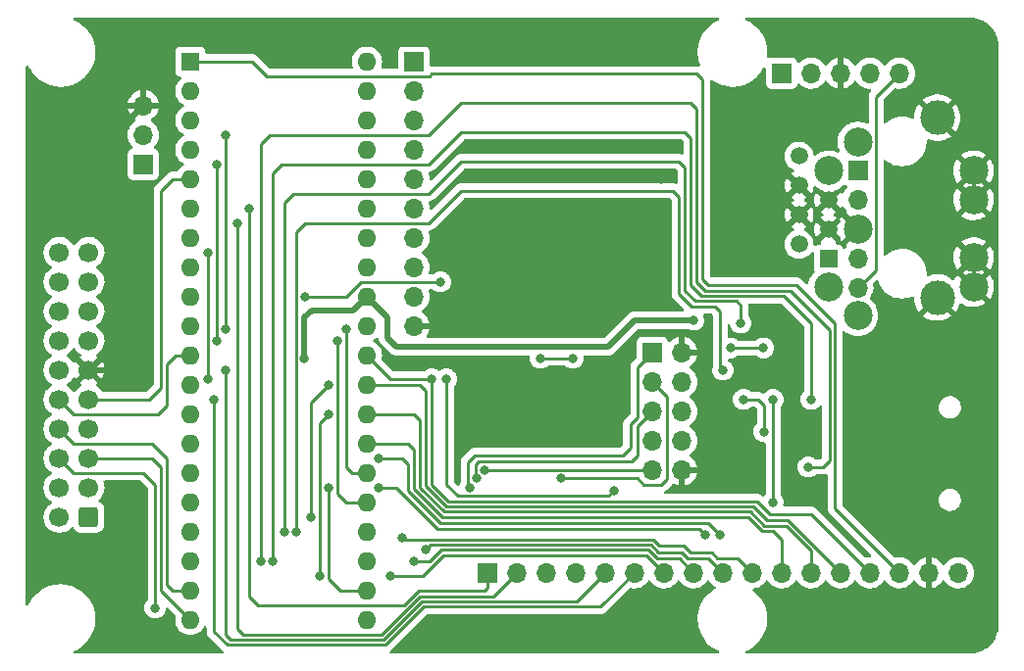
<source format=gbr>
G04 #@! TF.GenerationSoftware,KiCad,Pcbnew,(6.0.5)*
G04 #@! TF.CreationDate,2022-05-29T11:52:24+01:00*
G04 #@! TF.ProjectId,Econet_AtoMMC,45636f6e-6574-45f4-9174-6f4d4d432e6b,01*
G04 #@! TF.SameCoordinates,Original*
G04 #@! TF.FileFunction,Copper,L2,Bot*
G04 #@! TF.FilePolarity,Positive*
%FSLAX46Y46*%
G04 Gerber Fmt 4.6, Leading zero omitted, Abs format (unit mm)*
G04 Created by KiCad (PCBNEW (6.0.5)) date 2022-05-29 11:52:24*
%MOMM*%
%LPD*%
G01*
G04 APERTURE LIST*
G04 Aperture macros list*
%AMRoundRect*
0 Rectangle with rounded corners*
0 $1 Rounding radius*
0 $2 $3 $4 $5 $6 $7 $8 $9 X,Y pos of 4 corners*
0 Add a 4 corners polygon primitive as box body*
4,1,4,$2,$3,$4,$5,$6,$7,$8,$9,$2,$3,0*
0 Add four circle primitives for the rounded corners*
1,1,$1+$1,$2,$3*
1,1,$1+$1,$4,$5*
1,1,$1+$1,$6,$7*
1,1,$1+$1,$8,$9*
0 Add four rect primitives between the rounded corners*
20,1,$1+$1,$2,$3,$4,$5,0*
20,1,$1+$1,$4,$5,$6,$7,0*
20,1,$1+$1,$6,$7,$8,$9,0*
20,1,$1+$1,$8,$9,$2,$3,0*%
G04 Aperture macros list end*
G04 #@! TA.AperFunction,ComponentPad*
%ADD10R,1.700000X1.700000*%
G04 #@! TD*
G04 #@! TA.AperFunction,ComponentPad*
%ADD11O,1.700000X1.700000*%
G04 #@! TD*
G04 #@! TA.AperFunction,ComponentPad*
%ADD12C,1.500000*%
G04 #@! TD*
G04 #@! TA.AperFunction,ComponentPad*
%ADD13C,2.500000*%
G04 #@! TD*
G04 #@! TA.AperFunction,ComponentPad*
%ADD14C,3.000000*%
G04 #@! TD*
G04 #@! TA.AperFunction,ComponentPad*
%ADD15R,1.500000X1.500000*%
G04 #@! TD*
G04 #@! TA.AperFunction,ComponentPad*
%ADD16RoundRect,0.250000X0.600000X0.600000X-0.600000X0.600000X-0.600000X-0.600000X0.600000X-0.600000X0*%
G04 #@! TD*
G04 #@! TA.AperFunction,ComponentPad*
%ADD17C,1.700000*%
G04 #@! TD*
G04 #@! TA.AperFunction,ComponentPad*
%ADD18R,1.600000X1.600000*%
G04 #@! TD*
G04 #@! TA.AperFunction,ComponentPad*
%ADD19O,1.600000X1.600000*%
G04 #@! TD*
G04 #@! TA.AperFunction,ViaPad*
%ADD20C,0.800000*%
G04 #@! TD*
G04 #@! TA.AperFunction,Conductor*
%ADD21C,0.500000*%
G04 #@! TD*
G04 #@! TA.AperFunction,Conductor*
%ADD22C,0.250000*%
G04 #@! TD*
G04 APERTURE END LIST*
D10*
X155675000Y-61375000D03*
D11*
X158215000Y-61375000D03*
X160755000Y-61375000D03*
X163295000Y-61375000D03*
X165835000Y-61375000D03*
D10*
X130275000Y-104555000D03*
D11*
X132815000Y-104555000D03*
X135355000Y-104555000D03*
X137895000Y-104555000D03*
X140435000Y-104555000D03*
X142975000Y-104555000D03*
X145515000Y-104555000D03*
X148055000Y-104555000D03*
X150595000Y-104555000D03*
X153135000Y-104555000D03*
X155675000Y-104555000D03*
X158215000Y-104555000D03*
X160755000Y-104555000D03*
X163295000Y-104555000D03*
X165835000Y-104555000D03*
X168375000Y-104555000D03*
X170915000Y-104555000D03*
D10*
X162236100Y-69746220D03*
D12*
X157158900Y-68554020D03*
D13*
X162236100Y-67326220D03*
D12*
X157158900Y-73634020D03*
X159698900Y-74904020D03*
X157158900Y-71094020D03*
D14*
X169098900Y-65229020D03*
X169098900Y-80769020D03*
D13*
X172236100Y-69826220D03*
D12*
X159698900Y-72364020D03*
D13*
X172236100Y-77326220D03*
X172236100Y-72326220D03*
X162236100Y-74826220D03*
X172236100Y-79826220D03*
D11*
X162236100Y-79906220D03*
D15*
X159698900Y-77444020D03*
D13*
X162236100Y-82326220D03*
X159736100Y-69826220D03*
D11*
X162236100Y-72286220D03*
X162236100Y-77366220D03*
D12*
X157158900Y-76174020D03*
D13*
X159736100Y-79826220D03*
D10*
X123925000Y-60369000D03*
D11*
X123925000Y-62909000D03*
X123925000Y-65449000D03*
X123925000Y-67989000D03*
X123925000Y-70529000D03*
X123925000Y-73069000D03*
X123925000Y-75609000D03*
X123925000Y-78149000D03*
X123925000Y-80689000D03*
X123925000Y-83229000D03*
D10*
X100557000Y-69254000D03*
D11*
X100557000Y-66714000D03*
X100557000Y-64174000D03*
D16*
X95848500Y-99734000D03*
D17*
X93308500Y-99734000D03*
X95848500Y-97194000D03*
X93308500Y-97194000D03*
X95848500Y-94654000D03*
X93308500Y-94654000D03*
X95848500Y-92114000D03*
X93308500Y-92114000D03*
X95848500Y-89574000D03*
X93308500Y-89574000D03*
X95848500Y-87034000D03*
X93308500Y-87034000D03*
X95848500Y-84494000D03*
X93308500Y-84494000D03*
X95848500Y-81954000D03*
X93308500Y-81954000D03*
X95848500Y-79414000D03*
X93308500Y-79414000D03*
X95848500Y-76874000D03*
X93308500Y-76874000D03*
D10*
X144499000Y-85515000D03*
D11*
X147039000Y-85515000D03*
X144499000Y-88055000D03*
X147039000Y-88055000D03*
X144499000Y-90595000D03*
X147039000Y-90595000D03*
X144499000Y-93135000D03*
X147039000Y-93135000D03*
X144499000Y-95675000D03*
X147039000Y-95675000D03*
D18*
X104621000Y-60369000D03*
D19*
X104621000Y-62909000D03*
X104621000Y-65449000D03*
X104621000Y-67989000D03*
X104621000Y-70529000D03*
X104621000Y-73069000D03*
X104621000Y-75609000D03*
X104621000Y-78149000D03*
X104621000Y-80689000D03*
X104621000Y-83229000D03*
X104621000Y-85769000D03*
X104621000Y-88309000D03*
X104621000Y-90849000D03*
X104621000Y-93389000D03*
X104621000Y-95929000D03*
X104621000Y-98469000D03*
X104621000Y-101009000D03*
X104621000Y-103549000D03*
X104621000Y-106089000D03*
X104621000Y-108629000D03*
X119861000Y-108629000D03*
X119861000Y-106089000D03*
X119861000Y-103549000D03*
X119861000Y-101009000D03*
X119861000Y-98469000D03*
X119861000Y-95929000D03*
X119861000Y-93389000D03*
X119861000Y-90849000D03*
X119861000Y-88309000D03*
X119861000Y-85769000D03*
X119861000Y-83229000D03*
X119861000Y-80689000D03*
X119861000Y-78149000D03*
X119861000Y-75609000D03*
X119861000Y-73069000D03*
X119861000Y-70529000D03*
X119861000Y-67989000D03*
X119861000Y-65449000D03*
X119861000Y-62909000D03*
X119861000Y-60369000D03*
D20*
X142467000Y-70275000D03*
X133821500Y-92876000D03*
X129249500Y-92876000D03*
X145261000Y-67481000D03*
X123671000Y-110661000D03*
X132678500Y-78144000D03*
X132932500Y-60110000D03*
X142467000Y-67735000D03*
X129249500Y-89828000D03*
X147547000Y-110661000D03*
X133821500Y-89828000D03*
X145261000Y-70529000D03*
X114473003Y-86043980D03*
X148055000Y-82721000D03*
X152119000Y-82975000D03*
X112749000Y-101009000D03*
X150595000Y-87039000D03*
X113748503Y-101009000D03*
X110717000Y-103549000D03*
X157961000Y-95421000D03*
X125449000Y-87801000D03*
X115035000Y-99739000D03*
X116559000Y-88309000D03*
X115797000Y-104819000D03*
X116596500Y-90849000D03*
X158215000Y-89579000D03*
X111733000Y-103549000D03*
X116559000Y-97199000D03*
X122909000Y-101517000D03*
X101573000Y-107613000D03*
X124941000Y-102533000D03*
X123925000Y-103549000D03*
X121893000Y-104819000D03*
X120877000Y-97199000D03*
X149071000Y-101263000D03*
X150341000Y-101263000D03*
X120877000Y-94659000D03*
X126211000Y-79419000D03*
X114527000Y-80689000D03*
X109701000Y-73069000D03*
X137641000Y-86023000D03*
X134847000Y-86023000D03*
X106653000Y-89579000D03*
X107669000Y-87039000D03*
X141197000Y-97453000D03*
X106145000Y-87801000D03*
X126719000Y-87801000D03*
X106145000Y-76879000D03*
X108685000Y-74339000D03*
X107669000Y-83483000D03*
X107674000Y-66714000D03*
X118083000Y-83483000D03*
X117321000Y-84499000D03*
X106907000Y-69254000D03*
X106907000Y-84499000D03*
X152373000Y-89579000D03*
X154151000Y-92373000D03*
X151244059Y-85134000D03*
X154086500Y-85134000D03*
X154913000Y-89579000D03*
X154913000Y-98469000D03*
X130023733Y-95672356D03*
X129305424Y-96367364D03*
X128751000Y-97199000D03*
X136625000Y-96399500D03*
D21*
X132678500Y-81700000D02*
X132678500Y-78144000D01*
X100557000Y-59861000D02*
X100557000Y-64174000D01*
X132170500Y-82208000D02*
X132678500Y-81700000D01*
X131037000Y-83229000D02*
X131149500Y-83229000D01*
X127730000Y-60110000D02*
X126465000Y-58845000D01*
D22*
X142467000Y-67735000D02*
X145007000Y-67735000D01*
D21*
X126465000Y-58845000D02*
X101573000Y-58845000D01*
X98525000Y-66206000D02*
X98525000Y-70977978D01*
D22*
X142467000Y-70275000D02*
X145007000Y-70275000D01*
D21*
X101573000Y-58845000D02*
X100557000Y-59861000D01*
X100303000Y-72755978D02*
X100303000Y-86277000D01*
D22*
X145007000Y-70275000D02*
X145261000Y-70529000D01*
D21*
X100303000Y-86277000D02*
X99546000Y-87034000D01*
X99546000Y-87034000D02*
X95848500Y-87034000D01*
X132219000Y-60110000D02*
X132932500Y-60110000D01*
X131149500Y-83229000D02*
X132170500Y-82208000D01*
X100557000Y-64174000D02*
X98525000Y-66206000D01*
X123925000Y-83229000D02*
X131037000Y-83229000D01*
X98525000Y-70977978D02*
X100303000Y-72755978D01*
D22*
X145007000Y-67735000D02*
X145261000Y-67481000D01*
D21*
X132219000Y-60110000D02*
X127730000Y-60110000D01*
X121639000Y-84245000D02*
X122401000Y-85007000D01*
X142975000Y-82721000D02*
X148055000Y-82721000D01*
X115122511Y-81871489D02*
X114473003Y-82520997D01*
D22*
X103351000Y-85769000D02*
X104621000Y-85769000D01*
X102589000Y-86531000D02*
X103351000Y-85769000D01*
X93308500Y-89574000D02*
X94578500Y-90844000D01*
D21*
X122401000Y-85007000D02*
X140689000Y-85007000D01*
X121639000Y-82467000D02*
X121639000Y-84245000D01*
X140689000Y-85007000D02*
X142975000Y-82721000D01*
X119861000Y-80689000D02*
X121639000Y-82467000D01*
D22*
X101832000Y-90844000D02*
X102589000Y-90087000D01*
X94578500Y-90844000D02*
X101832000Y-90844000D01*
D21*
X118678511Y-81871489D02*
X115122511Y-81871489D01*
X114473003Y-82520997D02*
X114473003Y-86043980D01*
X119861000Y-80689000D02*
X118678511Y-81871489D01*
D22*
X102589000Y-90087000D02*
X102589000Y-86531000D01*
X163803000Y-66465000D02*
X163810611Y-66472611D01*
X163810611Y-66472611D02*
X163810611Y-78395389D01*
X163810611Y-78395389D02*
X162279000Y-79927000D01*
X165835000Y-61375000D02*
X163803000Y-63407000D01*
X163803000Y-63407000D02*
X163803000Y-66465000D01*
X152119000Y-82975000D02*
X152119000Y-81451000D01*
X147293000Y-69513000D02*
X146785000Y-69005000D01*
X152119000Y-81451000D02*
X151748040Y-81080040D01*
X127989000Y-69005000D02*
X125195000Y-71799000D01*
X113511000Y-71799000D02*
X112749000Y-72561000D01*
X148192040Y-81080040D02*
X147293000Y-80181000D01*
X125195000Y-71799000D02*
X113511000Y-71799000D01*
X147293000Y-80181000D02*
X147293000Y-69513000D01*
X146785000Y-69005000D02*
X127989000Y-69005000D01*
X112749000Y-72561000D02*
X112749000Y-101009000D01*
X148192040Y-81080040D02*
X151748040Y-81080040D01*
X113748503Y-75117497D02*
X114527000Y-74339000D01*
X150341000Y-81959000D02*
X149911560Y-81529560D01*
X114527000Y-74339000D02*
X125195000Y-74339000D01*
X149911560Y-81529560D02*
X147879560Y-81529560D01*
X127989000Y-71545000D02*
X146277000Y-71545000D01*
X146785000Y-72053000D02*
X146785000Y-80435000D01*
X125195000Y-74339000D02*
X127989000Y-71545000D01*
X147879560Y-81529560D02*
X146785000Y-80435000D01*
X113748503Y-101009000D02*
X113748503Y-75117497D01*
X150595000Y-87039000D02*
X150341000Y-86785000D01*
X146277000Y-71545000D02*
X146785000Y-72053000D01*
X150341000Y-86785000D02*
X150341000Y-81959000D01*
X148309000Y-79419000D02*
X148309000Y-64433000D01*
X159807480Y-83551480D02*
X156437000Y-80181000D01*
X148309000Y-64433000D02*
X147801000Y-63925000D01*
X125195000Y-66719000D02*
X111479000Y-66719000D01*
X127989000Y-63925000D02*
X125195000Y-66719000D01*
X156437000Y-80181000D02*
X149071000Y-80181000D01*
X159231000Y-95421000D02*
X159807480Y-94844520D01*
X147801000Y-63925000D02*
X127989000Y-63925000D01*
X110717000Y-67481000D02*
X110717000Y-103549000D01*
X157961000Y-95421000D02*
X159231000Y-95421000D01*
X111479000Y-66719000D02*
X110717000Y-67481000D01*
X149071000Y-80181000D02*
X148309000Y-79419000D01*
X159807480Y-94844520D02*
X159807480Y-83551480D01*
X126877031Y-98373031D02*
X153547031Y-98373031D01*
X125449000Y-96945000D02*
X126877031Y-98373031D01*
X163295000Y-104555000D02*
X158225000Y-99485000D01*
X125449000Y-87801000D02*
X125449000Y-96945000D01*
X153547031Y-98373031D02*
X154659000Y-99485000D01*
X158225000Y-99485000D02*
X154659000Y-99485000D01*
X121893000Y-87801000D02*
X125449000Y-87801000D01*
X119861000Y-85769000D02*
X121893000Y-87801000D01*
X153234551Y-98822551D02*
X154405000Y-99993000D01*
X124433000Y-88309000D02*
X124941000Y-88817000D01*
X156193000Y-99993000D02*
X160755000Y-104555000D01*
X124941000Y-88817000D02*
X124941000Y-97072718D01*
X154405000Y-99993000D02*
X156193000Y-99993000D01*
X116559000Y-88309000D02*
X115035000Y-89833000D01*
X119861000Y-88309000D02*
X124433000Y-88309000D01*
X115035000Y-89833000D02*
X115035000Y-99739000D01*
X124941000Y-97072718D02*
X126690833Y-98822551D01*
X126690833Y-98822551D02*
X153234551Y-98822551D01*
X156065282Y-100501000D02*
X154161000Y-100501000D01*
X124433000Y-97200435D02*
X124433000Y-91357000D01*
X158215000Y-104555000D02*
X158215000Y-102650718D01*
X126504636Y-99272071D02*
X124433000Y-97200435D01*
X115834489Y-91611011D02*
X115834489Y-104781511D01*
X154161000Y-100501000D02*
X152932071Y-99272071D01*
X116596500Y-90849000D02*
X115834489Y-91611011D01*
X152932071Y-99272071D02*
X126504636Y-99272071D01*
X124433000Y-91357000D02*
X123925000Y-90849000D01*
X115834489Y-104781511D02*
X115797000Y-104819000D01*
X123925000Y-90849000D02*
X119861000Y-90849000D01*
X158215000Y-102650718D02*
X156065282Y-100501000D01*
X155675000Y-101712520D02*
X155675000Y-104555000D01*
X152763282Y-99739000D02*
X153974802Y-100950520D01*
X123925000Y-93897000D02*
X123925000Y-97328152D01*
X153974802Y-100950520D02*
X154913000Y-100950520D01*
X123925000Y-97328152D02*
X126335847Y-99739000D01*
X123417000Y-93389000D02*
X123925000Y-93897000D01*
X154913000Y-100950520D02*
X155675000Y-101712520D01*
X126335847Y-99739000D02*
X152763282Y-99739000D01*
X119861000Y-93389000D02*
X123417000Y-93389000D01*
X111733000Y-70021000D02*
X111733000Y-103549000D01*
X158215000Y-89579000D02*
X158215000Y-82975000D01*
X147801000Y-66973000D02*
X147293000Y-66465000D01*
X112495000Y-69259000D02*
X111733000Y-70021000D01*
X125195000Y-69259000D02*
X112495000Y-69259000D01*
X158215000Y-82975000D02*
X155870520Y-80630520D01*
X148758520Y-80630520D02*
X147801000Y-79673000D01*
X155870520Y-80630520D02*
X148758520Y-80630520D01*
X147801000Y-79673000D02*
X147801000Y-66973000D01*
X147293000Y-66465000D02*
X127989000Y-66465000D01*
X127989000Y-66465000D02*
X125195000Y-69259000D01*
X144559592Y-101692440D02*
X123084440Y-101692440D01*
X147801000Y-102845480D02*
X147164944Y-102209424D01*
X123084440Y-101692440D02*
X122909000Y-101517000D01*
X150087000Y-103295000D02*
X149637480Y-102845480D01*
X116559000Y-97199000D02*
X116559000Y-105073000D01*
X116559000Y-105073000D02*
X117575000Y-106089000D01*
X151875000Y-103295000D02*
X150087000Y-103295000D01*
X147164944Y-102209424D02*
X145076576Y-102209424D01*
X153135000Y-104555000D02*
X151875000Y-103295000D01*
X149637480Y-102845480D02*
X147801000Y-102845480D01*
X145076576Y-102209424D02*
X144559592Y-101692440D01*
X117575000Y-106089000D02*
X119861000Y-106089000D01*
X94578500Y-95924000D02*
X100552000Y-95924000D01*
X144373395Y-102141960D02*
X125332040Y-102141960D01*
X93308500Y-94654000D02*
X94578500Y-95924000D01*
X100552000Y-95924000D02*
X101573000Y-96945000D01*
X147547000Y-103295000D02*
X147039000Y-102787000D01*
X125332040Y-102141960D02*
X124941000Y-102533000D01*
X101573000Y-96945000D02*
X101573000Y-107613000D01*
X150595000Y-104555000D02*
X149335000Y-103295000D01*
X149335000Y-103295000D02*
X147547000Y-103295000D01*
X145018436Y-102787000D02*
X144373395Y-102141960D01*
X147039000Y-102787000D02*
X145018436Y-102787000D01*
X148055000Y-104555000D02*
X146853141Y-103353141D01*
X101314000Y-94654000D02*
X95848500Y-94654000D01*
X144948859Y-103353141D02*
X144187198Y-102591480D01*
X125258141Y-103612141D02*
X123988141Y-103612141D01*
X104621000Y-108629000D02*
X102081000Y-106089000D01*
X146853141Y-103353141D02*
X144948859Y-103353141D01*
X123988141Y-103612141D02*
X123925000Y-103549000D01*
X144187198Y-102591480D02*
X126278802Y-102591480D01*
X126278802Y-102591480D02*
X125258141Y-103612141D01*
X102081000Y-95421000D02*
X101314000Y-94654000D01*
X102081000Y-106089000D02*
X102081000Y-95421000D01*
X126465000Y-103041000D02*
X124687000Y-104819000D01*
X145515000Y-104555000D02*
X144001000Y-103041000D01*
X103097000Y-106089000D02*
X104621000Y-106089000D01*
X124687000Y-104819000D02*
X121893000Y-104819000D01*
X93308500Y-92114000D02*
X94578500Y-93384000D01*
X102589000Y-105581000D02*
X103097000Y-106089000D01*
X102589000Y-94659000D02*
X102589000Y-105581000D01*
X94578500Y-93384000D02*
X101314000Y-93384000D01*
X144001000Y-103041000D02*
X126465000Y-103041000D01*
X101314000Y-93384000D02*
X102589000Y-94659000D01*
X148563000Y-100755000D02*
X149071000Y-101263000D01*
X120877000Y-97199000D02*
X122401000Y-97199000D01*
X122401000Y-97199000D02*
X125957000Y-100755000D01*
X125957000Y-100755000D02*
X148563000Y-100755000D01*
X126208130Y-100247000D02*
X149325000Y-100247000D01*
X123417000Y-97455870D02*
X126208130Y-100247000D01*
X122909000Y-94659000D02*
X123417000Y-95167000D01*
X149325000Y-100247000D02*
X150341000Y-101263000D01*
X120877000Y-94659000D02*
X122909000Y-94659000D01*
X123417000Y-95167000D02*
X123417000Y-97455870D01*
X118083000Y-80689000D02*
X114527000Y-80689000D01*
X119353000Y-79419000D02*
X126211000Y-79419000D01*
X119353000Y-79419000D02*
X118083000Y-80689000D01*
X130021000Y-106089000D02*
X130275000Y-105835000D01*
X123035282Y-107359000D02*
X124305282Y-106089000D01*
X110463000Y-107359000D02*
X123035282Y-107359000D01*
X109701000Y-73069000D02*
X109701000Y-106597000D01*
X124305282Y-106089000D02*
X130021000Y-106089000D01*
X109701000Y-106597000D02*
X110463000Y-107359000D01*
X130275000Y-105835000D02*
X130275000Y-104555000D01*
X102081000Y-71545000D02*
X102081000Y-88558000D01*
X102081000Y-88558000D02*
X101065000Y-89574000D01*
X103097000Y-70529000D02*
X102081000Y-71545000D01*
X101065000Y-89574000D02*
X95848500Y-89574000D01*
X104621000Y-70529000D02*
X103097000Y-70529000D01*
X125480511Y-61416511D02*
X125258022Y-61639000D01*
X125258022Y-61639000D02*
X111225000Y-61639000D01*
X160257000Y-82985000D02*
X156945000Y-79673000D01*
X149325000Y-79673000D02*
X148817000Y-79165000D01*
X160257000Y-98977000D02*
X160257000Y-82985000D01*
X148817000Y-61893000D02*
X148340511Y-61416511D01*
X165835000Y-104555000D02*
X160257000Y-98977000D01*
X148817000Y-79165000D02*
X148817000Y-61893000D01*
X111225000Y-61639000D02*
X109955000Y-60369000D01*
X156945000Y-79673000D02*
X149325000Y-79673000D01*
X148340511Y-61416511D02*
X125480511Y-61416511D01*
X109955000Y-60369000D02*
X104621000Y-60369000D01*
X134847000Y-86023000D02*
X137641000Y-86023000D01*
X124805394Y-107496040D02*
X140033960Y-107496040D01*
X106653000Y-89579000D02*
X106653000Y-109645000D01*
X106653000Y-109645000D02*
X107806040Y-110798040D01*
X121503394Y-110798040D02*
X124805394Y-107496040D01*
X107806040Y-110798040D02*
X121503394Y-110798040D01*
X140033960Y-107496040D02*
X142975000Y-104555000D01*
X108118520Y-110348520D02*
X121317197Y-110348520D01*
X121317197Y-110348520D02*
X124619198Y-107046520D01*
X107669000Y-87039000D02*
X107669000Y-109899000D01*
X124619198Y-107046520D02*
X137943480Y-107046520D01*
X107669000Y-109899000D02*
X108118520Y-110348520D01*
X137943480Y-107046520D02*
X140435000Y-104555000D01*
X127697511Y-97923511D02*
X140726489Y-97923511D01*
X126719000Y-96945000D02*
X127697511Y-97923511D01*
X126719000Y-87801000D02*
X126719000Y-96945000D01*
X106145000Y-76879000D02*
X106145000Y-87801000D01*
X140726489Y-97923511D02*
X141197000Y-97453000D01*
X109193000Y-109899000D02*
X121131000Y-109899000D01*
X121131000Y-109899000D02*
X124433000Y-106597000D01*
X108685000Y-74339000D02*
X108685000Y-109391000D01*
X130773000Y-106597000D02*
X132815000Y-104555000D01*
X124433000Y-106597000D02*
X130773000Y-106597000D01*
X108685000Y-109391000D02*
X109193000Y-109899000D01*
X118596000Y-95929000D02*
X119861000Y-95929000D01*
X107669000Y-83483000D02*
X107669000Y-66719000D01*
X107669000Y-66719000D02*
X107674000Y-66714000D01*
X118083000Y-95421000D02*
X118591000Y-95929000D01*
X118083000Y-83483000D02*
X118083000Y-95421000D01*
X117321000Y-84499000D02*
X117321000Y-97702000D01*
X118088000Y-98469000D02*
X119861000Y-98469000D01*
X106911299Y-69258299D02*
X106907000Y-69254000D01*
X117321000Y-97702000D02*
X118088000Y-98469000D01*
X106907000Y-84499000D02*
X106911299Y-69258299D01*
X153643000Y-89579000D02*
X152373000Y-89579000D01*
X154151000Y-92373000D02*
X154151000Y-90087000D01*
X154151000Y-90087000D02*
X153643000Y-89579000D01*
X151244059Y-85134000D02*
X154086500Y-85134000D01*
X154913000Y-98469000D02*
X154913000Y-89579000D01*
X130023733Y-95672356D02*
X130026377Y-95675000D01*
X130026377Y-95675000D02*
X144499000Y-95675000D01*
X129503588Y-94947845D02*
X142686155Y-94947845D01*
X129305424Y-96367364D02*
X129259000Y-96320940D01*
X142686155Y-94947845D02*
X143229000Y-94405000D01*
X129259000Y-96320940D02*
X129259000Y-95192433D01*
X143229000Y-94405000D02*
X143229000Y-91865000D01*
X143229000Y-91865000D02*
X144499000Y-90595000D01*
X129259000Y-95192433D02*
X129503588Y-94947845D01*
X128580913Y-94996913D02*
X128580913Y-97028913D01*
X144499000Y-85515000D02*
X143229000Y-86785000D01*
X142594000Y-93770000D02*
X141959000Y-94405000D01*
X143229000Y-91103000D02*
X142594000Y-91738000D01*
X143229000Y-86785000D02*
X143229000Y-91103000D01*
X129172826Y-94405000D02*
X128580913Y-94996913D01*
X141959000Y-94405000D02*
X129172826Y-94405000D01*
X128580913Y-97028913D02*
X128751000Y-97199000D01*
X142594000Y-91738000D02*
X142594000Y-93770000D01*
X145769000Y-96437000D02*
X145769000Y-89325000D01*
X143191500Y-96399500D02*
X143737000Y-96945000D01*
X145261000Y-96945000D02*
X145769000Y-96437000D01*
X145769000Y-89325000D02*
X144499000Y-88055000D01*
X136625000Y-96399500D02*
X143191500Y-96399500D01*
X143737000Y-96945000D02*
X145261000Y-96945000D01*
G04 #@! TA.AperFunction,Conductor*
G36*
X171885018Y-56565000D02*
G01*
X171899851Y-56567310D01*
X171899855Y-56567310D01*
X171908724Y-56568691D01*
X171925923Y-56566442D01*
X171949863Y-56565609D01*
X172207710Y-56581206D01*
X172222814Y-56583040D01*
X172294786Y-56596229D01*
X172503760Y-56634525D01*
X172518526Y-56638164D01*
X172791231Y-56723142D01*
X172805445Y-56728534D01*
X173023223Y-56826547D01*
X173065906Y-56845757D01*
X173079378Y-56852827D01*
X173095977Y-56862862D01*
X173323813Y-57000595D01*
X173336334Y-57009238D01*
X173561171Y-57185385D01*
X173572560Y-57195475D01*
X173774525Y-57397440D01*
X173784615Y-57408829D01*
X173960762Y-57633666D01*
X173969405Y-57646187D01*
X174117172Y-57890621D01*
X174124242Y-57904092D01*
X174241466Y-58164555D01*
X174246858Y-58178769D01*
X174294768Y-58332518D01*
X174331836Y-58451473D01*
X174335477Y-58466246D01*
X174386960Y-58747186D01*
X174388794Y-58762290D01*
X174403953Y-59012904D01*
X174402692Y-59039716D01*
X174402690Y-59039852D01*
X174401309Y-59048724D01*
X174402473Y-59057626D01*
X174402473Y-59057628D01*
X174405436Y-59080283D01*
X174406500Y-59096621D01*
X174406500Y-109005633D01*
X174405000Y-109025018D01*
X174402690Y-109039851D01*
X174402690Y-109039855D01*
X174401309Y-109048724D01*
X174403558Y-109065919D01*
X174404391Y-109089863D01*
X174388794Y-109347710D01*
X174386960Y-109362814D01*
X174346261Y-109584909D01*
X174335477Y-109643754D01*
X174331836Y-109658526D01*
X174248936Y-109924563D01*
X174246859Y-109931227D01*
X174241466Y-109945445D01*
X174124243Y-110205906D01*
X174117172Y-110219379D01*
X173969405Y-110463813D01*
X173960762Y-110476334D01*
X173784615Y-110701171D01*
X173774525Y-110712560D01*
X173572560Y-110914525D01*
X173561171Y-110924615D01*
X173336334Y-111100762D01*
X173323813Y-111109405D01*
X173125261Y-111229435D01*
X173083902Y-111254438D01*
X173079379Y-111257172D01*
X173065908Y-111264242D01*
X172805445Y-111381466D01*
X172791231Y-111386858D01*
X172632694Y-111436260D01*
X172518527Y-111471836D01*
X172503760Y-111475475D01*
X172294786Y-111513771D01*
X172222814Y-111526960D01*
X172207710Y-111528794D01*
X171957096Y-111543953D01*
X171930284Y-111542692D01*
X171930148Y-111542690D01*
X171921276Y-111541309D01*
X171912374Y-111542473D01*
X171912372Y-111542473D01*
X171897323Y-111544441D01*
X171889714Y-111545436D01*
X171873379Y-111546500D01*
X152666100Y-111546500D01*
X152597979Y-111526498D01*
X152551486Y-111472842D01*
X152541382Y-111402568D01*
X152570876Y-111337988D01*
X152616666Y-111304602D01*
X152748051Y-111248562D01*
X152748054Y-111248560D01*
X152751389Y-111247138D01*
X152754536Y-111245343D01*
X152754540Y-111245341D01*
X153048819Y-111077487D01*
X153051959Y-111075696D01*
X153123650Y-111023034D01*
X153257630Y-110924615D01*
X153330832Y-110870843D01*
X153399566Y-110806972D01*
X153581657Y-110637762D01*
X153584312Y-110635295D01*
X153809038Y-110372174D01*
X154002033Y-110084967D01*
X154098229Y-109898593D01*
X154159077Y-109780702D01*
X154160739Y-109777482D01*
X154283050Y-109453793D01*
X154367348Y-109118190D01*
X154401023Y-108862402D01*
X154412039Y-108778728D01*
X154412040Y-108778720D01*
X154412513Y-108775124D01*
X154416498Y-108521500D01*
X154417892Y-108432780D01*
X154417892Y-108432776D01*
X154417949Y-108429139D01*
X154415679Y-108406391D01*
X154396650Y-108215752D01*
X154383581Y-108084823D01*
X154382133Y-108078182D01*
X154310640Y-107750283D01*
X154310639Y-107750278D01*
X154309867Y-107746739D01*
X154197783Y-107419367D01*
X154048814Y-107107048D01*
X153864936Y-106813921D01*
X153817277Y-106754432D01*
X153670524Y-106571255D01*
X153648585Y-106543871D01*
X153402629Y-106300477D01*
X153190106Y-106133838D01*
X153148843Y-106076065D01*
X153145363Y-106005154D01*
X153180774Y-105943619D01*
X153243832Y-105910996D01*
X153251831Y-105909708D01*
X153358902Y-105895992D01*
X153413289Y-105889025D01*
X153413292Y-105889024D01*
X153418416Y-105888368D01*
X153423366Y-105886883D01*
X153627429Y-105825661D01*
X153627434Y-105825659D01*
X153632384Y-105824174D01*
X153832994Y-105725896D01*
X154014860Y-105596173D01*
X154032450Y-105578645D01*
X154152545Y-105458968D01*
X154173096Y-105438489D01*
X154177579Y-105432251D01*
X154303453Y-105257077D01*
X154304776Y-105258028D01*
X154351645Y-105214857D01*
X154421580Y-105202625D01*
X154487026Y-105230144D01*
X154514875Y-105261994D01*
X154574987Y-105360088D01*
X154721250Y-105528938D01*
X154893126Y-105671632D01*
X155086000Y-105784338D01*
X155294692Y-105864030D01*
X155299760Y-105865061D01*
X155299763Y-105865062D01*
X155394862Y-105884410D01*
X155513597Y-105908567D01*
X155518772Y-105908757D01*
X155518774Y-105908757D01*
X155731673Y-105916564D01*
X155731677Y-105916564D01*
X155736837Y-105916753D01*
X155741957Y-105916097D01*
X155741959Y-105916097D01*
X155953288Y-105889025D01*
X155953289Y-105889025D01*
X155958416Y-105888368D01*
X155963366Y-105886883D01*
X156167429Y-105825661D01*
X156167434Y-105825659D01*
X156172384Y-105824174D01*
X156372994Y-105725896D01*
X156554860Y-105596173D01*
X156572450Y-105578645D01*
X156692545Y-105458968D01*
X156713096Y-105438489D01*
X156717579Y-105432251D01*
X156843453Y-105257077D01*
X156844776Y-105258028D01*
X156891645Y-105214857D01*
X156961580Y-105202625D01*
X157027026Y-105230144D01*
X157054875Y-105261994D01*
X157114987Y-105360088D01*
X157261250Y-105528938D01*
X157433126Y-105671632D01*
X157626000Y-105784338D01*
X157834692Y-105864030D01*
X157839760Y-105865061D01*
X157839763Y-105865062D01*
X157934862Y-105884410D01*
X158053597Y-105908567D01*
X158058772Y-105908757D01*
X158058774Y-105908757D01*
X158271673Y-105916564D01*
X158271677Y-105916564D01*
X158276837Y-105916753D01*
X158281957Y-105916097D01*
X158281959Y-105916097D01*
X158493288Y-105889025D01*
X158493289Y-105889025D01*
X158498416Y-105888368D01*
X158503366Y-105886883D01*
X158707429Y-105825661D01*
X158707434Y-105825659D01*
X158712384Y-105824174D01*
X158912994Y-105725896D01*
X159094860Y-105596173D01*
X159112450Y-105578645D01*
X159232545Y-105458968D01*
X159253096Y-105438489D01*
X159257579Y-105432251D01*
X159383453Y-105257077D01*
X159384776Y-105258028D01*
X159431645Y-105214857D01*
X159501580Y-105202625D01*
X159567026Y-105230144D01*
X159594875Y-105261994D01*
X159654987Y-105360088D01*
X159801250Y-105528938D01*
X159973126Y-105671632D01*
X160166000Y-105784338D01*
X160374692Y-105864030D01*
X160379760Y-105865061D01*
X160379763Y-105865062D01*
X160474862Y-105884410D01*
X160593597Y-105908567D01*
X160598772Y-105908757D01*
X160598774Y-105908757D01*
X160811673Y-105916564D01*
X160811677Y-105916564D01*
X160816837Y-105916753D01*
X160821957Y-105916097D01*
X160821959Y-105916097D01*
X161033288Y-105889025D01*
X161033289Y-105889025D01*
X161038416Y-105888368D01*
X161043366Y-105886883D01*
X161247429Y-105825661D01*
X161247434Y-105825659D01*
X161252384Y-105824174D01*
X161452994Y-105725896D01*
X161634860Y-105596173D01*
X161652450Y-105578645D01*
X161772545Y-105458968D01*
X161793096Y-105438489D01*
X161797579Y-105432251D01*
X161923453Y-105257077D01*
X161924776Y-105258028D01*
X161971645Y-105214857D01*
X162041580Y-105202625D01*
X162107026Y-105230144D01*
X162134875Y-105261994D01*
X162194987Y-105360088D01*
X162341250Y-105528938D01*
X162513126Y-105671632D01*
X162706000Y-105784338D01*
X162914692Y-105864030D01*
X162919760Y-105865061D01*
X162919763Y-105865062D01*
X163014862Y-105884410D01*
X163133597Y-105908567D01*
X163138772Y-105908757D01*
X163138774Y-105908757D01*
X163351673Y-105916564D01*
X163351677Y-105916564D01*
X163356837Y-105916753D01*
X163361957Y-105916097D01*
X163361959Y-105916097D01*
X163573288Y-105889025D01*
X163573289Y-105889025D01*
X163578416Y-105888368D01*
X163583366Y-105886883D01*
X163787429Y-105825661D01*
X163787434Y-105825659D01*
X163792384Y-105824174D01*
X163992994Y-105725896D01*
X164174860Y-105596173D01*
X164192450Y-105578645D01*
X164312545Y-105458968D01*
X164333096Y-105438489D01*
X164337579Y-105432251D01*
X164463453Y-105257077D01*
X164464776Y-105258028D01*
X164511645Y-105214857D01*
X164581580Y-105202625D01*
X164647026Y-105230144D01*
X164674875Y-105261994D01*
X164734987Y-105360088D01*
X164881250Y-105528938D01*
X165053126Y-105671632D01*
X165246000Y-105784338D01*
X165454692Y-105864030D01*
X165459760Y-105865061D01*
X165459763Y-105865062D01*
X165554862Y-105884410D01*
X165673597Y-105908567D01*
X165678772Y-105908757D01*
X165678774Y-105908757D01*
X165891673Y-105916564D01*
X165891677Y-105916564D01*
X165896837Y-105916753D01*
X165901957Y-105916097D01*
X165901959Y-105916097D01*
X166113288Y-105889025D01*
X166113289Y-105889025D01*
X166118416Y-105888368D01*
X166123366Y-105886883D01*
X166327429Y-105825661D01*
X166327434Y-105825659D01*
X166332384Y-105824174D01*
X166532994Y-105725896D01*
X166714860Y-105596173D01*
X166732450Y-105578645D01*
X166852545Y-105458968D01*
X166873096Y-105438489D01*
X166877579Y-105432251D01*
X167003453Y-105257077D01*
X167004640Y-105257930D01*
X167051960Y-105214362D01*
X167121897Y-105202145D01*
X167187338Y-105229678D01*
X167215166Y-105261511D01*
X167272694Y-105355388D01*
X167278777Y-105363699D01*
X167418213Y-105524667D01*
X167425580Y-105531883D01*
X167589434Y-105667916D01*
X167597881Y-105673831D01*
X167781756Y-105781279D01*
X167791042Y-105785729D01*
X167990001Y-105861703D01*
X167999899Y-105864579D01*
X168103250Y-105885606D01*
X168117299Y-105884410D01*
X168121000Y-105874065D01*
X168121000Y-105873517D01*
X168629000Y-105873517D01*
X168633064Y-105887359D01*
X168646478Y-105889393D01*
X168653184Y-105888534D01*
X168663262Y-105886392D01*
X168867255Y-105825191D01*
X168876842Y-105821433D01*
X169068095Y-105727739D01*
X169076945Y-105722464D01*
X169250328Y-105598792D01*
X169258200Y-105592139D01*
X169409052Y-105441812D01*
X169415730Y-105433965D01*
X169543022Y-105256819D01*
X169544279Y-105257722D01*
X169591373Y-105214362D01*
X169661311Y-105202145D01*
X169726751Y-105229678D01*
X169754579Y-105261511D01*
X169814987Y-105360088D01*
X169961250Y-105528938D01*
X170133126Y-105671632D01*
X170326000Y-105784338D01*
X170534692Y-105864030D01*
X170539760Y-105865061D01*
X170539763Y-105865062D01*
X170634862Y-105884410D01*
X170753597Y-105908567D01*
X170758772Y-105908757D01*
X170758774Y-105908757D01*
X170971673Y-105916564D01*
X170971677Y-105916564D01*
X170976837Y-105916753D01*
X170981957Y-105916097D01*
X170981959Y-105916097D01*
X171193288Y-105889025D01*
X171193289Y-105889025D01*
X171198416Y-105888368D01*
X171203366Y-105886883D01*
X171407429Y-105825661D01*
X171407434Y-105825659D01*
X171412384Y-105824174D01*
X171612994Y-105725896D01*
X171794860Y-105596173D01*
X171812450Y-105578645D01*
X171932545Y-105458968D01*
X171953096Y-105438489D01*
X171957579Y-105432251D01*
X172080435Y-105261277D01*
X172083453Y-105257077D01*
X172088440Y-105246988D01*
X172180136Y-105061453D01*
X172180137Y-105061451D01*
X172182430Y-105056811D01*
X172247370Y-104843069D01*
X172276529Y-104621590D01*
X172278156Y-104555000D01*
X172259852Y-104332361D01*
X172205431Y-104115702D01*
X172116354Y-103910840D01*
X172026280Y-103771607D01*
X171997822Y-103727617D01*
X171997820Y-103727614D01*
X171995014Y-103723277D01*
X171844670Y-103558051D01*
X171840619Y-103554852D01*
X171840615Y-103554848D01*
X171673414Y-103422800D01*
X171673410Y-103422798D01*
X171669359Y-103419598D01*
X171664831Y-103417098D01*
X171612945Y-103388456D01*
X171473789Y-103311638D01*
X171468920Y-103309914D01*
X171468916Y-103309912D01*
X171268087Y-103238795D01*
X171268083Y-103238794D01*
X171263212Y-103237069D01*
X171258119Y-103236162D01*
X171258116Y-103236161D01*
X171048373Y-103198800D01*
X171048367Y-103198799D01*
X171043284Y-103197894D01*
X170969452Y-103196992D01*
X170825081Y-103195228D01*
X170825079Y-103195228D01*
X170819911Y-103195165D01*
X170599091Y-103228955D01*
X170386756Y-103298357D01*
X170353636Y-103315598D01*
X170212975Y-103388822D01*
X170188607Y-103401507D01*
X170184474Y-103404610D01*
X170184471Y-103404612D01*
X170160247Y-103422800D01*
X170009965Y-103535635D01*
X169855629Y-103697138D01*
X169852720Y-103701403D01*
X169852714Y-103701411D01*
X169804830Y-103771607D01*
X169748204Y-103854618D01*
X169747898Y-103855066D01*
X169692987Y-103900069D01*
X169622462Y-103908240D01*
X169558715Y-103876986D01*
X169538018Y-103852502D01*
X169457426Y-103727926D01*
X169451136Y-103719757D01*
X169307806Y-103562240D01*
X169300273Y-103555215D01*
X169133139Y-103423222D01*
X169124552Y-103417517D01*
X168938117Y-103314599D01*
X168928705Y-103310369D01*
X168727959Y-103239280D01*
X168717988Y-103236646D01*
X168646837Y-103223972D01*
X168633540Y-103225432D01*
X168629000Y-103239989D01*
X168629000Y-105873517D01*
X168121000Y-105873517D01*
X168121000Y-103238102D01*
X168117082Y-103224758D01*
X168102806Y-103222771D01*
X168064324Y-103228660D01*
X168054288Y-103231051D01*
X167851868Y-103297212D01*
X167842359Y-103301209D01*
X167653463Y-103399542D01*
X167644738Y-103405036D01*
X167474433Y-103532905D01*
X167466726Y-103539748D01*
X167319590Y-103693717D01*
X167313109Y-103701722D01*
X167208498Y-103855074D01*
X167153587Y-103900076D01*
X167083062Y-103908247D01*
X167019315Y-103876993D01*
X166998618Y-103852509D01*
X166917822Y-103727617D01*
X166917820Y-103727614D01*
X166915014Y-103723277D01*
X166764670Y-103558051D01*
X166760619Y-103554852D01*
X166760615Y-103554848D01*
X166593414Y-103422800D01*
X166593410Y-103422798D01*
X166589359Y-103419598D01*
X166584831Y-103417098D01*
X166532945Y-103388456D01*
X166393789Y-103311638D01*
X166388920Y-103309914D01*
X166388916Y-103309912D01*
X166188087Y-103238795D01*
X166188083Y-103238794D01*
X166183212Y-103237069D01*
X166178119Y-103236162D01*
X166178116Y-103236161D01*
X165968373Y-103198800D01*
X165968367Y-103198799D01*
X165963284Y-103197894D01*
X165889452Y-103196992D01*
X165745081Y-103195228D01*
X165745079Y-103195228D01*
X165739911Y-103195165D01*
X165519091Y-103228955D01*
X165506532Y-103233060D01*
X165435568Y-103235210D01*
X165378294Y-103202389D01*
X160927405Y-98751500D01*
X160893379Y-98689188D01*
X160890500Y-98662405D01*
X160890500Y-98302064D01*
X169212707Y-98302064D01*
X169233442Y-98439168D01*
X169238782Y-98474475D01*
X169241825Y-98494599D01*
X169244028Y-98500585D01*
X169244029Y-98500591D01*
X169306860Y-98671360D01*
X169306862Y-98671365D01*
X169309063Y-98677346D01*
X169332183Y-98714635D01*
X169404642Y-98831498D01*
X169411674Y-98842840D01*
X169416055Y-98847473D01*
X169416056Y-98847474D01*
X169510930Y-98947801D01*
X169545466Y-98984322D01*
X169550696Y-98987984D01*
X169550697Y-98987985D01*
X169610724Y-99030016D01*
X169704975Y-99096011D01*
X169727737Y-99105861D01*
X169877825Y-99170810D01*
X169877829Y-99170811D01*
X169883684Y-99173345D01*
X169889931Y-99174650D01*
X169889934Y-99174651D01*
X170069557Y-99212176D01*
X170069562Y-99212177D01*
X170074293Y-99213165D01*
X170080685Y-99213500D01*
X170223663Y-99213500D01*
X170292951Y-99206462D01*
X170362378Y-99199410D01*
X170362379Y-99199410D01*
X170368727Y-99198765D01*
X170449843Y-99173345D01*
X170548451Y-99142444D01*
X170548456Y-99142442D01*
X170554541Y-99140535D01*
X170657253Y-99083600D01*
X170719271Y-99049223D01*
X170719274Y-99049221D01*
X170724850Y-99046130D01*
X170729691Y-99041981D01*
X170729695Y-99041978D01*
X170867855Y-98923560D01*
X170872698Y-98919409D01*
X170877722Y-98912933D01*
X170957523Y-98810054D01*
X170992046Y-98765547D01*
X171020576Y-98707568D01*
X171075200Y-98596556D01*
X171078018Y-98590829D01*
X171091293Y-98539866D01*
X171125492Y-98408575D01*
X171125492Y-98408572D01*
X171127102Y-98402393D01*
X171133894Y-98272794D01*
X171136959Y-98214317D01*
X171136959Y-98214313D01*
X171137293Y-98207936D01*
X171108175Y-98015401D01*
X171105972Y-98009415D01*
X171105971Y-98009409D01*
X171043140Y-97838640D01*
X171043138Y-97838635D01*
X171040937Y-97832654D01*
X170983121Y-97739406D01*
X170941688Y-97672582D01*
X170941687Y-97672581D01*
X170938326Y-97667160D01*
X170858948Y-97583219D01*
X170808919Y-97530315D01*
X170804534Y-97525678D01*
X170790226Y-97515659D01*
X170681594Y-97439595D01*
X170645025Y-97413989D01*
X170586740Y-97388767D01*
X170472175Y-97339190D01*
X170472171Y-97339189D01*
X170466316Y-97336655D01*
X170460069Y-97335350D01*
X170460066Y-97335349D01*
X170280443Y-97297824D01*
X170280438Y-97297823D01*
X170275707Y-97296835D01*
X170269315Y-97296500D01*
X170126337Y-97296500D01*
X170057049Y-97303538D01*
X169987622Y-97310590D01*
X169987621Y-97310590D01*
X169981273Y-97311235D01*
X169975019Y-97313195D01*
X169801549Y-97367556D01*
X169801544Y-97367558D01*
X169795459Y-97369465D01*
X169769752Y-97383715D01*
X169630729Y-97460777D01*
X169630726Y-97460779D01*
X169625150Y-97463870D01*
X169620309Y-97468019D01*
X169620305Y-97468022D01*
X169537850Y-97538695D01*
X169477302Y-97590591D01*
X169473391Y-97595633D01*
X169473390Y-97595634D01*
X169468732Y-97601639D01*
X169357954Y-97744453D01*
X169355138Y-97750176D01*
X169355136Y-97750179D01*
X169284135Y-97894472D01*
X169271982Y-97919171D01*
X169270373Y-97925349D01*
X169270372Y-97925351D01*
X169233269Y-98067794D01*
X169222898Y-98107607D01*
X169222564Y-98113986D01*
X169213600Y-98285033D01*
X169212707Y-98302064D01*
X160890500Y-98302064D01*
X160890500Y-90302064D01*
X169212707Y-90302064D01*
X169234259Y-90444568D01*
X169239231Y-90477444D01*
X169241825Y-90494599D01*
X169244028Y-90500585D01*
X169244029Y-90500591D01*
X169306860Y-90671360D01*
X169306862Y-90671365D01*
X169309063Y-90677346D01*
X169411674Y-90842840D01*
X169416055Y-90847473D01*
X169416056Y-90847474D01*
X169444451Y-90877501D01*
X169545466Y-90984322D01*
X169704975Y-91096011D01*
X169710838Y-91098548D01*
X169877825Y-91170810D01*
X169877829Y-91170811D01*
X169883684Y-91173345D01*
X169889931Y-91174650D01*
X169889934Y-91174651D01*
X170069557Y-91212176D01*
X170069562Y-91212177D01*
X170074293Y-91213165D01*
X170080685Y-91213500D01*
X170223663Y-91213500D01*
X170292951Y-91206462D01*
X170362378Y-91199410D01*
X170362379Y-91199410D01*
X170368727Y-91198765D01*
X170449843Y-91173345D01*
X170548451Y-91142444D01*
X170548456Y-91142442D01*
X170554541Y-91140535D01*
X170642947Y-91091530D01*
X170719271Y-91049223D01*
X170719274Y-91049221D01*
X170724850Y-91046130D01*
X170729691Y-91041981D01*
X170729695Y-91041978D01*
X170867855Y-90923560D01*
X170872698Y-90919409D01*
X170902418Y-90881095D01*
X170988131Y-90770594D01*
X170992046Y-90765547D01*
X171032779Y-90682768D01*
X171075200Y-90596556D01*
X171078018Y-90590829D01*
X171079628Y-90584649D01*
X171125492Y-90408575D01*
X171125492Y-90408572D01*
X171127102Y-90402393D01*
X171132844Y-90292834D01*
X171136959Y-90214317D01*
X171136959Y-90214313D01*
X171137293Y-90207936D01*
X171108175Y-90015401D01*
X171105972Y-90009415D01*
X171105971Y-90009409D01*
X171043140Y-89838640D01*
X171043138Y-89838635D01*
X171040937Y-89832654D01*
X170961409Y-89704389D01*
X170941688Y-89672582D01*
X170941687Y-89672581D01*
X170938326Y-89667160D01*
X170888733Y-89614716D01*
X170808919Y-89530315D01*
X170804534Y-89525678D01*
X170645025Y-89413989D01*
X170581187Y-89386364D01*
X170472175Y-89339190D01*
X170472171Y-89339189D01*
X170466316Y-89336655D01*
X170460069Y-89335350D01*
X170460066Y-89335349D01*
X170280443Y-89297824D01*
X170280438Y-89297823D01*
X170275707Y-89296835D01*
X170269315Y-89296500D01*
X170126337Y-89296500D01*
X170057049Y-89303538D01*
X169987622Y-89310590D01*
X169987621Y-89310590D01*
X169981273Y-89311235D01*
X169940080Y-89324144D01*
X169801549Y-89367556D01*
X169801544Y-89367558D01*
X169795459Y-89369465D01*
X169754663Y-89392079D01*
X169630729Y-89460777D01*
X169630726Y-89460779D01*
X169625150Y-89463870D01*
X169620309Y-89468019D01*
X169620305Y-89468022D01*
X169498485Y-89572435D01*
X169477302Y-89590591D01*
X169473391Y-89595633D01*
X169473390Y-89595634D01*
X169421503Y-89662526D01*
X169357954Y-89744453D01*
X169355138Y-89750176D01*
X169355136Y-89750179D01*
X169274800Y-89913444D01*
X169271982Y-89919171D01*
X169270373Y-89925349D01*
X169270372Y-89925351D01*
X169226077Y-90095404D01*
X169222898Y-90107607D01*
X169219418Y-90174010D01*
X169213191Y-90292834D01*
X169212707Y-90302064D01*
X160890500Y-90302064D01*
X160890500Y-83768874D01*
X160910502Y-83700753D01*
X160964158Y-83654260D01*
X161034432Y-83644156D01*
X161091005Y-83667262D01*
X161294405Y-83816401D01*
X161301624Y-83821694D01*
X161305767Y-83823874D01*
X161305769Y-83823875D01*
X161528784Y-83941209D01*
X161528789Y-83941211D01*
X161532934Y-83943392D01*
X161779690Y-84029564D01*
X161784283Y-84030436D01*
X162031885Y-84077444D01*
X162031888Y-84077444D01*
X162036474Y-84078315D01*
X162167059Y-84083446D01*
X162292975Y-84088394D01*
X162292981Y-84088394D01*
X162297643Y-84088577D01*
X162377077Y-84079877D01*
X162552807Y-84060632D01*
X162552812Y-84060631D01*
X162557460Y-84060122D01*
X162596081Y-84049954D01*
X162805694Y-83994768D01*
X162805696Y-83994767D01*
X162810217Y-83993577D01*
X163050362Y-83890402D01*
X163120836Y-83846792D01*
X163268647Y-83755324D01*
X163268648Y-83755324D01*
X163272619Y-83752866D01*
X163276182Y-83749849D01*
X163276187Y-83749846D01*
X163468539Y-83587007D01*
X163468540Y-83587006D01*
X163472105Y-83583988D01*
X163532779Y-83514803D01*
X163641357Y-83390994D01*
X163641361Y-83390989D01*
X163644439Y-83387479D01*
X163667081Y-83352279D01*
X163783305Y-83171587D01*
X163785833Y-83167657D01*
X163893183Y-82929349D01*
X163918298Y-82840299D01*
X163962860Y-82682296D01*
X163962861Y-82682293D01*
X163964130Y-82677792D01*
X163978628Y-82563829D01*
X163996716Y-82421641D01*
X163996716Y-82421637D01*
X163997114Y-82418511D01*
X163997549Y-82401926D01*
X163998681Y-82358674D01*
X167874518Y-82358674D01*
X167881573Y-82368647D01*
X167912579Y-82394571D01*
X167919498Y-82399599D01*
X168144172Y-82540535D01*
X168151707Y-82544576D01*
X168393420Y-82653714D01*
X168401451Y-82656700D01*
X168655732Y-82732022D01*
X168664084Y-82733889D01*
X168926240Y-82774004D01*
X168934774Y-82774720D01*
X169199945Y-82778887D01*
X169208496Y-82778438D01*
X169471783Y-82746577D01*
X169480184Y-82744975D01*
X169736724Y-82677673D01*
X169744826Y-82674946D01*
X169989849Y-82573454D01*
X169997517Y-82569648D01*
X170226498Y-82435842D01*
X170233579Y-82431029D01*
X170313555Y-82368321D01*
X170322025Y-82356462D01*
X170315508Y-82344838D01*
X169111712Y-81141042D01*
X169097768Y-81133428D01*
X169095935Y-81133559D01*
X169089320Y-81137810D01*
X167881810Y-82345320D01*
X167874518Y-82358674D01*
X163998681Y-82358674D01*
X163999448Y-82329380D01*
X163999531Y-82326220D01*
X163993646Y-82247023D01*
X163980507Y-82070220D01*
X163980506Y-82070216D01*
X163980161Y-82065568D01*
X163978971Y-82060305D01*
X163923508Y-81815200D01*
X163922477Y-81810643D01*
X163920784Y-81806289D01*
X163829440Y-81571396D01*
X163829439Y-81571393D01*
X163827747Y-81567043D01*
X163823792Y-81560122D01*
X163769657Y-81465406D01*
X163698051Y-81340122D01*
X163536238Y-81134863D01*
X163450266Y-81053989D01*
X163349264Y-80958976D01*
X163349262Y-80958974D01*
X163345863Y-80955777D01*
X163342031Y-80953119D01*
X163342024Y-80953113D01*
X163323662Y-80940375D01*
X163279091Y-80885112D01*
X163271474Y-80814525D01*
X163293158Y-80763321D01*
X163401535Y-80612497D01*
X163404553Y-80608297D01*
X163408076Y-80601170D01*
X163501236Y-80412673D01*
X163501237Y-80412671D01*
X163503530Y-80408031D01*
X163537115Y-80297489D01*
X163566965Y-80199243D01*
X163566965Y-80199241D01*
X163568470Y-80194289D01*
X163597629Y-79972810D01*
X163598484Y-79937835D01*
X163599174Y-79909585D01*
X163599174Y-79909581D01*
X163599256Y-79906220D01*
X163580952Y-79683581D01*
X163565705Y-79622881D01*
X163568509Y-79551941D01*
X163598814Y-79503091D01*
X163801921Y-79299984D01*
X163864233Y-79265958D01*
X163935048Y-79271023D01*
X163991884Y-79313570D01*
X164012550Y-79355831D01*
X164029365Y-79417296D01*
X164031049Y-79421244D01*
X164141266Y-79679643D01*
X164143496Y-79684872D01*
X164292885Y-79934482D01*
X164295569Y-79937833D01*
X164295571Y-79937835D01*
X164350386Y-80006255D01*
X164474767Y-80161509D01*
X164685778Y-80361751D01*
X164922013Y-80531503D01*
X164965143Y-80554339D01*
X165069355Y-80609516D01*
X165179100Y-80667623D01*
X165183123Y-80669095D01*
X165183127Y-80669097D01*
X165448251Y-80766119D01*
X165452282Y-80767594D01*
X165736504Y-80829564D01*
X165765550Y-80831850D01*
X165962197Y-80847327D01*
X165962204Y-80847327D01*
X165964653Y-80847520D01*
X166122021Y-80847520D01*
X166124157Y-80847374D01*
X166124168Y-80847374D01*
X166334849Y-80833011D01*
X166334855Y-80833010D01*
X166339126Y-80832719D01*
X166343321Y-80831850D01*
X166343323Y-80831850D01*
X166481553Y-80803224D01*
X166623981Y-80773729D01*
X166898195Y-80676625D01*
X166904474Y-80673384D01*
X166905335Y-80673218D01*
X166905944Y-80672954D01*
X166906002Y-80673089D01*
X166974181Y-80659914D01*
X167040105Y-80686268D01*
X167081316Y-80744080D01*
X167088057Y-80778096D01*
X167101832Y-81016990D01*
X167102905Y-81025490D01*
X167153965Y-81285742D01*
X167156176Y-81293994D01*
X167242084Y-81544914D01*
X167245399Y-81552799D01*
X167364564Y-81789733D01*
X167368920Y-81797099D01*
X167498247Y-81985270D01*
X167508501Y-81993614D01*
X167522242Y-81986468D01*
X169009805Y-80498905D01*
X169072117Y-80464879D01*
X169142932Y-80469944D01*
X169187995Y-80498905D01*
X170674630Y-81985540D01*
X170686839Y-81992207D01*
X170698339Y-81983517D01*
X170795731Y-81850933D01*
X170800318Y-81843705D01*
X170926862Y-81610641D01*
X170930430Y-81602847D01*
X171024171Y-81354770D01*
X171026646Y-81346570D01*
X171028402Y-81338905D01*
X171063108Y-81276970D01*
X171125790Y-81243629D01*
X171196546Y-81249470D01*
X171225728Y-81265424D01*
X171298125Y-81318508D01*
X171306028Y-81323447D01*
X171528990Y-81440753D01*
X171537553Y-81444476D01*
X171775404Y-81527538D01*
X171784413Y-81529952D01*
X172031942Y-81576947D01*
X172041198Y-81578001D01*
X172292957Y-81587893D01*
X172302271Y-81587567D01*
X172552715Y-81560140D01*
X172561892Y-81558439D01*
X172805531Y-81494294D01*
X172814351Y-81491257D01*
X173045836Y-81391803D01*
X173054108Y-81387496D01*
X173268349Y-81254920D01*
X173275288Y-81249878D01*
X173283618Y-81237239D01*
X173277556Y-81226886D01*
X171878022Y-79827352D01*
X172600508Y-79827352D01*
X172600639Y-79829185D01*
X172604890Y-79835800D01*
X173636013Y-80866923D01*
X173648393Y-80873683D01*
X173656734Y-80867439D01*
X173782865Y-80671347D01*
X173787312Y-80663156D01*
X173890791Y-80433442D01*
X173893982Y-80424675D01*
X173962369Y-80182196D01*
X173964229Y-80173054D01*
X173996216Y-79921616D01*
X173996697Y-79915328D01*
X173998947Y-79829380D01*
X173998796Y-79823071D01*
X173980012Y-79570294D01*
X173978636Y-79561088D01*
X173923029Y-79315346D01*
X173920305Y-79306435D01*
X173828988Y-79071612D01*
X173824977Y-79063203D01*
X173699954Y-78844460D01*
X173694743Y-78836734D01*
X173657491Y-78789481D01*
X173645566Y-78781010D01*
X173634034Y-78787496D01*
X172608122Y-79813408D01*
X172600508Y-79827352D01*
X171878022Y-79827352D01*
X170837421Y-78786751D01*
X170824113Y-78779484D01*
X170814074Y-78786606D01*
X170803861Y-78798886D01*
X170798446Y-78806478D01*
X170667746Y-79021866D01*
X170663508Y-79030183D01*
X170596276Y-79190513D01*
X170551487Y-79245599D01*
X170484027Y-79267725D01*
X170415313Y-79249867D01*
X170400273Y-79239291D01*
X170268133Y-79131134D01*
X170261161Y-79126180D01*
X170035022Y-78987602D01*
X170027452Y-78983644D01*
X169784604Y-78877042D01*
X169776544Y-78874140D01*
X169521492Y-78801487D01*
X169513114Y-78799705D01*
X169250556Y-78762338D01*
X169242011Y-78761711D01*
X168976808Y-78760322D01*
X168968274Y-78760859D01*
X168705333Y-78795476D01*
X168696935Y-78797169D01*
X168441138Y-78867147D01*
X168433043Y-78869966D01*
X168357519Y-78902179D01*
X168287012Y-78910506D01*
X168223196Y-78879393D01*
X168186332Y-78818718D01*
X168182087Y-78785621D01*
X168182193Y-78765492D01*
X168182793Y-78650811D01*
X168183143Y-78584029D01*
X168183143Y-78584023D01*
X168183165Y-78579743D01*
X168182850Y-78577352D01*
X171350508Y-78577352D01*
X171350639Y-78579185D01*
X171354890Y-78585800D01*
X172223288Y-79454198D01*
X172237232Y-79461812D01*
X172239065Y-79461681D01*
X172245680Y-79457430D01*
X173114078Y-78589032D01*
X173121692Y-78575088D01*
X173121561Y-78573255D01*
X173117310Y-78566640D01*
X172248912Y-77698242D01*
X172234968Y-77690628D01*
X172233135Y-77690759D01*
X172226520Y-77695010D01*
X171358122Y-78563408D01*
X171350508Y-78577352D01*
X168182850Y-78577352D01*
X168181015Y-78563408D01*
X168156485Y-78377087D01*
X168145195Y-78291333D01*
X168137612Y-78263612D01*
X168110130Y-78163156D01*
X168068435Y-78010744D01*
X168027852Y-77915598D01*
X167955990Y-77747120D01*
X167955988Y-77747116D01*
X167954304Y-77743168D01*
X167804915Y-77493558D01*
X167800257Y-77487743D01*
X167673228Y-77329185D01*
X167637623Y-77284743D01*
X170473998Y-77284743D01*
X170486087Y-77536395D01*
X170487224Y-77545655D01*
X170536374Y-77792755D01*
X170538868Y-77801748D01*
X170624000Y-78038859D01*
X170627800Y-78047394D01*
X170747046Y-78269321D01*
X170752057Y-78277188D01*
X170815546Y-78362210D01*
X170826804Y-78370659D01*
X170839223Y-78363887D01*
X171864078Y-77339032D01*
X171870456Y-77327352D01*
X172600508Y-77327352D01*
X172600639Y-77329185D01*
X172604890Y-77335800D01*
X173636013Y-78366923D01*
X173648393Y-78373683D01*
X173656734Y-78367439D01*
X173782865Y-78171347D01*
X173787312Y-78163156D01*
X173890791Y-77933442D01*
X173893982Y-77924675D01*
X173962369Y-77682196D01*
X173964229Y-77673054D01*
X173996216Y-77421616D01*
X173996697Y-77415328D01*
X173998947Y-77329380D01*
X173998796Y-77323071D01*
X173980012Y-77070294D01*
X173978636Y-77061088D01*
X173923029Y-76815346D01*
X173920305Y-76806435D01*
X173828988Y-76571612D01*
X173824977Y-76563203D01*
X173699954Y-76344460D01*
X173694743Y-76336734D01*
X173657491Y-76289481D01*
X173645566Y-76281010D01*
X173634034Y-76287496D01*
X172608122Y-77313408D01*
X172600508Y-77327352D01*
X171870456Y-77327352D01*
X171871692Y-77325088D01*
X171871561Y-77323255D01*
X171867310Y-77316640D01*
X170837421Y-76286751D01*
X170824113Y-76279484D01*
X170814074Y-76286606D01*
X170803861Y-76298886D01*
X170798446Y-76306478D01*
X170667746Y-76521866D01*
X170663508Y-76530183D01*
X170566081Y-76762519D01*
X170563120Y-76771369D01*
X170501106Y-77015551D01*
X170499484Y-77024748D01*
X170474243Y-77275418D01*
X170473998Y-77284743D01*
X167637623Y-77284743D01*
X167623033Y-77266531D01*
X167468677Y-77120053D01*
X167415131Y-77069239D01*
X167415128Y-77069237D01*
X167412022Y-77066289D01*
X167175787Y-76896537D01*
X167033116Y-76820997D01*
X166922487Y-76762422D01*
X166922486Y-76762421D01*
X166918700Y-76760417D01*
X166914677Y-76758945D01*
X166914673Y-76758943D01*
X166649549Y-76661921D01*
X166649547Y-76661920D01*
X166645518Y-76660446D01*
X166361296Y-76598476D01*
X166317498Y-76595029D01*
X166135603Y-76580713D01*
X166135596Y-76580713D01*
X166133147Y-76580520D01*
X165975779Y-76580520D01*
X165973643Y-76580666D01*
X165973632Y-76580666D01*
X165762951Y-76595029D01*
X165762945Y-76595030D01*
X165758674Y-76595321D01*
X165754479Y-76596190D01*
X165754477Y-76596190D01*
X165621602Y-76623707D01*
X165473819Y-76654311D01*
X165199605Y-76751415D01*
X165195796Y-76753381D01*
X164954350Y-76878001D01*
X164941107Y-76884836D01*
X164937606Y-76887297D01*
X164937602Y-76887299D01*
X164898592Y-76914716D01*
X164703108Y-77052105D01*
X164655880Y-77095992D01*
X164592364Y-77127709D01*
X164521782Y-77120053D01*
X164466544Y-77075452D01*
X164444111Y-77003690D01*
X164444111Y-75915023D01*
X171189316Y-75915023D01*
X171193889Y-75924799D01*
X172223288Y-76954198D01*
X172237232Y-76961812D01*
X172239065Y-76961681D01*
X172245680Y-76957430D01*
X173274519Y-75928591D01*
X173280903Y-75916901D01*
X173271491Y-75904790D01*
X173134693Y-75809890D01*
X173126665Y-75805162D01*
X172900693Y-75693725D01*
X172892060Y-75690237D01*
X172652098Y-75613425D01*
X172643038Y-75611249D01*
X172394360Y-75570749D01*
X172385073Y-75569937D01*
X172133153Y-75566639D01*
X172123842Y-75567209D01*
X171874197Y-75601184D01*
X171865078Y-75603122D01*
X171623198Y-75673624D01*
X171614467Y-75676887D01*
X171385658Y-75782371D01*
X171377506Y-75786890D01*
X171198453Y-75904282D01*
X171189316Y-75915023D01*
X164444111Y-75915023D01*
X164444111Y-73735353D01*
X171191712Y-73735353D01*
X171200425Y-73746873D01*
X171298118Y-73818504D01*
X171306028Y-73823447D01*
X171528990Y-73940753D01*
X171537553Y-73944476D01*
X171775404Y-74027538D01*
X171784413Y-74029952D01*
X172031942Y-74076947D01*
X172041198Y-74078001D01*
X172292957Y-74087893D01*
X172302271Y-74087567D01*
X172552715Y-74060140D01*
X172561892Y-74058439D01*
X172805531Y-73994294D01*
X172814351Y-73991257D01*
X173045836Y-73891803D01*
X173054108Y-73887496D01*
X173268349Y-73754920D01*
X173275288Y-73749878D01*
X173283618Y-73737239D01*
X173277556Y-73726886D01*
X172248912Y-72698242D01*
X172234968Y-72690628D01*
X172233135Y-72690759D01*
X172226520Y-72695010D01*
X171198370Y-73723160D01*
X171191712Y-73735353D01*
X164444111Y-73735353D01*
X164444111Y-72284743D01*
X170473998Y-72284743D01*
X170486087Y-72536395D01*
X170487224Y-72545655D01*
X170536374Y-72792755D01*
X170538868Y-72801748D01*
X170624000Y-73038859D01*
X170627800Y-73047394D01*
X170747046Y-73269321D01*
X170752057Y-73277188D01*
X170815546Y-73362210D01*
X170826804Y-73370659D01*
X170839223Y-73363887D01*
X171864078Y-72339032D01*
X171870456Y-72327352D01*
X172600508Y-72327352D01*
X172600639Y-72329185D01*
X172604890Y-72335800D01*
X173636013Y-73366923D01*
X173648393Y-73373683D01*
X173656734Y-73367439D01*
X173782865Y-73171347D01*
X173787312Y-73163156D01*
X173890791Y-72933442D01*
X173893982Y-72924675D01*
X173962369Y-72682196D01*
X173964229Y-72673054D01*
X173996216Y-72421616D01*
X173996697Y-72415328D01*
X173998947Y-72329380D01*
X173998796Y-72323071D01*
X173980012Y-72070294D01*
X173978636Y-72061088D01*
X173923029Y-71815346D01*
X173920305Y-71806435D01*
X173828988Y-71571612D01*
X173824977Y-71563203D01*
X173699954Y-71344460D01*
X173694743Y-71336734D01*
X173657491Y-71289481D01*
X173645566Y-71281010D01*
X173634034Y-71287496D01*
X172608122Y-72313408D01*
X172600508Y-72327352D01*
X171870456Y-72327352D01*
X171871692Y-72325088D01*
X171871561Y-72323255D01*
X171867310Y-72316640D01*
X170837421Y-71286751D01*
X170824113Y-71279484D01*
X170814074Y-71286606D01*
X170803861Y-71298886D01*
X170798446Y-71306478D01*
X170667746Y-71521866D01*
X170663508Y-71530183D01*
X170566081Y-71762519D01*
X170563120Y-71771369D01*
X170501106Y-72015551D01*
X170499484Y-72024748D01*
X170474243Y-72275418D01*
X170473998Y-72284743D01*
X164444111Y-72284743D01*
X164444111Y-71077352D01*
X171350508Y-71077352D01*
X171350639Y-71079185D01*
X171354890Y-71085800D01*
X172223288Y-71954198D01*
X172237232Y-71961812D01*
X172239065Y-71961681D01*
X172245680Y-71957430D01*
X173114078Y-71089032D01*
X173121692Y-71075088D01*
X173121561Y-71073255D01*
X173117310Y-71066640D01*
X172248912Y-70198242D01*
X172234968Y-70190628D01*
X172233135Y-70190759D01*
X172226520Y-70195010D01*
X171358122Y-71063408D01*
X171350508Y-71077352D01*
X164444111Y-71077352D01*
X164444111Y-69784743D01*
X170473998Y-69784743D01*
X170486087Y-70036395D01*
X170487224Y-70045655D01*
X170536374Y-70292755D01*
X170538868Y-70301748D01*
X170624000Y-70538859D01*
X170627800Y-70547394D01*
X170747046Y-70769321D01*
X170752057Y-70777188D01*
X170815546Y-70862210D01*
X170826804Y-70870659D01*
X170839223Y-70863887D01*
X171864078Y-69839032D01*
X171870456Y-69827352D01*
X172600508Y-69827352D01*
X172600639Y-69829185D01*
X172604890Y-69835800D01*
X173636013Y-70866923D01*
X173648393Y-70873683D01*
X173656734Y-70867439D01*
X173782865Y-70671347D01*
X173787312Y-70663156D01*
X173890791Y-70433442D01*
X173893982Y-70424675D01*
X173962369Y-70182196D01*
X173964229Y-70173054D01*
X173996216Y-69921616D01*
X173996697Y-69915328D01*
X173998947Y-69829380D01*
X173998796Y-69823071D01*
X173980012Y-69570294D01*
X173978636Y-69561088D01*
X173923029Y-69315346D01*
X173920305Y-69306435D01*
X173828988Y-69071612D01*
X173824977Y-69063203D01*
X173699954Y-68844460D01*
X173694743Y-68836734D01*
X173657491Y-68789481D01*
X173645566Y-68781010D01*
X173634034Y-68787496D01*
X172608122Y-69813408D01*
X172600508Y-69827352D01*
X171870456Y-69827352D01*
X171871692Y-69825088D01*
X171871561Y-69823255D01*
X171867310Y-69816640D01*
X170837421Y-68786751D01*
X170824113Y-68779484D01*
X170814074Y-68786606D01*
X170803861Y-68798886D01*
X170798446Y-68806478D01*
X170667746Y-69021866D01*
X170663508Y-69030183D01*
X170566081Y-69262519D01*
X170563120Y-69271369D01*
X170501106Y-69515551D01*
X170499484Y-69524748D01*
X170474243Y-69775418D01*
X170473998Y-69784743D01*
X164444111Y-69784743D01*
X164444111Y-68995691D01*
X164464113Y-68927570D01*
X164517769Y-68881077D01*
X164588043Y-68870973D01*
X164656844Y-68904293D01*
X164685778Y-68931751D01*
X164922013Y-69101503D01*
X164947824Y-69115169D01*
X165131449Y-69212393D01*
X165179100Y-69237623D01*
X165183123Y-69239095D01*
X165183127Y-69239097D01*
X165425953Y-69327959D01*
X165452282Y-69337594D01*
X165736504Y-69399564D01*
X165765550Y-69401850D01*
X165962197Y-69417327D01*
X165962204Y-69417327D01*
X165964653Y-69417520D01*
X166122021Y-69417520D01*
X166124157Y-69417374D01*
X166124168Y-69417374D01*
X166334849Y-69403011D01*
X166334855Y-69403010D01*
X166339126Y-69402719D01*
X166343321Y-69401850D01*
X166343323Y-69401850D01*
X166537940Y-69361547D01*
X166623981Y-69343729D01*
X166898195Y-69246625D01*
X167095467Y-69144805D01*
X167152886Y-69115169D01*
X167152887Y-69115169D01*
X167156693Y-69113204D01*
X167160194Y-69110743D01*
X167160198Y-69110741D01*
X167320103Y-68998357D01*
X167394692Y-68945935D01*
X167544766Y-68806478D01*
X167604645Y-68750835D01*
X167604648Y-68750832D01*
X167607788Y-68747914D01*
X167621216Y-68731509D01*
X167727841Y-68601238D01*
X167792039Y-68522804D01*
X167858087Y-68415023D01*
X171189316Y-68415023D01*
X171193889Y-68424799D01*
X172223288Y-69454198D01*
X172237232Y-69461812D01*
X172239065Y-69461681D01*
X172245680Y-69457430D01*
X173274519Y-68428591D01*
X173280903Y-68416901D01*
X173271491Y-68404790D01*
X173134693Y-68309890D01*
X173126665Y-68305162D01*
X172900693Y-68193725D01*
X172892060Y-68190237D01*
X172652098Y-68113425D01*
X172643038Y-68111249D01*
X172394360Y-68070749D01*
X172385073Y-68069937D01*
X172133153Y-68066639D01*
X172123842Y-68067209D01*
X171874197Y-68101184D01*
X171865078Y-68103122D01*
X171623198Y-68173624D01*
X171614467Y-68176887D01*
X171385658Y-68282371D01*
X171377506Y-68286890D01*
X171198453Y-68404282D01*
X171189316Y-68415023D01*
X167858087Y-68415023D01*
X167944033Y-68274772D01*
X167962130Y-68233547D01*
X168008788Y-68127255D01*
X168060959Y-68008406D01*
X168064928Y-67994475D01*
X168101434Y-67866318D01*
X168140654Y-67728636D01*
X168145415Y-67695187D01*
X168181037Y-67444890D01*
X168181642Y-67440639D01*
X168182833Y-67213108D01*
X168203191Y-67145094D01*
X168257089Y-67098883D01*
X168327415Y-67089147D01*
X168360682Y-67098932D01*
X168393420Y-67113713D01*
X168401451Y-67116700D01*
X168655732Y-67192022D01*
X168664084Y-67193889D01*
X168926240Y-67234004D01*
X168934774Y-67234720D01*
X169199945Y-67238887D01*
X169208496Y-67238438D01*
X169471783Y-67206577D01*
X169480184Y-67204975D01*
X169736724Y-67137673D01*
X169744826Y-67134946D01*
X169989849Y-67033454D01*
X169997517Y-67029648D01*
X170226498Y-66895842D01*
X170233579Y-66891029D01*
X170313555Y-66828321D01*
X170322025Y-66816462D01*
X170315508Y-66804838D01*
X168740822Y-65230152D01*
X169463308Y-65230152D01*
X169463439Y-65231985D01*
X169467690Y-65238600D01*
X170674630Y-66445540D01*
X170686839Y-66452207D01*
X170698339Y-66443517D01*
X170795731Y-66310933D01*
X170800318Y-66303705D01*
X170926862Y-66070641D01*
X170930430Y-66062847D01*
X171024171Y-65814770D01*
X171026648Y-65806564D01*
X171085854Y-65548058D01*
X171087194Y-65539597D01*
X171110931Y-65273636D01*
X171111177Y-65268697D01*
X171111566Y-65231505D01*
X171111423Y-65226539D01*
X171093262Y-64960143D01*
X171092101Y-64951669D01*
X171038319Y-64691964D01*
X171036020Y-64683729D01*
X170947488Y-64433725D01*
X170944091Y-64425874D01*
X170822450Y-64190198D01*
X170818022Y-64182886D01*
X170698931Y-64013437D01*
X170688409Y-64005057D01*
X170675021Y-64012109D01*
X169470922Y-65216208D01*
X169463308Y-65230152D01*
X168740822Y-65230152D01*
X167522714Y-64012044D01*
X167510704Y-64005486D01*
X167498964Y-64014454D01*
X167390835Y-64164931D01*
X167386318Y-64172216D01*
X167262225Y-64406587D01*
X167258739Y-64414415D01*
X167167600Y-64663466D01*
X167165211Y-64671690D01*
X167108712Y-64930815D01*
X167107463Y-64939270D01*
X167086654Y-65203673D01*
X167086558Y-65212880D01*
X167065846Y-65280788D01*
X167011708Y-65326719D01*
X166941332Y-65336089D01*
X166917264Y-65329891D01*
X166649549Y-65231921D01*
X166649547Y-65231920D01*
X166645518Y-65230446D01*
X166361296Y-65168476D01*
X166317498Y-65165029D01*
X166135603Y-65150713D01*
X166135596Y-65150713D01*
X166133147Y-65150520D01*
X165975779Y-65150520D01*
X165973643Y-65150666D01*
X165973632Y-65150666D01*
X165762951Y-65165029D01*
X165762945Y-65165030D01*
X165758674Y-65165321D01*
X165754479Y-65166190D01*
X165754477Y-65166190D01*
X165739030Y-65169389D01*
X165473819Y-65224311D01*
X165199605Y-65321415D01*
X165195796Y-65323381D01*
X164974798Y-65437447D01*
X164941107Y-65454836D01*
X164937606Y-65457297D01*
X164937602Y-65457299D01*
X164847825Y-65520396D01*
X164703108Y-65622105D01*
X164649838Y-65671607D01*
X164648271Y-65673063D01*
X164584754Y-65704782D01*
X164514171Y-65697126D01*
X164458933Y-65652525D01*
X164436500Y-65580763D01*
X164436500Y-63721594D01*
X164456502Y-63653473D01*
X164466135Y-63641520D01*
X167875484Y-63641520D01*
X167881880Y-63652790D01*
X169086088Y-64856998D01*
X169100032Y-64864612D01*
X169101865Y-64864481D01*
X169108480Y-64860230D01*
X170315504Y-63653206D01*
X170322695Y-63640037D01*
X170315373Y-63629800D01*
X170268133Y-63591135D01*
X170261161Y-63586180D01*
X170035022Y-63447602D01*
X170027452Y-63443644D01*
X169784604Y-63337042D01*
X169776544Y-63334140D01*
X169521492Y-63261487D01*
X169513114Y-63259705D01*
X169250556Y-63222338D01*
X169242011Y-63221711D01*
X168976808Y-63220322D01*
X168968274Y-63220859D01*
X168705333Y-63255476D01*
X168696935Y-63257169D01*
X168441138Y-63327147D01*
X168433043Y-63329966D01*
X168189099Y-63434017D01*
X168181477Y-63437901D01*
X167953913Y-63574095D01*
X167946881Y-63578982D01*
X167883953Y-63629397D01*
X167875484Y-63641520D01*
X164466135Y-63641520D01*
X164473405Y-63632499D01*
X165379549Y-62726355D01*
X165441861Y-62692329D01*
X165493762Y-62691979D01*
X165673597Y-62728567D01*
X165678772Y-62728757D01*
X165678774Y-62728757D01*
X165891673Y-62736564D01*
X165891677Y-62736564D01*
X165896837Y-62736753D01*
X165901957Y-62736097D01*
X165901959Y-62736097D01*
X166113288Y-62709025D01*
X166113289Y-62709025D01*
X166118416Y-62708368D01*
X166123366Y-62706883D01*
X166327429Y-62645661D01*
X166327434Y-62645659D01*
X166332384Y-62644174D01*
X166532994Y-62545896D01*
X166714860Y-62416173D01*
X166748253Y-62382897D01*
X166856826Y-62274702D01*
X166873096Y-62258489D01*
X166877579Y-62252251D01*
X167000435Y-62081277D01*
X167003453Y-62077077D01*
X167006945Y-62070013D01*
X167100136Y-61881453D01*
X167100137Y-61881451D01*
X167102430Y-61876811D01*
X167167370Y-61663069D01*
X167196529Y-61441590D01*
X167196986Y-61422891D01*
X167198074Y-61378365D01*
X167198074Y-61378361D01*
X167198156Y-61375000D01*
X167179852Y-61152361D01*
X167125431Y-60935702D01*
X167036354Y-60730840D01*
X166915014Y-60543277D01*
X166764670Y-60378051D01*
X166760619Y-60374852D01*
X166760615Y-60374848D01*
X166593414Y-60242800D01*
X166593410Y-60242798D01*
X166589359Y-60239598D01*
X166553028Y-60219542D01*
X166537136Y-60210769D01*
X166393789Y-60131638D01*
X166388920Y-60129914D01*
X166388916Y-60129912D01*
X166188087Y-60058795D01*
X166188083Y-60058794D01*
X166183212Y-60057069D01*
X166178119Y-60056162D01*
X166178116Y-60056161D01*
X165968373Y-60018800D01*
X165968367Y-60018799D01*
X165963284Y-60017894D01*
X165889452Y-60016992D01*
X165745081Y-60015228D01*
X165745079Y-60015228D01*
X165739911Y-60015165D01*
X165519091Y-60048955D01*
X165306756Y-60118357D01*
X165108607Y-60221507D01*
X165104474Y-60224610D01*
X165104471Y-60224612D01*
X164934100Y-60352530D01*
X164929965Y-60355635D01*
X164922425Y-60363525D01*
X164818729Y-60472037D01*
X164775629Y-60517138D01*
X164668201Y-60674621D01*
X164613293Y-60719621D01*
X164542768Y-60727792D01*
X164479021Y-60696538D01*
X164458324Y-60672054D01*
X164377822Y-60547617D01*
X164377820Y-60547614D01*
X164375014Y-60543277D01*
X164224670Y-60378051D01*
X164220619Y-60374852D01*
X164220615Y-60374848D01*
X164053414Y-60242800D01*
X164053410Y-60242798D01*
X164049359Y-60239598D01*
X164013028Y-60219542D01*
X163997136Y-60210769D01*
X163853789Y-60131638D01*
X163848920Y-60129914D01*
X163848916Y-60129912D01*
X163648087Y-60058795D01*
X163648083Y-60058794D01*
X163643212Y-60057069D01*
X163638119Y-60056162D01*
X163638116Y-60056161D01*
X163428373Y-60018800D01*
X163428367Y-60018799D01*
X163423284Y-60017894D01*
X163349452Y-60016992D01*
X163205081Y-60015228D01*
X163205079Y-60015228D01*
X163199911Y-60015165D01*
X162979091Y-60048955D01*
X162766756Y-60118357D01*
X162568607Y-60221507D01*
X162564474Y-60224610D01*
X162564471Y-60224612D01*
X162394100Y-60352530D01*
X162389965Y-60355635D01*
X162382425Y-60363525D01*
X162278729Y-60472037D01*
X162235629Y-60517138D01*
X162128204Y-60674618D01*
X162127898Y-60675066D01*
X162072987Y-60720069D01*
X162002462Y-60728240D01*
X161938715Y-60696986D01*
X161918018Y-60672502D01*
X161837426Y-60547926D01*
X161831136Y-60539757D01*
X161687806Y-60382240D01*
X161680273Y-60375215D01*
X161513139Y-60243222D01*
X161504552Y-60237517D01*
X161318117Y-60134599D01*
X161308705Y-60130369D01*
X161107959Y-60059280D01*
X161097988Y-60056646D01*
X161026837Y-60043972D01*
X161013540Y-60045432D01*
X161009000Y-60059989D01*
X161009000Y-62693517D01*
X161013064Y-62707359D01*
X161026478Y-62709393D01*
X161033184Y-62708534D01*
X161043262Y-62706392D01*
X161247255Y-62645191D01*
X161256842Y-62641433D01*
X161448095Y-62547739D01*
X161456945Y-62542464D01*
X161630328Y-62418792D01*
X161638200Y-62412139D01*
X161789052Y-62261812D01*
X161795730Y-62253965D01*
X161923022Y-62076819D01*
X161924279Y-62077722D01*
X161971373Y-62034362D01*
X162041311Y-62022145D01*
X162106751Y-62049678D01*
X162134579Y-62081511D01*
X162194987Y-62180088D01*
X162198367Y-62183990D01*
X162206943Y-62193890D01*
X162341250Y-62348938D01*
X162513126Y-62491632D01*
X162706000Y-62604338D01*
X162914692Y-62684030D01*
X162919760Y-62685061D01*
X162919763Y-62685062D01*
X163014862Y-62704410D01*
X163133597Y-62728567D01*
X163138772Y-62728757D01*
X163138774Y-62728757D01*
X163206209Y-62731230D01*
X163279557Y-62733919D01*
X163346898Y-62756403D01*
X163391394Y-62811727D01*
X163398916Y-62882324D01*
X163366791Y-62946085D01*
X163349359Y-62964649D01*
X163346602Y-62967493D01*
X163326865Y-62987230D01*
X163324385Y-62990427D01*
X163316682Y-62999447D01*
X163286414Y-63031679D01*
X163282595Y-63038625D01*
X163282593Y-63038628D01*
X163276652Y-63049434D01*
X163265801Y-63065953D01*
X163253386Y-63081959D01*
X163250241Y-63089228D01*
X163250238Y-63089232D01*
X163235826Y-63122537D01*
X163230609Y-63133187D01*
X163209305Y-63171940D01*
X163207334Y-63179615D01*
X163207334Y-63179616D01*
X163204267Y-63191562D01*
X163197863Y-63210266D01*
X163193512Y-63220322D01*
X163189819Y-63228855D01*
X163188580Y-63236678D01*
X163188577Y-63236688D01*
X163182901Y-63272524D01*
X163180495Y-63284144D01*
X163175166Y-63304901D01*
X163169500Y-63326970D01*
X163169500Y-63347224D01*
X163167949Y-63366934D01*
X163164780Y-63386943D01*
X163165526Y-63394835D01*
X163168941Y-63430961D01*
X163169500Y-63442819D01*
X163169500Y-65623104D01*
X163149498Y-65691225D01*
X163095842Y-65737718D01*
X163025568Y-65747822D01*
X162987772Y-65736110D01*
X162900881Y-65693260D01*
X162900878Y-65693259D01*
X162896693Y-65691195D01*
X162852620Y-65677087D01*
X162652223Y-65612940D01*
X162647765Y-65611513D01*
X162389793Y-65569499D01*
X162276042Y-65568010D01*
X162133122Y-65566139D01*
X162133119Y-65566139D01*
X162128445Y-65566078D01*
X161869462Y-65601324D01*
X161618533Y-65674463D01*
X161614280Y-65676423D01*
X161614279Y-65676424D01*
X161582173Y-65691225D01*
X161381172Y-65783888D01*
X161346116Y-65806872D01*
X161166504Y-65924630D01*
X161166499Y-65924634D01*
X161162591Y-65927196D01*
X160967594Y-66101238D01*
X160800463Y-66302190D01*
X160798034Y-66306193D01*
X160682540Y-66496522D01*
X160664871Y-66525639D01*
X160563797Y-66766675D01*
X160499459Y-67020003D01*
X160498991Y-67024654D01*
X160498990Y-67024658D01*
X160494513Y-67069120D01*
X160473273Y-67280059D01*
X160473497Y-67284725D01*
X160473497Y-67284731D01*
X160476858Y-67354702D01*
X160485813Y-67541128D01*
X160536804Y-67797476D01*
X160625126Y-68043472D01*
X160629156Y-68050973D01*
X160643780Y-68120445D01*
X160618522Y-68186796D01*
X160561401Y-68228959D01*
X160490552Y-68233547D01*
X160462440Y-68223618D01*
X160396693Y-68191195D01*
X160382951Y-68186796D01*
X160152223Y-68112940D01*
X160147765Y-68111513D01*
X159889793Y-68069499D01*
X159776042Y-68068010D01*
X159633122Y-68066139D01*
X159633119Y-68066139D01*
X159628445Y-68066078D01*
X159369462Y-68101324D01*
X159118533Y-68174463D01*
X159114280Y-68176423D01*
X159114279Y-68176424D01*
X159063988Y-68199609D01*
X158881172Y-68283888D01*
X158841512Y-68309890D01*
X158666504Y-68424630D01*
X158666499Y-68424634D01*
X158662591Y-68427196D01*
X158618260Y-68466763D01*
X158616843Y-68468028D01*
X158552703Y-68498466D01*
X158482288Y-68489395D01*
X158427956Y-68443694D01*
X158407422Y-68385007D01*
X158403496Y-68340137D01*
X158403494Y-68340126D01*
X158403015Y-68334649D01*
X158346020Y-68121944D01*
X158291150Y-68004275D01*
X158255282Y-67927354D01*
X158255279Y-67927349D01*
X158252956Y-67922367D01*
X158244375Y-67910112D01*
X158129808Y-67746493D01*
X158129806Y-67746490D01*
X158126649Y-67741982D01*
X157970938Y-67586271D01*
X157918713Y-67549702D01*
X157842635Y-67496432D01*
X157790554Y-67459964D01*
X157590976Y-67366900D01*
X157378271Y-67309905D01*
X157158900Y-67290713D01*
X156939529Y-67309905D01*
X156726824Y-67366900D01*
X156636757Y-67408899D01*
X156532234Y-67457638D01*
X156532229Y-67457641D01*
X156527247Y-67459964D01*
X156522740Y-67463120D01*
X156522738Y-67463121D01*
X156351373Y-67583112D01*
X156351370Y-67583114D01*
X156346862Y-67586271D01*
X156191151Y-67741982D01*
X156187994Y-67746490D01*
X156187992Y-67746493D01*
X156073425Y-67910112D01*
X156064844Y-67922367D01*
X156062521Y-67927349D01*
X156062518Y-67927354D01*
X156026650Y-68004275D01*
X155971780Y-68121944D01*
X155914785Y-68334649D01*
X155895593Y-68554020D01*
X155914785Y-68773391D01*
X155971780Y-68986096D01*
X156008141Y-69064072D01*
X156062518Y-69180686D01*
X156062521Y-69180691D01*
X156064844Y-69185673D01*
X156068000Y-69190180D01*
X156068001Y-69190182D01*
X156176125Y-69344598D01*
X156191151Y-69366058D01*
X156346862Y-69521769D01*
X156351371Y-69524926D01*
X156351373Y-69524928D01*
X156403015Y-69561088D01*
X156527246Y-69648076D01*
X156532228Y-69650399D01*
X156532233Y-69650402D01*
X156660259Y-69710101D01*
X156713544Y-69757018D01*
X156733005Y-69825296D01*
X156712463Y-69893256D01*
X156660259Y-69938491D01*
X156532483Y-69998074D01*
X156522993Y-70003554D01*
X156481751Y-70032431D01*
X156473377Y-70042907D01*
X156480445Y-70056354D01*
X157158900Y-70734810D01*
X158197288Y-71773197D01*
X158209062Y-71779626D01*
X158221076Y-71770330D01*
X158249366Y-71729927D01*
X158254846Y-71720437D01*
X158343226Y-71530907D01*
X158346972Y-71520615D01*
X158401096Y-71318619D01*
X158402999Y-71307824D01*
X158406380Y-71269184D01*
X158432244Y-71203066D01*
X158489747Y-71161427D01*
X158560634Y-71157486D01*
X158606405Y-71178554D01*
X158667422Y-71223293D01*
X158785594Y-71309940D01*
X158801624Y-71321694D01*
X158805767Y-71323874D01*
X158805769Y-71323875D01*
X158830210Y-71336734D01*
X159032934Y-71443392D01*
X159063983Y-71454235D01*
X159166398Y-71490001D01*
X159213951Y-71519861D01*
X159686088Y-71991998D01*
X159700032Y-71999612D01*
X159701865Y-71999481D01*
X159708480Y-71995230D01*
X160150284Y-71553425D01*
X160207300Y-71520673D01*
X160310217Y-71493577D01*
X160550362Y-71390402D01*
X160585289Y-71368789D01*
X160768647Y-71255324D01*
X160768648Y-71255324D01*
X160772619Y-71252866D01*
X160776182Y-71249849D01*
X160776187Y-71249846D01*
X160968539Y-71087007D01*
X160968540Y-71087006D01*
X160972105Y-71083988D01*
X160982627Y-71071990D01*
X161042581Y-71033963D01*
X161113576Y-71034385D01*
X161134418Y-71043105D01*
X161139395Y-71046835D01*
X161147803Y-71049987D01*
X161256551Y-71090755D01*
X161313316Y-71133396D01*
X161338016Y-71199958D01*
X161322809Y-71269307D01*
X161303416Y-71295788D01*
X161193772Y-71410524D01*
X161176729Y-71428358D01*
X161173815Y-71432630D01*
X161173814Y-71432631D01*
X161131172Y-71495142D01*
X161050843Y-71612900D01*
X161016118Y-71687709D01*
X161006517Y-71708393D01*
X160959692Y-71761759D01*
X160891449Y-71781340D01*
X160823454Y-71760916D01*
X160789015Y-71727611D01*
X160760490Y-71686872D01*
X160750013Y-71678497D01*
X160736566Y-71685565D01*
X160070921Y-72351209D01*
X160063308Y-72365152D01*
X160063439Y-72366986D01*
X160067690Y-72373600D01*
X160737291Y-73043200D01*
X160749061Y-73049627D01*
X160761076Y-73040331D01*
X160789366Y-72999927D01*
X160794846Y-72990437D01*
X160816490Y-72944021D01*
X160863408Y-72890736D01*
X160931685Y-72871275D01*
X160999645Y-72891817D01*
X161038118Y-72931437D01*
X161133387Y-73086903D01*
X161133391Y-73086908D01*
X161136087Y-73091308D01*
X161237267Y-73208113D01*
X161266749Y-73272696D01*
X161256635Y-73342969D01*
X161211114Y-73395981D01*
X161198453Y-73404282D01*
X161189316Y-73415023D01*
X161193889Y-73424799D01*
X162506215Y-74737125D01*
X162540241Y-74799437D01*
X162535176Y-74870252D01*
X162506215Y-74915315D01*
X161198370Y-76223160D01*
X161191712Y-76235353D01*
X161200426Y-76246873D01*
X161217657Y-76259508D01*
X161260765Y-76315919D01*
X161266532Y-76386681D01*
X161234246Y-76448170D01*
X161176729Y-76508358D01*
X161149431Y-76548376D01*
X161094523Y-76593376D01*
X161023998Y-76601548D01*
X160960251Y-76570294D01*
X160927363Y-76521599D01*
X160902667Y-76455723D01*
X160899515Y-76447315D01*
X160812161Y-76330759D01*
X160695605Y-76243405D01*
X160559216Y-76192275D01*
X160497034Y-76185520D01*
X160461605Y-76185520D01*
X160393484Y-76165518D01*
X160346991Y-76111862D01*
X160336887Y-76041588D01*
X160365020Y-75979987D01*
X160364737Y-75979761D01*
X160365639Y-75978632D01*
X160366381Y-75977008D01*
X160368375Y-75975210D01*
X160384423Y-75955132D01*
X160377357Y-75941688D01*
X159711711Y-75276041D01*
X159697768Y-75268428D01*
X159695934Y-75268559D01*
X159689320Y-75272810D01*
X159019720Y-75942411D01*
X159013293Y-75954181D01*
X159034298Y-75981332D01*
X159030696Y-75984118D01*
X159052792Y-76011758D01*
X159060105Y-76082377D01*
X159028077Y-76145739D01*
X158966878Y-76181727D01*
X158936195Y-76185520D01*
X158900766Y-76185520D01*
X158838584Y-76192275D01*
X158702195Y-76243405D01*
X158644359Y-76286751D01*
X158621728Y-76303712D01*
X158555221Y-76328559D01*
X158485839Y-76313506D01*
X158435609Y-76263331D01*
X158420643Y-76191901D01*
X158421728Y-76179502D01*
X158421728Y-76179495D01*
X158422207Y-76174020D01*
X158403015Y-75954649D01*
X158346020Y-75741944D01*
X158294117Y-75630638D01*
X158255282Y-75547354D01*
X158255279Y-75547349D01*
X158252956Y-75542367D01*
X158235120Y-75516894D01*
X158129808Y-75366493D01*
X158129806Y-75366490D01*
X158126649Y-75361982D01*
X157970938Y-75206271D01*
X157918713Y-75169702D01*
X157842635Y-75116432D01*
X157790554Y-75079964D01*
X157785572Y-75077641D01*
X157785567Y-75077638D01*
X157657541Y-75017939D01*
X157604256Y-74971022D01*
X157586719Y-74909495D01*
X158436574Y-74909495D01*
X158454801Y-75117824D01*
X158456704Y-75128619D01*
X158510828Y-75330615D01*
X158514574Y-75340907D01*
X158602954Y-75530437D01*
X158608434Y-75539927D01*
X158637311Y-75581169D01*
X158647787Y-75589543D01*
X158661234Y-75582475D01*
X159326879Y-74916831D01*
X159333256Y-74905152D01*
X160063308Y-74905152D01*
X160063439Y-74906986D01*
X160067690Y-74913600D01*
X160710940Y-75556849D01*
X160744965Y-75619162D01*
X160739901Y-75689977D01*
X160732431Y-75706333D01*
X160725052Y-75719847D01*
X160725756Y-75729700D01*
X160747046Y-75769321D01*
X160752057Y-75777188D01*
X160815546Y-75862210D01*
X160826804Y-75870659D01*
X160839223Y-75863887D01*
X161864078Y-74839032D01*
X161871692Y-74825088D01*
X161871561Y-74823255D01*
X161867310Y-74816640D01*
X160837421Y-73786751D01*
X160824113Y-73779484D01*
X160814074Y-73786606D01*
X160803861Y-73798886D01*
X160798446Y-73806478D01*
X160669246Y-74019394D01*
X160668074Y-74029863D01*
X160676406Y-74045877D01*
X160707234Y-74076705D01*
X160741260Y-74139017D01*
X160736195Y-74209832D01*
X160707234Y-74254895D01*
X160070922Y-74891207D01*
X160063308Y-74905152D01*
X159333256Y-74905152D01*
X159334492Y-74902888D01*
X159334361Y-74901054D01*
X159330110Y-74894440D01*
X158660509Y-74224840D01*
X158648739Y-74218413D01*
X158636724Y-74227709D01*
X158608434Y-74268113D01*
X158602954Y-74277603D01*
X158514574Y-74467133D01*
X158510828Y-74477425D01*
X158456704Y-74679421D01*
X158454801Y-74690216D01*
X158436574Y-74898545D01*
X158436574Y-74909495D01*
X157586719Y-74909495D01*
X157584795Y-74902744D01*
X157605337Y-74834784D01*
X157657541Y-74789549D01*
X157785316Y-74729967D01*
X157794812Y-74724484D01*
X157836048Y-74695610D01*
X157844423Y-74685132D01*
X157837357Y-74671688D01*
X157171711Y-74006041D01*
X157157768Y-73998428D01*
X157155934Y-73998559D01*
X157149320Y-74002810D01*
X156479720Y-74672411D01*
X156473293Y-74684181D01*
X156482587Y-74696195D01*
X156522988Y-74724484D01*
X156532484Y-74729967D01*
X156660259Y-74789549D01*
X156713544Y-74836466D01*
X156733005Y-74904744D01*
X156712463Y-74972704D01*
X156660259Y-75017939D01*
X156532234Y-75077638D01*
X156532229Y-75077641D01*
X156527247Y-75079964D01*
X156522740Y-75083120D01*
X156522738Y-75083121D01*
X156351373Y-75203112D01*
X156351370Y-75203114D01*
X156346862Y-75206271D01*
X156191151Y-75361982D01*
X156187994Y-75366490D01*
X156187992Y-75366493D01*
X156082680Y-75516894D01*
X156064844Y-75542367D01*
X156062521Y-75547349D01*
X156062518Y-75547354D01*
X156023683Y-75630638D01*
X155971780Y-75741944D01*
X155914785Y-75954649D01*
X155895593Y-76174020D01*
X155914785Y-76393391D01*
X155971780Y-76606096D01*
X155993858Y-76653442D01*
X156062518Y-76800686D01*
X156062521Y-76800691D01*
X156064844Y-76805673D01*
X156068000Y-76810180D01*
X156068001Y-76810182D01*
X156174174Y-76961812D01*
X156191151Y-76986058D01*
X156346862Y-77141769D01*
X156351371Y-77144926D01*
X156351373Y-77144928D01*
X156375853Y-77162069D01*
X156527246Y-77268076D01*
X156726824Y-77361140D01*
X156939529Y-77418135D01*
X157158900Y-77437327D01*
X157378271Y-77418135D01*
X157590976Y-77361140D01*
X157790554Y-77268076D01*
X157941947Y-77162069D01*
X157966427Y-77144928D01*
X157966429Y-77144926D01*
X157970938Y-77141769D01*
X158126649Y-76986058D01*
X158143627Y-76961812D01*
X158189332Y-76896537D01*
X158211187Y-76865325D01*
X158266644Y-76820997D01*
X158337263Y-76813688D01*
X158400624Y-76845719D01*
X158436609Y-76906920D01*
X158440400Y-76937596D01*
X158440400Y-78242154D01*
X158447155Y-78304336D01*
X158498285Y-78440725D01*
X158500668Y-78443905D01*
X158515299Y-78510801D01*
X158490563Y-78577349D01*
X158473511Y-78595957D01*
X158467594Y-78601238D01*
X158300463Y-78802190D01*
X158298034Y-78806193D01*
X158184495Y-78993300D01*
X158164871Y-79025639D01*
X158063797Y-79266675D01*
X157999459Y-79520003D01*
X157998990Y-79524659D01*
X157998990Y-79524660D01*
X157997573Y-79538734D01*
X157970848Y-79604508D01*
X157912805Y-79645392D01*
X157841872Y-79648406D01*
X157783112Y-79615207D01*
X157448652Y-79280747D01*
X157441112Y-79272461D01*
X157437000Y-79265982D01*
X157387348Y-79219356D01*
X157384507Y-79216602D01*
X157364770Y-79196865D01*
X157361573Y-79194385D01*
X157352551Y-79186680D01*
X157326100Y-79161841D01*
X157320321Y-79156414D01*
X157313375Y-79152595D01*
X157313372Y-79152593D01*
X157302566Y-79146652D01*
X157286047Y-79135801D01*
X157280030Y-79131134D01*
X157270041Y-79123386D01*
X157262772Y-79120241D01*
X157262768Y-79120238D01*
X157229463Y-79105826D01*
X157218813Y-79100609D01*
X157180060Y-79079305D01*
X157160437Y-79074267D01*
X157141734Y-79067863D01*
X157130420Y-79062967D01*
X157130419Y-79062967D01*
X157123145Y-79059819D01*
X157115322Y-79058580D01*
X157115312Y-79058577D01*
X157079476Y-79052901D01*
X157067856Y-79050495D01*
X157032711Y-79041472D01*
X157032710Y-79041472D01*
X157025030Y-79039500D01*
X157004776Y-79039500D01*
X156985065Y-79037949D01*
X156972886Y-79036020D01*
X156965057Y-79034780D01*
X156957165Y-79035526D01*
X156921039Y-79038941D01*
X156909181Y-79039500D01*
X149639595Y-79039500D01*
X149571474Y-79019498D01*
X149550500Y-79002595D01*
X149487405Y-78939500D01*
X149453379Y-78877188D01*
X149450500Y-78850405D01*
X149450500Y-73639495D01*
X155896574Y-73639495D01*
X155914801Y-73847824D01*
X155916704Y-73858619D01*
X155970828Y-74060615D01*
X155974574Y-74070907D01*
X156062954Y-74260437D01*
X156068434Y-74269927D01*
X156097311Y-74311169D01*
X156107787Y-74319543D01*
X156121234Y-74312475D01*
X156786879Y-73646831D01*
X156793256Y-73635152D01*
X157523308Y-73635152D01*
X157523439Y-73636986D01*
X157527690Y-73643600D01*
X158197291Y-74313200D01*
X158209061Y-74319627D01*
X158221076Y-74310331D01*
X158249366Y-74269927D01*
X158254846Y-74260437D01*
X158343226Y-74070907D01*
X158346972Y-74060615D01*
X158401096Y-73858619D01*
X158402999Y-73847824D01*
X158421226Y-73639495D01*
X158421226Y-73628545D01*
X158402999Y-73420216D01*
X158401935Y-73414181D01*
X159013293Y-73414181D01*
X159022587Y-73426195D01*
X159062988Y-73454484D01*
X159072484Y-73459967D01*
X159200850Y-73519825D01*
X159254135Y-73566743D01*
X159273596Y-73635020D01*
X159253054Y-73702980D01*
X159200851Y-73748214D01*
X159072488Y-73808072D01*
X159062993Y-73813554D01*
X159021751Y-73842431D01*
X159013377Y-73852907D01*
X159020445Y-73866354D01*
X159686089Y-74531999D01*
X159700032Y-74539612D01*
X159701866Y-74539481D01*
X159708480Y-74535230D01*
X160378080Y-73865629D01*
X160384507Y-73853859D01*
X160375213Y-73841845D01*
X160334812Y-73813556D01*
X160325316Y-73808073D01*
X160196950Y-73748215D01*
X160143665Y-73701297D01*
X160124204Y-73633020D01*
X160144746Y-73565060D01*
X160196950Y-73519825D01*
X160325316Y-73459967D01*
X160334812Y-73454484D01*
X160376048Y-73425610D01*
X160384423Y-73415132D01*
X160377357Y-73401688D01*
X159711711Y-72736041D01*
X159697768Y-72728428D01*
X159695934Y-72728559D01*
X159689320Y-72732810D01*
X159019720Y-73402411D01*
X159013293Y-73414181D01*
X158401935Y-73414181D01*
X158401096Y-73409421D01*
X158346972Y-73207425D01*
X158343226Y-73197133D01*
X158254846Y-73007603D01*
X158249366Y-72998113D01*
X158220489Y-72956871D01*
X158210013Y-72948497D01*
X158196566Y-72955565D01*
X157530921Y-73621209D01*
X157523308Y-73635152D01*
X156793256Y-73635152D01*
X156794492Y-73632888D01*
X156794361Y-73631054D01*
X156790110Y-73624440D01*
X156120509Y-72954840D01*
X156108739Y-72948413D01*
X156096724Y-72957709D01*
X156068434Y-72998113D01*
X156062954Y-73007603D01*
X155974574Y-73197133D01*
X155970828Y-73207425D01*
X155916704Y-73409421D01*
X155914801Y-73420216D01*
X155896574Y-73628545D01*
X155896574Y-73639495D01*
X149450500Y-73639495D01*
X149450500Y-72144181D01*
X156473293Y-72144181D01*
X156482587Y-72156195D01*
X156522988Y-72184484D01*
X156532484Y-72189967D01*
X156660850Y-72249825D01*
X156714135Y-72296743D01*
X156733596Y-72365020D01*
X156713054Y-72432980D01*
X156660851Y-72478214D01*
X156532488Y-72538072D01*
X156522993Y-72543554D01*
X156481751Y-72572431D01*
X156473377Y-72582907D01*
X156480445Y-72596354D01*
X157146089Y-73261999D01*
X157160032Y-73269612D01*
X157161866Y-73269481D01*
X157168480Y-73265230D01*
X157838080Y-72595629D01*
X157844507Y-72583859D01*
X157835213Y-72571845D01*
X157794812Y-72543556D01*
X157785316Y-72538073D01*
X157656950Y-72478215D01*
X157603665Y-72431297D01*
X157586050Y-72369495D01*
X158436574Y-72369495D01*
X158454801Y-72577824D01*
X158456704Y-72588619D01*
X158510828Y-72790615D01*
X158514574Y-72800907D01*
X158602954Y-72990437D01*
X158608434Y-72999927D01*
X158637311Y-73041169D01*
X158647787Y-73049543D01*
X158661234Y-73042475D01*
X159326879Y-72376831D01*
X159334492Y-72362888D01*
X159334361Y-72361054D01*
X159330110Y-72354440D01*
X158660509Y-71684840D01*
X158648739Y-71678413D01*
X158636724Y-71687709D01*
X158608434Y-71728113D01*
X158602954Y-71737603D01*
X158514574Y-71927133D01*
X158510828Y-71937425D01*
X158456704Y-72139421D01*
X158454801Y-72150216D01*
X158436574Y-72358545D01*
X158436574Y-72369495D01*
X157586050Y-72369495D01*
X157584204Y-72363020D01*
X157604746Y-72295060D01*
X157656950Y-72249825D01*
X157785316Y-72189967D01*
X157794812Y-72184484D01*
X157836048Y-72155610D01*
X157844423Y-72145132D01*
X157837357Y-72131688D01*
X157171711Y-71466041D01*
X157157768Y-71458428D01*
X157155934Y-71458559D01*
X157149320Y-71462810D01*
X156479720Y-72132411D01*
X156473293Y-72144181D01*
X149450500Y-72144181D01*
X149450500Y-71099495D01*
X155896574Y-71099495D01*
X155914801Y-71307824D01*
X155916704Y-71318619D01*
X155970828Y-71520615D01*
X155974574Y-71530907D01*
X156062954Y-71720437D01*
X156068434Y-71729927D01*
X156097311Y-71771169D01*
X156107787Y-71779543D01*
X156121234Y-71772475D01*
X156786879Y-71106831D01*
X156794492Y-71092888D01*
X156794361Y-71091054D01*
X156790110Y-71084440D01*
X156120509Y-70414840D01*
X156108739Y-70408413D01*
X156096724Y-70417709D01*
X156068434Y-70458113D01*
X156062954Y-70467603D01*
X155974574Y-70657133D01*
X155970828Y-70667425D01*
X155916704Y-70869421D01*
X155914801Y-70880216D01*
X155896574Y-71088545D01*
X155896574Y-71099495D01*
X149450500Y-71099495D01*
X149450500Y-62086570D01*
X149470502Y-62018449D01*
X149524158Y-61971956D01*
X149594432Y-61961852D01*
X149654246Y-61987416D01*
X149696815Y-62020794D01*
X149699672Y-62023034D01*
X149994709Y-62203832D01*
X149997999Y-62205359D01*
X149998008Y-62205364D01*
X150176304Y-62288126D01*
X150308570Y-62349522D01*
X150312017Y-62350662D01*
X150633652Y-62457033D01*
X150633657Y-62457034D01*
X150637097Y-62458172D01*
X150640652Y-62458908D01*
X150640655Y-62458909D01*
X150972385Y-62527607D01*
X150972388Y-62527607D01*
X150975935Y-62528342D01*
X151107042Y-62540043D01*
X151277440Y-62555251D01*
X151277446Y-62555251D01*
X151280233Y-62555500D01*
X151503189Y-62555500D01*
X151505008Y-62555395D01*
X151505012Y-62555395D01*
X151756833Y-62540875D01*
X151756838Y-62540874D01*
X151760453Y-62540666D01*
X151831067Y-62528342D01*
X152097755Y-62481798D01*
X152097762Y-62481796D01*
X152101328Y-62481174D01*
X152104803Y-62480145D01*
X152104810Y-62480143D01*
X152246051Y-62438305D01*
X152433106Y-62382897D01*
X152499959Y-62354382D01*
X152748051Y-62248562D01*
X152748054Y-62248560D01*
X152751389Y-62247138D01*
X152754536Y-62245343D01*
X152754540Y-62245341D01*
X153048819Y-62077487D01*
X153051959Y-62075696D01*
X153056395Y-62072438D01*
X153172137Y-61987416D01*
X153330832Y-61870843D01*
X153349879Y-61853144D01*
X153538894Y-61677500D01*
X153584312Y-61635295D01*
X153678444Y-61525081D01*
X153806684Y-61374930D01*
X153809038Y-61372174D01*
X154002033Y-61084967D01*
X154078534Y-60936750D01*
X154127552Y-60885391D01*
X154196556Y-60868686D01*
X154263636Y-60891938D01*
X154307497Y-60947767D01*
X154316500Y-60994540D01*
X154316500Y-62273134D01*
X154323255Y-62335316D01*
X154374385Y-62471705D01*
X154461739Y-62588261D01*
X154578295Y-62675615D01*
X154714684Y-62726745D01*
X154776866Y-62733500D01*
X156573134Y-62733500D01*
X156635316Y-62726745D01*
X156771705Y-62675615D01*
X156888261Y-62588261D01*
X156975615Y-62471705D01*
X156997799Y-62412529D01*
X157019598Y-62354382D01*
X157062240Y-62297618D01*
X157128802Y-62272918D01*
X157198150Y-62288126D01*
X157232817Y-62316114D01*
X157261250Y-62348938D01*
X157433126Y-62491632D01*
X157626000Y-62604338D01*
X157834692Y-62684030D01*
X157839760Y-62685061D01*
X157839763Y-62685062D01*
X157934862Y-62704410D01*
X158053597Y-62728567D01*
X158058772Y-62728757D01*
X158058774Y-62728757D01*
X158271673Y-62736564D01*
X158271677Y-62736564D01*
X158276837Y-62736753D01*
X158281957Y-62736097D01*
X158281959Y-62736097D01*
X158493288Y-62709025D01*
X158493289Y-62709025D01*
X158498416Y-62708368D01*
X158503366Y-62706883D01*
X158707429Y-62645661D01*
X158707434Y-62645659D01*
X158712384Y-62644174D01*
X158912994Y-62545896D01*
X159094860Y-62416173D01*
X159128253Y-62382897D01*
X159236826Y-62274702D01*
X159253096Y-62258489D01*
X159257579Y-62252251D01*
X159383453Y-62077077D01*
X159384640Y-62077930D01*
X159431960Y-62034362D01*
X159501897Y-62022145D01*
X159567338Y-62049678D01*
X159595166Y-62081511D01*
X159652694Y-62175388D01*
X159658777Y-62183699D01*
X159798213Y-62344667D01*
X159805580Y-62351883D01*
X159969434Y-62487916D01*
X159977881Y-62493831D01*
X160161756Y-62601279D01*
X160171042Y-62605729D01*
X160370001Y-62681703D01*
X160379899Y-62684579D01*
X160483250Y-62705606D01*
X160497299Y-62704410D01*
X160501000Y-62694065D01*
X160501000Y-60058102D01*
X160497082Y-60044758D01*
X160482806Y-60042771D01*
X160444324Y-60048660D01*
X160434288Y-60051051D01*
X160231868Y-60117212D01*
X160222359Y-60121209D01*
X160033463Y-60219542D01*
X160024738Y-60225036D01*
X159854433Y-60352905D01*
X159846726Y-60359748D01*
X159699590Y-60513717D01*
X159693109Y-60521722D01*
X159588498Y-60675074D01*
X159533587Y-60720076D01*
X159463062Y-60728247D01*
X159399315Y-60696993D01*
X159378618Y-60672509D01*
X159297822Y-60547617D01*
X159297820Y-60547614D01*
X159295014Y-60543277D01*
X159144670Y-60378051D01*
X159140619Y-60374852D01*
X159140615Y-60374848D01*
X158973414Y-60242800D01*
X158973410Y-60242798D01*
X158969359Y-60239598D01*
X158933028Y-60219542D01*
X158917136Y-60210769D01*
X158773789Y-60131638D01*
X158768920Y-60129914D01*
X158768916Y-60129912D01*
X158568087Y-60058795D01*
X158568083Y-60058794D01*
X158563212Y-60057069D01*
X158558119Y-60056162D01*
X158558116Y-60056161D01*
X158348373Y-60018800D01*
X158348367Y-60018799D01*
X158343284Y-60017894D01*
X158269452Y-60016992D01*
X158125081Y-60015228D01*
X158125079Y-60015228D01*
X158119911Y-60015165D01*
X157899091Y-60048955D01*
X157686756Y-60118357D01*
X157488607Y-60221507D01*
X157484474Y-60224610D01*
X157484471Y-60224612D01*
X157314100Y-60352530D01*
X157309965Y-60355635D01*
X157253537Y-60414684D01*
X157229283Y-60440064D01*
X157167759Y-60475494D01*
X157096846Y-60472037D01*
X157039060Y-60430791D01*
X157020207Y-60397243D01*
X156978767Y-60286703D01*
X156975615Y-60278295D01*
X156888261Y-60161739D01*
X156771705Y-60074385D01*
X156635316Y-60023255D01*
X156573134Y-60016500D01*
X154776866Y-60016500D01*
X154714684Y-60023255D01*
X154700109Y-60028719D01*
X154586699Y-60071234D01*
X154586696Y-60071236D01*
X154578295Y-60074385D01*
X154573410Y-60078046D01*
X154505467Y-60092908D01*
X154438918Y-60068174D01*
X154396306Y-60011387D01*
X154389389Y-59950773D01*
X154405051Y-59831801D01*
X154412513Y-59775124D01*
X154417240Y-59474283D01*
X154417892Y-59432780D01*
X154417892Y-59432776D01*
X154417949Y-59429139D01*
X154416692Y-59416540D01*
X154391376Y-59162919D01*
X154383581Y-59084823D01*
X154382591Y-59080283D01*
X154310640Y-58750283D01*
X154310639Y-58750278D01*
X154309867Y-58746739D01*
X154197783Y-58419367D01*
X154048814Y-58107048D01*
X153864936Y-57813921D01*
X153803973Y-57737826D01*
X153650856Y-57546706D01*
X153648585Y-57543871D01*
X153402629Y-57300477D01*
X153130328Y-57086966D01*
X152835291Y-56906168D01*
X152832001Y-56904641D01*
X152831992Y-56904636D01*
X152614731Y-56803787D01*
X152561364Y-56756963D01*
X152541784Y-56688720D01*
X152562208Y-56620724D01*
X152616150Y-56574565D01*
X152667782Y-56563500D01*
X171865633Y-56563500D01*
X171885018Y-56565000D01*
G37*
G04 #@! TD.AperFunction*
G04 #@! TA.AperFunction,Conductor*
G36*
X150232021Y-56583502D02*
G01*
X150278514Y-56637158D01*
X150288618Y-56707432D01*
X150259124Y-56772012D01*
X150213334Y-56805398D01*
X150081949Y-56861438D01*
X150081946Y-56861440D01*
X150078611Y-56862862D01*
X150075464Y-56864657D01*
X150075460Y-56864659D01*
X150005373Y-56904636D01*
X149778041Y-57034304D01*
X149775129Y-57036443D01*
X149775126Y-57036445D01*
X149703301Y-57089206D01*
X149499168Y-57239157D01*
X149496515Y-57241623D01*
X149496513Y-57241624D01*
X149372428Y-57356931D01*
X149245688Y-57474705D01*
X149020962Y-57737826D01*
X148827967Y-58025033D01*
X148669261Y-58332518D01*
X148546950Y-58656207D01*
X148462652Y-58991810D01*
X148446403Y-59115233D01*
X148431100Y-59231477D01*
X148417487Y-59334876D01*
X148412051Y-59680861D01*
X148412412Y-59684476D01*
X148412412Y-59684480D01*
X148418602Y-59746495D01*
X148446419Y-60025177D01*
X148447190Y-60028714D01*
X148447191Y-60028719D01*
X148503441Y-60286703D01*
X148520133Y-60363261D01*
X148572817Y-60517138D01*
X148611654Y-60630573D01*
X148614796Y-60701500D01*
X148579093Y-60762866D01*
X148515880Y-60795188D01*
X148461114Y-60793428D01*
X148420541Y-60783011D01*
X148400287Y-60783011D01*
X148380576Y-60781460D01*
X148375791Y-60780702D01*
X148360568Y-60778291D01*
X148331297Y-60781058D01*
X148316550Y-60782452D01*
X148304692Y-60783011D01*
X125559278Y-60783011D01*
X125548095Y-60782484D01*
X125540602Y-60780809D01*
X125532676Y-60781058D01*
X125532675Y-60781058D01*
X125472512Y-60782949D01*
X125468554Y-60783011D01*
X125440655Y-60783011D01*
X125436665Y-60783515D01*
X125424827Y-60784447D01*
X125413456Y-60784805D01*
X125344741Y-60766952D01*
X125296586Y-60714782D01*
X125283500Y-60658867D01*
X125283500Y-59470866D01*
X125276745Y-59408684D01*
X125225615Y-59272295D01*
X125138261Y-59155739D01*
X125021705Y-59068385D01*
X124885316Y-59017255D01*
X124823134Y-59010500D01*
X123026866Y-59010500D01*
X122964684Y-59017255D01*
X122828295Y-59068385D01*
X122711739Y-59155739D01*
X122624385Y-59272295D01*
X122573255Y-59408684D01*
X122566500Y-59470866D01*
X122566500Y-60879500D01*
X122546498Y-60947621D01*
X122492842Y-60994114D01*
X122440500Y-61005500D01*
X121205745Y-61005500D01*
X121137624Y-60985498D01*
X121091131Y-60931842D01*
X121081027Y-60861568D01*
X121091552Y-60826247D01*
X121092959Y-60823230D01*
X121092961Y-60823225D01*
X121095284Y-60818243D01*
X121101712Y-60794256D01*
X121153119Y-60602402D01*
X121153119Y-60602400D01*
X121154543Y-60597087D01*
X121174498Y-60369000D01*
X121154543Y-60140913D01*
X121152851Y-60134599D01*
X121096707Y-59925067D01*
X121096706Y-59925065D01*
X121095284Y-59919757D01*
X121081591Y-59890392D01*
X121000849Y-59717238D01*
X121000846Y-59717233D01*
X120998523Y-59712251D01*
X120867198Y-59524700D01*
X120705300Y-59362802D01*
X120700792Y-59359645D01*
X120700789Y-59359643D01*
X120622611Y-59304902D01*
X120517749Y-59231477D01*
X120512767Y-59229154D01*
X120512762Y-59229151D01*
X120315225Y-59137039D01*
X120315224Y-59137039D01*
X120310243Y-59134716D01*
X120304935Y-59133294D01*
X120304933Y-59133293D01*
X120094402Y-59076881D01*
X120094400Y-59076881D01*
X120089087Y-59075457D01*
X119861000Y-59055502D01*
X119632913Y-59075457D01*
X119627600Y-59076881D01*
X119627598Y-59076881D01*
X119417067Y-59133293D01*
X119417065Y-59133294D01*
X119411757Y-59134716D01*
X119406776Y-59137039D01*
X119406775Y-59137039D01*
X119209238Y-59229151D01*
X119209233Y-59229154D01*
X119204251Y-59231477D01*
X119099389Y-59304902D01*
X119021211Y-59359643D01*
X119021208Y-59359645D01*
X119016700Y-59362802D01*
X118854802Y-59524700D01*
X118723477Y-59712251D01*
X118721154Y-59717233D01*
X118721151Y-59717238D01*
X118640409Y-59890392D01*
X118626716Y-59919757D01*
X118625294Y-59925065D01*
X118625293Y-59925067D01*
X118569149Y-60134599D01*
X118567457Y-60140913D01*
X118547502Y-60369000D01*
X118567457Y-60597087D01*
X118568881Y-60602400D01*
X118568881Y-60602402D01*
X118620289Y-60794256D01*
X118626716Y-60818243D01*
X118629039Y-60823225D01*
X118629041Y-60823230D01*
X118630448Y-60826247D01*
X118630669Y-60827704D01*
X118630922Y-60828398D01*
X118630782Y-60828449D01*
X118641111Y-60896438D01*
X118612133Y-60961252D01*
X118552715Y-61000110D01*
X118516255Y-61005500D01*
X111539595Y-61005500D01*
X111471474Y-60985498D01*
X111450500Y-60968595D01*
X110458652Y-59976747D01*
X110451112Y-59968461D01*
X110447000Y-59961982D01*
X110397348Y-59915356D01*
X110394507Y-59912602D01*
X110374770Y-59892865D01*
X110371573Y-59890385D01*
X110362551Y-59882680D01*
X110336100Y-59857841D01*
X110330321Y-59852414D01*
X110323375Y-59848595D01*
X110323372Y-59848593D01*
X110312566Y-59842652D01*
X110296047Y-59831801D01*
X110295583Y-59831441D01*
X110280041Y-59819386D01*
X110272772Y-59816241D01*
X110272768Y-59816238D01*
X110239463Y-59801826D01*
X110228813Y-59796609D01*
X110190060Y-59775305D01*
X110170437Y-59770267D01*
X110151734Y-59763863D01*
X110140420Y-59758967D01*
X110140419Y-59758967D01*
X110133145Y-59755819D01*
X110125322Y-59754580D01*
X110125312Y-59754577D01*
X110089476Y-59748901D01*
X110077856Y-59746495D01*
X110042711Y-59737472D01*
X110042710Y-59737472D01*
X110035030Y-59735500D01*
X110014776Y-59735500D01*
X109995065Y-59733949D01*
X109982886Y-59732020D01*
X109975057Y-59730780D01*
X109967165Y-59731526D01*
X109931039Y-59734941D01*
X109919181Y-59735500D01*
X106055500Y-59735500D01*
X105987379Y-59715498D01*
X105940886Y-59661842D01*
X105929500Y-59609500D01*
X105929500Y-59520866D01*
X105922745Y-59458684D01*
X105871615Y-59322295D01*
X105784261Y-59205739D01*
X105667705Y-59118385D01*
X105531316Y-59067255D01*
X105469134Y-59060500D01*
X103772866Y-59060500D01*
X103710684Y-59067255D01*
X103574295Y-59118385D01*
X103457739Y-59205739D01*
X103370385Y-59322295D01*
X103319255Y-59458684D01*
X103312500Y-59520866D01*
X103312500Y-61217134D01*
X103319255Y-61279316D01*
X103370385Y-61415705D01*
X103457739Y-61532261D01*
X103574295Y-61619615D01*
X103710684Y-61670745D01*
X103721474Y-61671917D01*
X103723606Y-61672803D01*
X103726222Y-61673425D01*
X103726121Y-61673848D01*
X103787035Y-61699155D01*
X103827463Y-61757517D01*
X103829922Y-61828471D01*
X103793629Y-61889490D01*
X103784969Y-61896489D01*
X103781207Y-61899646D01*
X103776700Y-61902802D01*
X103614802Y-62064700D01*
X103611645Y-62069208D01*
X103611643Y-62069211D01*
X103578618Y-62116376D01*
X103483477Y-62252251D01*
X103481154Y-62257233D01*
X103481151Y-62257238D01*
X103394397Y-62443285D01*
X103386716Y-62459757D01*
X103385294Y-62465065D01*
X103385293Y-62465067D01*
X103333407Y-62658707D01*
X103327457Y-62680913D01*
X103307502Y-62909000D01*
X103327457Y-63137087D01*
X103328881Y-63142400D01*
X103328881Y-63142402D01*
X103383684Y-63346926D01*
X103386716Y-63358243D01*
X103389039Y-63363224D01*
X103389039Y-63363225D01*
X103481151Y-63560762D01*
X103481154Y-63560767D01*
X103483477Y-63565749D01*
X103486634Y-63570257D01*
X103605402Y-63739875D01*
X103614802Y-63753300D01*
X103776700Y-63915198D01*
X103781208Y-63918355D01*
X103781211Y-63918357D01*
X103821445Y-63946529D01*
X103964251Y-64046523D01*
X103969233Y-64048846D01*
X103969238Y-64048849D01*
X104003457Y-64064805D01*
X104056742Y-64111722D01*
X104076203Y-64179999D01*
X104055661Y-64247959D01*
X104003457Y-64293195D01*
X103969238Y-64309151D01*
X103969233Y-64309154D01*
X103964251Y-64311477D01*
X103859389Y-64384902D01*
X103781211Y-64439643D01*
X103781208Y-64439645D01*
X103776700Y-64442802D01*
X103614802Y-64604700D01*
X103611645Y-64609208D01*
X103611643Y-64609211D01*
X103577131Y-64658499D01*
X103483477Y-64792251D01*
X103481154Y-64797233D01*
X103481151Y-64797238D01*
X103405188Y-64960143D01*
X103386716Y-64999757D01*
X103385294Y-65005065D01*
X103385293Y-65005067D01*
X103333407Y-65198707D01*
X103327457Y-65220913D01*
X103307502Y-65449000D01*
X103327457Y-65677087D01*
X103328881Y-65682400D01*
X103328881Y-65682402D01*
X103378250Y-65866646D01*
X103386716Y-65898243D01*
X103389039Y-65903224D01*
X103389039Y-65903225D01*
X103481151Y-66100762D01*
X103481154Y-66100767D01*
X103483477Y-66105749D01*
X103515858Y-66151994D01*
X103601780Y-66274702D01*
X103614802Y-66293300D01*
X103776700Y-66455198D01*
X103781208Y-66458355D01*
X103781211Y-66458357D01*
X103859389Y-66513098D01*
X103964251Y-66586523D01*
X103969233Y-66588846D01*
X103969238Y-66588849D01*
X104003457Y-66604805D01*
X104056742Y-66651722D01*
X104076203Y-66719999D01*
X104055661Y-66787959D01*
X104003457Y-66833195D01*
X103969238Y-66849151D01*
X103969233Y-66849154D01*
X103964251Y-66851477D01*
X103882433Y-66908767D01*
X103781211Y-66979643D01*
X103781208Y-66979645D01*
X103776700Y-66982802D01*
X103614802Y-67144700D01*
X103611645Y-67149208D01*
X103611643Y-67149211D01*
X103591229Y-67178366D01*
X103483477Y-67332251D01*
X103481154Y-67337233D01*
X103481151Y-67337238D01*
X103394397Y-67523285D01*
X103386716Y-67539757D01*
X103385294Y-67545065D01*
X103385293Y-67545067D01*
X103331321Y-67746493D01*
X103327457Y-67760913D01*
X103307502Y-67989000D01*
X103327457Y-68217087D01*
X103328881Y-68222400D01*
X103328881Y-68222402D01*
X103383114Y-68424799D01*
X103386716Y-68438243D01*
X103389039Y-68443224D01*
X103389039Y-68443225D01*
X103481151Y-68640762D01*
X103481154Y-68640767D01*
X103483477Y-68645749D01*
X103519035Y-68696531D01*
X103584120Y-68789481D01*
X103614802Y-68833300D01*
X103776700Y-68995198D01*
X103781208Y-68998355D01*
X103781211Y-68998357D01*
X103859389Y-69053098D01*
X103964251Y-69126523D01*
X103969233Y-69128846D01*
X103969238Y-69128849D01*
X104003457Y-69144805D01*
X104056742Y-69191722D01*
X104076203Y-69259999D01*
X104055661Y-69327959D01*
X104003457Y-69373195D01*
X103969238Y-69389151D01*
X103969233Y-69389154D01*
X103964251Y-69391477D01*
X103859389Y-69464902D01*
X103781211Y-69519643D01*
X103781208Y-69519645D01*
X103776700Y-69522802D01*
X103614802Y-69684700D01*
X103611645Y-69689208D01*
X103611643Y-69689211D01*
X103504819Y-69841771D01*
X103449362Y-69886099D01*
X103401606Y-69895500D01*
X103175767Y-69895500D01*
X103164584Y-69894973D01*
X103157091Y-69893298D01*
X103149165Y-69893547D01*
X103149164Y-69893547D01*
X103089001Y-69895438D01*
X103085043Y-69895500D01*
X103057144Y-69895500D01*
X103053154Y-69896004D01*
X103041320Y-69896936D01*
X102997111Y-69898326D01*
X102989497Y-69900538D01*
X102989492Y-69900539D01*
X102977659Y-69903977D01*
X102958296Y-69907988D01*
X102938203Y-69910526D01*
X102930836Y-69913443D01*
X102930831Y-69913444D01*
X102897092Y-69926802D01*
X102885865Y-69930646D01*
X102843407Y-69942982D01*
X102836581Y-69947019D01*
X102825972Y-69953293D01*
X102808224Y-69961988D01*
X102789383Y-69969448D01*
X102782967Y-69974110D01*
X102782966Y-69974110D01*
X102753613Y-69995436D01*
X102743693Y-70001952D01*
X102712465Y-70020420D01*
X102712462Y-70020422D01*
X102705638Y-70024458D01*
X102691317Y-70038779D01*
X102676284Y-70051619D01*
X102659893Y-70063528D01*
X102654843Y-70069632D01*
X102654838Y-70069637D01*
X102631707Y-70097598D01*
X102623717Y-70106379D01*
X101688742Y-71041353D01*
X101680463Y-71048887D01*
X101673982Y-71053000D01*
X101640146Y-71089032D01*
X101627357Y-71102651D01*
X101624602Y-71105493D01*
X101604865Y-71125230D01*
X101602385Y-71128427D01*
X101594682Y-71137447D01*
X101564414Y-71169679D01*
X101560595Y-71176625D01*
X101560593Y-71176628D01*
X101554652Y-71187434D01*
X101543801Y-71203953D01*
X101531386Y-71219959D01*
X101528241Y-71227228D01*
X101528238Y-71227232D01*
X101513826Y-71260537D01*
X101508609Y-71271187D01*
X101487305Y-71309940D01*
X101485334Y-71317615D01*
X101485334Y-71317616D01*
X101482267Y-71329562D01*
X101475863Y-71348266D01*
X101467819Y-71366855D01*
X101466580Y-71374678D01*
X101466577Y-71374688D01*
X101460901Y-71410524D01*
X101458495Y-71422144D01*
X101447500Y-71464970D01*
X101447500Y-71485224D01*
X101445949Y-71504934D01*
X101442780Y-71524943D01*
X101443526Y-71532835D01*
X101446941Y-71568961D01*
X101447500Y-71580819D01*
X101447500Y-88243405D01*
X101427498Y-88311526D01*
X101410595Y-88332501D01*
X100839499Y-88903596D01*
X100777187Y-88937621D01*
X100750404Y-88940500D01*
X97125305Y-88940500D01*
X97057184Y-88920498D01*
X97019513Y-88882940D01*
X96931322Y-88746617D01*
X96931320Y-88746614D01*
X96928514Y-88742277D01*
X96778170Y-88577051D01*
X96774119Y-88573852D01*
X96774115Y-88573848D01*
X96606914Y-88441800D01*
X96606910Y-88441798D01*
X96602859Y-88438598D01*
X96597072Y-88435403D01*
X96565759Y-88418118D01*
X96561069Y-88415529D01*
X96511098Y-88365097D01*
X96496326Y-88295654D01*
X96521442Y-88229248D01*
X96548793Y-88202642D01*
X96597747Y-88167723D01*
X96606148Y-88157023D01*
X96599160Y-88143870D01*
X95861312Y-87406022D01*
X95847368Y-87398408D01*
X95845535Y-87398539D01*
X95838920Y-87402790D01*
X95095237Y-88146473D01*
X95088477Y-88158853D01*
X95093758Y-88165907D01*
X95140469Y-88193203D01*
X95189193Y-88244841D01*
X95202264Y-88314624D01*
X95175533Y-88380396D01*
X95135084Y-88413752D01*
X95122107Y-88420507D01*
X95117974Y-88423610D01*
X95117971Y-88423612D01*
X94947600Y-88551530D01*
X94943465Y-88554635D01*
X94789129Y-88716138D01*
X94681701Y-88873621D01*
X94626793Y-88918621D01*
X94556268Y-88926792D01*
X94492521Y-88895538D01*
X94471824Y-88871054D01*
X94391322Y-88746617D01*
X94391320Y-88746614D01*
X94388514Y-88742277D01*
X94238170Y-88577051D01*
X94234119Y-88573852D01*
X94234115Y-88573848D01*
X94066914Y-88441800D01*
X94066910Y-88441798D01*
X94062859Y-88438598D01*
X94021553Y-88415796D01*
X93971584Y-88365364D01*
X93956812Y-88295921D01*
X93981928Y-88229516D01*
X94009280Y-88202909D01*
X94073610Y-88157023D01*
X94188360Y-88075173D01*
X94211970Y-88051646D01*
X94342935Y-87921137D01*
X94346596Y-87917489D01*
X94406094Y-87834689D01*
X94476953Y-87736077D01*
X94478140Y-87736930D01*
X94525460Y-87693362D01*
X94595397Y-87681145D01*
X94660838Y-87708678D01*
X94688666Y-87740512D01*
X94714959Y-87783419D01*
X94725416Y-87792880D01*
X94734194Y-87789096D01*
X95476478Y-87046812D01*
X95482856Y-87035132D01*
X96212908Y-87035132D01*
X96213039Y-87036965D01*
X96217290Y-87043580D01*
X96958974Y-87785264D01*
X96970984Y-87791823D01*
X96982723Y-87782855D01*
X97013504Y-87740019D01*
X97018815Y-87731180D01*
X97113170Y-87540267D01*
X97116969Y-87530672D01*
X97178876Y-87326915D01*
X97181055Y-87316834D01*
X97209090Y-87103887D01*
X97209609Y-87097212D01*
X97211072Y-87037364D01*
X97210878Y-87030646D01*
X97193281Y-86816604D01*
X97191596Y-86806424D01*
X97139714Y-86599875D01*
X97136394Y-86590124D01*
X97051472Y-86394814D01*
X97046605Y-86385739D01*
X96981563Y-86285197D01*
X96970877Y-86275995D01*
X96961312Y-86280398D01*
X96220522Y-87021188D01*
X96212908Y-87035132D01*
X95482856Y-87035132D01*
X95484092Y-87032868D01*
X95483961Y-87031035D01*
X95479710Y-87024420D01*
X94738349Y-86283059D01*
X94726813Y-86276759D01*
X94714531Y-86286382D01*
X94681999Y-86334072D01*
X94627087Y-86379075D01*
X94556563Y-86387246D01*
X94492816Y-86355992D01*
X94472118Y-86331508D01*
X94391322Y-86206617D01*
X94391320Y-86206614D01*
X94388514Y-86202277D01*
X94238170Y-86037051D01*
X94234119Y-86033852D01*
X94234115Y-86033848D01*
X94066914Y-85901800D01*
X94066910Y-85901798D01*
X94062859Y-85898598D01*
X94021553Y-85875796D01*
X93971584Y-85825364D01*
X93956812Y-85755921D01*
X93981928Y-85689516D01*
X94009280Y-85662909D01*
X94053103Y-85631650D01*
X94188360Y-85535173D01*
X94201662Y-85521918D01*
X94317857Y-85406128D01*
X94346596Y-85377489D01*
X94388081Y-85319757D01*
X94476953Y-85196077D01*
X94478276Y-85197028D01*
X94525145Y-85153857D01*
X94595080Y-85141625D01*
X94660526Y-85169144D01*
X94688375Y-85200994D01*
X94748487Y-85299088D01*
X94894750Y-85467938D01*
X95038816Y-85587544D01*
X95056499Y-85602224D01*
X95066626Y-85610632D01*
X95133678Y-85649814D01*
X95140455Y-85653774D01*
X95189179Y-85705412D01*
X95202250Y-85775195D01*
X95175519Y-85840967D01*
X95135062Y-85874327D01*
X95126960Y-85878544D01*
X95118234Y-85884039D01*
X95098177Y-85899099D01*
X95089723Y-85910427D01*
X95096468Y-85922758D01*
X95835688Y-86661978D01*
X95849632Y-86669592D01*
X95851465Y-86669461D01*
X95858080Y-86665210D01*
X96601889Y-85921401D01*
X96608910Y-85908544D01*
X96602111Y-85899213D01*
X96598059Y-85896521D01*
X96561102Y-85876120D01*
X96511131Y-85825687D01*
X96496359Y-85756245D01*
X96521475Y-85689839D01*
X96548827Y-85663232D01*
X96584769Y-85637595D01*
X96728360Y-85535173D01*
X96741662Y-85521918D01*
X96857857Y-85406128D01*
X96886596Y-85377489D01*
X96928081Y-85319757D01*
X97013935Y-85200277D01*
X97016953Y-85196077D01*
X97024035Y-85181749D01*
X97113636Y-85000453D01*
X97113637Y-85000451D01*
X97115930Y-84995811D01*
X97178307Y-84790506D01*
X97179365Y-84787023D01*
X97179365Y-84787021D01*
X97180870Y-84782069D01*
X97210029Y-84560590D01*
X97211138Y-84515215D01*
X97211574Y-84497365D01*
X97211574Y-84497361D01*
X97211656Y-84494000D01*
X97193352Y-84271361D01*
X97138931Y-84054702D01*
X97049854Y-83849840D01*
X96985165Y-83749846D01*
X96931322Y-83666617D01*
X96931320Y-83666614D01*
X96928514Y-83662277D01*
X96778170Y-83497051D01*
X96774119Y-83493852D01*
X96774115Y-83493848D01*
X96606914Y-83361800D01*
X96606910Y-83361798D01*
X96602859Y-83358598D01*
X96561553Y-83335796D01*
X96511584Y-83285364D01*
X96496812Y-83215921D01*
X96521928Y-83149516D01*
X96549280Y-83122909D01*
X96603085Y-83084530D01*
X96728360Y-82995173D01*
X96886596Y-82837489D01*
X96896824Y-82823256D01*
X97013935Y-82660277D01*
X97016953Y-82656077D01*
X97029847Y-82629989D01*
X97113636Y-82460453D01*
X97113637Y-82460451D01*
X97115930Y-82455811D01*
X97180870Y-82242069D01*
X97210029Y-82020590D01*
X97210466Y-82002724D01*
X97211574Y-81957365D01*
X97211574Y-81957361D01*
X97211656Y-81954000D01*
X97193352Y-81731361D01*
X97138931Y-81514702D01*
X97049854Y-81309840D01*
X96938563Y-81137810D01*
X96931322Y-81126617D01*
X96931320Y-81126614D01*
X96928514Y-81122277D01*
X96778170Y-80957051D01*
X96774119Y-80953852D01*
X96774115Y-80953848D01*
X96606914Y-80821800D01*
X96606910Y-80821798D01*
X96602859Y-80818598D01*
X96561553Y-80795796D01*
X96511584Y-80745364D01*
X96496812Y-80675921D01*
X96521928Y-80609516D01*
X96549280Y-80582909D01*
X96604944Y-80543204D01*
X96728360Y-80455173D01*
X96886596Y-80297489D01*
X96928081Y-80239757D01*
X97013935Y-80120277D01*
X97016953Y-80116077D01*
X97024035Y-80101749D01*
X97113636Y-79920453D01*
X97113637Y-79920451D01*
X97115930Y-79915811D01*
X97180870Y-79702069D01*
X97210029Y-79480590D01*
X97211060Y-79438406D01*
X97211574Y-79417365D01*
X97211574Y-79417361D01*
X97211656Y-79414000D01*
X97193352Y-79191361D01*
X97138931Y-78974702D01*
X97049854Y-78769840D01*
X96972851Y-78650811D01*
X96931322Y-78586617D01*
X96931320Y-78586614D01*
X96928514Y-78582277D01*
X96778170Y-78417051D01*
X96774119Y-78413852D01*
X96774115Y-78413848D01*
X96606914Y-78281800D01*
X96606910Y-78281798D01*
X96602859Y-78278598D01*
X96561553Y-78255796D01*
X96511584Y-78205364D01*
X96496812Y-78135921D01*
X96521928Y-78069516D01*
X96549280Y-78042909D01*
X96594374Y-78010744D01*
X96728360Y-77915173D01*
X96886596Y-77757489D01*
X96917329Y-77714720D01*
X97013935Y-77580277D01*
X97016953Y-77576077D01*
X97031989Y-77545655D01*
X97113636Y-77380453D01*
X97113637Y-77380451D01*
X97115930Y-77375811D01*
X97180870Y-77162069D01*
X97210029Y-76940590D01*
X97211044Y-76899037D01*
X97211574Y-76877365D01*
X97211574Y-76877361D01*
X97211656Y-76874000D01*
X97193352Y-76651361D01*
X97138931Y-76434702D01*
X97049854Y-76229840D01*
X96972851Y-76110811D01*
X96931322Y-76046617D01*
X96931320Y-76046614D01*
X96928514Y-76042277D01*
X96778170Y-75877051D01*
X96774119Y-75873852D01*
X96774115Y-75873848D01*
X96606914Y-75741800D01*
X96606910Y-75741798D01*
X96602859Y-75738598D01*
X96568892Y-75719847D01*
X96491069Y-75676887D01*
X96407289Y-75630638D01*
X96402420Y-75628914D01*
X96402416Y-75628912D01*
X96201587Y-75557795D01*
X96201583Y-75557794D01*
X96196712Y-75556069D01*
X96191619Y-75555162D01*
X96191616Y-75555161D01*
X95981873Y-75517800D01*
X95981867Y-75517799D01*
X95976784Y-75516894D01*
X95902952Y-75515992D01*
X95758581Y-75514228D01*
X95758579Y-75514228D01*
X95753411Y-75514165D01*
X95532591Y-75547955D01*
X95320256Y-75617357D01*
X95122107Y-75720507D01*
X95117974Y-75723610D01*
X95117971Y-75723612D01*
X94947600Y-75851530D01*
X94943465Y-75854635D01*
X94939893Y-75858373D01*
X94793315Y-76011758D01*
X94789129Y-76016138D01*
X94681701Y-76173621D01*
X94626793Y-76218621D01*
X94556268Y-76226792D01*
X94492521Y-76195538D01*
X94471824Y-76171054D01*
X94391322Y-76046617D01*
X94391320Y-76046614D01*
X94388514Y-76042277D01*
X94238170Y-75877051D01*
X94234119Y-75873852D01*
X94234115Y-75873848D01*
X94066914Y-75741800D01*
X94066910Y-75741798D01*
X94062859Y-75738598D01*
X94028892Y-75719847D01*
X93951069Y-75676887D01*
X93867289Y-75630638D01*
X93862420Y-75628914D01*
X93862416Y-75628912D01*
X93661587Y-75557795D01*
X93661583Y-75557794D01*
X93656712Y-75556069D01*
X93651619Y-75555162D01*
X93651616Y-75555161D01*
X93441873Y-75517800D01*
X93441867Y-75517799D01*
X93436784Y-75516894D01*
X93362952Y-75515992D01*
X93218581Y-75514228D01*
X93218579Y-75514228D01*
X93213411Y-75514165D01*
X92992591Y-75547955D01*
X92780256Y-75617357D01*
X92582107Y-75720507D01*
X92577974Y-75723610D01*
X92577971Y-75723612D01*
X92407600Y-75851530D01*
X92403465Y-75854635D01*
X92399893Y-75858373D01*
X92253315Y-76011758D01*
X92249129Y-76016138D01*
X92246220Y-76020403D01*
X92246214Y-76020411D01*
X92181381Y-76115453D01*
X92123243Y-76200680D01*
X92093039Y-76265749D01*
X92036905Y-76386681D01*
X92029188Y-76403305D01*
X91969489Y-76618570D01*
X91945751Y-76840695D01*
X91946048Y-76845848D01*
X91946048Y-76845851D01*
X91955598Y-77011477D01*
X91958610Y-77063715D01*
X91959747Y-77068761D01*
X91959748Y-77068767D01*
X91977796Y-77148848D01*
X92007722Y-77281639D01*
X92091766Y-77488616D01*
X92142519Y-77571438D01*
X92205791Y-77674688D01*
X92208487Y-77679088D01*
X92354750Y-77847938D01*
X92526626Y-77990632D01*
X92561044Y-78010744D01*
X92599945Y-78033476D01*
X92648669Y-78085114D01*
X92661740Y-78154897D01*
X92635009Y-78220669D01*
X92594555Y-78254027D01*
X92582107Y-78260507D01*
X92577974Y-78263610D01*
X92577971Y-78263612D01*
X92407600Y-78391530D01*
X92403465Y-78394635D01*
X92249129Y-78556138D01*
X92246220Y-78560403D01*
X92246214Y-78560411D01*
X92197609Y-78631663D01*
X92123243Y-78740680D01*
X92094691Y-78802190D01*
X92044413Y-78910506D01*
X92029188Y-78943305D01*
X91969489Y-79158570D01*
X91945751Y-79380695D01*
X91946048Y-79385848D01*
X91946048Y-79385851D01*
X91955780Y-79554634D01*
X91958610Y-79603715D01*
X91959747Y-79608761D01*
X91959748Y-79608767D01*
X91981851Y-79706842D01*
X92007722Y-79821639D01*
X92091766Y-80028616D01*
X92131193Y-80092955D01*
X92205791Y-80214688D01*
X92208487Y-80219088D01*
X92354750Y-80387938D01*
X92526626Y-80530632D01*
X92567196Y-80554339D01*
X92599945Y-80573476D01*
X92648669Y-80625114D01*
X92661740Y-80694897D01*
X92635009Y-80760669D01*
X92594555Y-80794027D01*
X92582107Y-80800507D01*
X92577974Y-80803610D01*
X92577971Y-80803612D01*
X92407600Y-80931530D01*
X92403465Y-80934635D01*
X92249129Y-81096138D01*
X92246220Y-81100403D01*
X92246214Y-81100411D01*
X92217008Y-81143225D01*
X92123243Y-81280680D01*
X92093039Y-81345749D01*
X92064510Y-81407211D01*
X92029188Y-81483305D01*
X91969489Y-81698570D01*
X91945751Y-81920695D01*
X91946048Y-81925848D01*
X91946048Y-81925851D01*
X91958116Y-82135144D01*
X91958610Y-82143715D01*
X91959747Y-82148761D01*
X91959748Y-82148767D01*
X91979462Y-82236240D01*
X92007722Y-82361639D01*
X92045961Y-82455811D01*
X92080364Y-82540535D01*
X92091766Y-82568616D01*
X92142519Y-82651438D01*
X92205791Y-82754688D01*
X92208487Y-82759088D01*
X92354750Y-82927938D01*
X92425151Y-82986386D01*
X92507841Y-83055036D01*
X92526626Y-83070632D01*
X92578595Y-83101000D01*
X92599945Y-83113476D01*
X92648669Y-83165114D01*
X92661740Y-83234897D01*
X92635009Y-83300669D01*
X92594555Y-83334027D01*
X92582107Y-83340507D01*
X92577974Y-83343610D01*
X92577971Y-83343612D01*
X92418964Y-83462998D01*
X92403465Y-83474635D01*
X92358288Y-83521910D01*
X92256784Y-83628128D01*
X92249129Y-83636138D01*
X92246220Y-83640403D01*
X92246214Y-83640411D01*
X92197541Y-83711763D01*
X92123243Y-83820680D01*
X92107503Y-83854590D01*
X92054965Y-83967774D01*
X92029188Y-84023305D01*
X91969489Y-84238570D01*
X91945751Y-84460695D01*
X91946048Y-84465848D01*
X91946048Y-84465851D01*
X91954953Y-84620283D01*
X91958610Y-84683715D01*
X91959747Y-84688761D01*
X91959748Y-84688767D01*
X91977560Y-84767801D01*
X92007722Y-84901639D01*
X92091766Y-85108616D01*
X92129778Y-85170646D01*
X92205791Y-85294688D01*
X92208487Y-85299088D01*
X92354750Y-85467938D01*
X92498816Y-85587544D01*
X92516499Y-85602224D01*
X92526626Y-85610632D01*
X92589662Y-85647467D01*
X92599945Y-85653476D01*
X92648669Y-85705114D01*
X92661740Y-85774897D01*
X92635009Y-85840669D01*
X92594555Y-85874027D01*
X92582107Y-85880507D01*
X92577974Y-85883610D01*
X92577971Y-85883612D01*
X92407600Y-86011530D01*
X92403465Y-86014635D01*
X92399893Y-86018373D01*
X92280341Y-86143477D01*
X92249129Y-86176138D01*
X92246215Y-86180410D01*
X92246214Y-86180411D01*
X92197541Y-86251763D01*
X92123243Y-86360680D01*
X92087778Y-86437084D01*
X92031829Y-86557616D01*
X92029188Y-86563305D01*
X91969489Y-86778570D01*
X91945751Y-87000695D01*
X91946048Y-87005848D01*
X91946048Y-87005851D01*
X91958312Y-87218547D01*
X91958610Y-87223715D01*
X91959747Y-87228761D01*
X91959748Y-87228767D01*
X91980775Y-87322069D01*
X92007722Y-87441639D01*
X92058384Y-87566406D01*
X92082685Y-87626251D01*
X92091766Y-87648616D01*
X92103162Y-87667213D01*
X92204636Y-87832803D01*
X92208487Y-87839088D01*
X92354750Y-88007938D01*
X92526626Y-88150632D01*
X92597095Y-88191811D01*
X92599945Y-88193476D01*
X92648669Y-88245114D01*
X92661740Y-88314897D01*
X92635009Y-88380669D01*
X92594555Y-88414027D01*
X92582107Y-88420507D01*
X92577974Y-88423610D01*
X92577971Y-88423612D01*
X92407600Y-88551530D01*
X92403465Y-88554635D01*
X92249129Y-88716138D01*
X92246220Y-88720403D01*
X92246214Y-88720411D01*
X92197541Y-88791763D01*
X92123243Y-88900680D01*
X92083962Y-88985305D01*
X92032499Y-89096173D01*
X92029188Y-89103305D01*
X91969489Y-89318570D01*
X91945751Y-89540695D01*
X91946048Y-89545848D01*
X91946048Y-89545851D01*
X91953043Y-89667160D01*
X91958610Y-89763715D01*
X91959747Y-89768761D01*
X91959748Y-89768767D01*
X91977560Y-89847801D01*
X92007722Y-89981639D01*
X92040257Y-90061763D01*
X92082685Y-90166251D01*
X92091766Y-90188616D01*
X92128487Y-90248540D01*
X92204636Y-90372803D01*
X92208487Y-90379088D01*
X92354750Y-90547938D01*
X92526626Y-90690632D01*
X92597095Y-90731811D01*
X92599945Y-90733476D01*
X92648669Y-90785114D01*
X92661740Y-90854897D01*
X92635009Y-90920669D01*
X92594555Y-90954027D01*
X92582107Y-90960507D01*
X92577974Y-90963610D01*
X92577971Y-90963612D01*
X92407600Y-91091530D01*
X92403465Y-91094635D01*
X92399893Y-91098373D01*
X92290184Y-91213177D01*
X92249129Y-91256138D01*
X92246215Y-91260410D01*
X92246214Y-91260411D01*
X92200649Y-91327207D01*
X92123243Y-91440680D01*
X92095354Y-91500762D01*
X92032499Y-91636173D01*
X92029188Y-91643305D01*
X91969489Y-91858570D01*
X91945751Y-92080695D01*
X91946048Y-92085848D01*
X91946048Y-92085851D01*
X91951511Y-92180590D01*
X91958610Y-92303715D01*
X91959747Y-92308761D01*
X91959748Y-92308767D01*
X91977560Y-92387801D01*
X92007722Y-92521639D01*
X92091766Y-92728616D01*
X92128361Y-92788334D01*
X92204365Y-92912361D01*
X92208487Y-92919088D01*
X92354750Y-93087938D01*
X92526626Y-93230632D01*
X92597095Y-93271811D01*
X92599945Y-93273476D01*
X92648669Y-93325114D01*
X92661740Y-93394897D01*
X92635009Y-93460669D01*
X92594555Y-93494027D01*
X92582107Y-93500507D01*
X92577974Y-93503610D01*
X92577971Y-93503612D01*
X92407600Y-93631530D01*
X92403465Y-93634635D01*
X92399893Y-93638373D01*
X92261929Y-93782744D01*
X92249129Y-93796138D01*
X92246215Y-93800410D01*
X92246214Y-93800411D01*
X92235053Y-93816773D01*
X92123243Y-93980680D01*
X92099984Y-94030787D01*
X92032499Y-94176173D01*
X92029188Y-94183305D01*
X91969489Y-94398570D01*
X91945751Y-94620695D01*
X91946048Y-94625848D01*
X91946048Y-94625851D01*
X91954544Y-94773195D01*
X91958610Y-94843715D01*
X91959747Y-94848761D01*
X91959748Y-94848767D01*
X91977560Y-94927801D01*
X92007722Y-95061639D01*
X92091766Y-95268616D01*
X92128487Y-95328540D01*
X92204637Y-95452805D01*
X92208487Y-95459088D01*
X92354750Y-95627938D01*
X92526626Y-95770632D01*
X92597095Y-95811811D01*
X92599945Y-95813476D01*
X92648669Y-95865114D01*
X92661740Y-95934897D01*
X92635009Y-96000669D01*
X92594555Y-96034027D01*
X92582107Y-96040507D01*
X92577974Y-96043610D01*
X92577971Y-96043612D01*
X92407600Y-96171530D01*
X92403465Y-96174635D01*
X92399893Y-96178373D01*
X92256784Y-96328128D01*
X92249129Y-96336138D01*
X92246215Y-96340410D01*
X92246214Y-96340411D01*
X92197541Y-96411763D01*
X92123243Y-96520680D01*
X92029188Y-96723305D01*
X91969489Y-96938570D01*
X91945751Y-97160695D01*
X91946048Y-97165848D01*
X91946048Y-97165851D01*
X91953160Y-97289189D01*
X91958610Y-97383715D01*
X91959747Y-97388761D01*
X91959748Y-97388767D01*
X91977610Y-97468022D01*
X92007722Y-97601639D01*
X92091766Y-97808616D01*
X92129017Y-97869405D01*
X92205791Y-97994688D01*
X92208487Y-97999088D01*
X92354750Y-98167938D01*
X92526626Y-98310632D01*
X92549460Y-98323975D01*
X92599945Y-98353476D01*
X92648669Y-98405114D01*
X92661740Y-98474897D01*
X92635009Y-98540669D01*
X92594555Y-98574027D01*
X92582107Y-98580507D01*
X92577974Y-98583610D01*
X92577971Y-98583612D01*
X92415665Y-98705475D01*
X92403465Y-98714635D01*
X92368236Y-98751500D01*
X92257386Y-98867498D01*
X92249129Y-98876138D01*
X92246215Y-98880410D01*
X92246214Y-98880411D01*
X92217405Y-98922643D01*
X92123243Y-99060680D01*
X92086176Y-99140535D01*
X92032318Y-99256563D01*
X92029188Y-99263305D01*
X91969489Y-99478570D01*
X91945751Y-99700695D01*
X91946048Y-99705848D01*
X91946048Y-99705851D01*
X91948017Y-99739999D01*
X91958610Y-99923715D01*
X91959747Y-99928761D01*
X91959748Y-99928767D01*
X91983804Y-100035508D01*
X92007722Y-100141639D01*
X92018918Y-100169211D01*
X92085667Y-100333595D01*
X92091766Y-100348616D01*
X92121304Y-100396818D01*
X92178508Y-100490166D01*
X92208487Y-100539088D01*
X92354750Y-100707938D01*
X92526626Y-100850632D01*
X92719500Y-100963338D01*
X92928192Y-101043030D01*
X92933260Y-101044061D01*
X92933263Y-101044062D01*
X93040517Y-101065883D01*
X93147097Y-101087567D01*
X93152272Y-101087757D01*
X93152274Y-101087757D01*
X93365173Y-101095564D01*
X93365177Y-101095564D01*
X93370337Y-101095753D01*
X93375457Y-101095097D01*
X93375459Y-101095097D01*
X93586788Y-101068025D01*
X93586789Y-101068025D01*
X93591916Y-101067368D01*
X93621078Y-101058619D01*
X93800929Y-101004661D01*
X93800934Y-101004659D01*
X93805884Y-101003174D01*
X94006494Y-100904896D01*
X94188360Y-100775173D01*
X94346596Y-100617489D01*
X94347171Y-100618066D01*
X94402891Y-100581562D01*
X94473885Y-100580939D01*
X94533946Y-100618796D01*
X94553551Y-100648691D01*
X94554633Y-100651000D01*
X94556950Y-100657946D01*
X94650022Y-100808348D01*
X94775197Y-100933305D01*
X94781427Y-100937145D01*
X94781428Y-100937146D01*
X94918590Y-101021694D01*
X94925762Y-101026115D01*
X94979871Y-101044062D01*
X95087111Y-101079632D01*
X95087113Y-101079632D01*
X95093639Y-101081797D01*
X95100475Y-101082497D01*
X95100478Y-101082498D01*
X95139872Y-101086534D01*
X95198100Y-101092500D01*
X96498900Y-101092500D01*
X96502146Y-101092163D01*
X96502150Y-101092163D01*
X96597808Y-101082238D01*
X96597812Y-101082237D01*
X96604666Y-101081526D01*
X96611202Y-101079345D01*
X96611204Y-101079345D01*
X96747694Y-101033808D01*
X96772446Y-101025550D01*
X96922848Y-100932478D01*
X97047805Y-100807303D01*
X97100912Y-100721148D01*
X97136775Y-100662968D01*
X97136776Y-100662966D01*
X97140615Y-100656738D01*
X97196297Y-100488861D01*
X97200342Y-100449387D01*
X97205226Y-100401710D01*
X97207000Y-100384400D01*
X97207000Y-99083600D01*
X97205109Y-99065375D01*
X97196738Y-98984692D01*
X97196737Y-98984688D01*
X97196026Y-98977834D01*
X97191609Y-98964593D01*
X97142368Y-98817002D01*
X97140050Y-98810054D01*
X97046978Y-98659652D01*
X96921803Y-98534695D01*
X96906666Y-98525364D01*
X96866476Y-98500591D01*
X96771238Y-98441885D01*
X96764285Y-98439579D01*
X96763404Y-98439168D01*
X96710118Y-98392252D01*
X96690656Y-98323975D01*
X96711196Y-98256015D01*
X96729029Y-98235844D01*
X96728360Y-98235173D01*
X96849971Y-98113986D01*
X96886596Y-98077489D01*
X96926674Y-98021715D01*
X97013935Y-97900277D01*
X97016953Y-97896077D01*
X97024037Y-97881745D01*
X97113636Y-97700453D01*
X97113637Y-97700451D01*
X97115930Y-97695811D01*
X97167621Y-97525678D01*
X97179365Y-97487023D01*
X97179365Y-97487021D01*
X97180870Y-97482069D01*
X97210029Y-97260590D01*
X97211110Y-97216353D01*
X97211574Y-97197365D01*
X97211574Y-97197361D01*
X97211656Y-97194000D01*
X97193352Y-96971361D01*
X97143742Y-96773854D01*
X97140190Y-96759714D01*
X97140190Y-96759713D01*
X97138931Y-96754702D01*
X97129818Y-96733743D01*
X97120997Y-96663297D01*
X97151663Y-96599265D01*
X97212079Y-96561977D01*
X97245367Y-96557500D01*
X100237405Y-96557500D01*
X100305526Y-96577502D01*
X100326501Y-96594405D01*
X100902596Y-97170501D01*
X100936621Y-97232813D01*
X100939500Y-97259596D01*
X100939500Y-106910476D01*
X100919498Y-106978597D01*
X100907142Y-106994779D01*
X100833960Y-107076056D01*
X100738473Y-107241444D01*
X100679458Y-107423072D01*
X100678768Y-107429633D01*
X100678768Y-107429635D01*
X100664509Y-107565306D01*
X100659496Y-107613000D01*
X100660186Y-107619565D01*
X100677133Y-107780803D01*
X100679458Y-107802928D01*
X100738473Y-107984556D01*
X100741776Y-107990278D01*
X100741777Y-107990279D01*
X100765685Y-108031689D01*
X100833960Y-108149944D01*
X100838378Y-108154851D01*
X100838379Y-108154852D01*
X100851614Y-108169551D01*
X100961747Y-108291866D01*
X101020945Y-108334876D01*
X101104512Y-108395591D01*
X101116248Y-108404118D01*
X101122276Y-108406802D01*
X101122278Y-108406803D01*
X101172446Y-108429139D01*
X101290712Y-108481794D01*
X101384113Y-108501647D01*
X101471056Y-108520128D01*
X101471061Y-108520128D01*
X101477513Y-108521500D01*
X101668487Y-108521500D01*
X101674939Y-108520128D01*
X101674944Y-108520128D01*
X101761888Y-108501647D01*
X101855288Y-108481794D01*
X101973554Y-108429139D01*
X102023722Y-108406803D01*
X102023724Y-108406802D01*
X102029752Y-108404118D01*
X102041489Y-108395591D01*
X102125055Y-108334876D01*
X102184253Y-108291866D01*
X102294386Y-108169551D01*
X102307621Y-108154852D01*
X102307622Y-108154851D01*
X102312040Y-108149944D01*
X102380315Y-108031689D01*
X102404223Y-107990279D01*
X102404224Y-107990278D01*
X102407527Y-107984556D01*
X102466542Y-107802928D01*
X102468458Y-107784700D01*
X102480062Y-107674295D01*
X102507075Y-107608638D01*
X102565297Y-107568009D01*
X102636242Y-107565306D01*
X102694467Y-107598371D01*
X103311848Y-108215752D01*
X103345874Y-108278064D01*
X103344459Y-108337459D01*
X103328882Y-108395591D01*
X103328881Y-108395598D01*
X103327457Y-108400913D01*
X103307502Y-108629000D01*
X103327457Y-108857087D01*
X103386716Y-109078243D01*
X103389039Y-109083224D01*
X103389039Y-109083225D01*
X103481151Y-109280762D01*
X103481154Y-109280767D01*
X103483477Y-109285749D01*
X103556902Y-109390611D01*
X103598678Y-109450272D01*
X103614802Y-109473300D01*
X103776700Y-109635198D01*
X103781208Y-109638355D01*
X103781211Y-109638357D01*
X103853331Y-109688856D01*
X103964251Y-109766523D01*
X103969233Y-109768846D01*
X103969238Y-109768849D01*
X104144193Y-109850431D01*
X104171757Y-109863284D01*
X104177065Y-109864706D01*
X104177067Y-109864707D01*
X104387598Y-109921119D01*
X104387600Y-109921119D01*
X104392913Y-109922543D01*
X104621000Y-109942498D01*
X104849087Y-109922543D01*
X104854400Y-109921119D01*
X104854402Y-109921119D01*
X105064933Y-109864707D01*
X105064935Y-109864706D01*
X105070243Y-109863284D01*
X105097807Y-109850431D01*
X105272762Y-109768849D01*
X105272767Y-109768846D01*
X105277749Y-109766523D01*
X105388669Y-109688856D01*
X105460789Y-109638357D01*
X105460792Y-109638355D01*
X105465300Y-109635198D01*
X105627198Y-109473300D01*
X105643323Y-109450272D01*
X105685098Y-109390611D01*
X105758523Y-109285749D01*
X105760846Y-109280767D01*
X105760849Y-109280762D01*
X105779305Y-109241182D01*
X105826222Y-109187897D01*
X105894500Y-109168436D01*
X105962460Y-109188978D01*
X106008525Y-109243001D01*
X106019500Y-109294432D01*
X106019500Y-109566233D01*
X106018973Y-109577416D01*
X106017298Y-109584909D01*
X106017547Y-109592835D01*
X106017547Y-109592836D01*
X106019438Y-109652986D01*
X106019500Y-109656945D01*
X106019500Y-109684856D01*
X106019997Y-109688790D01*
X106019997Y-109688791D01*
X106020005Y-109688856D01*
X106020938Y-109700693D01*
X106022327Y-109744889D01*
X106027695Y-109763366D01*
X106027978Y-109764339D01*
X106031987Y-109783700D01*
X106034526Y-109803797D01*
X106037445Y-109811168D01*
X106037445Y-109811170D01*
X106050804Y-109844912D01*
X106054649Y-109856142D01*
X106066982Y-109898593D01*
X106071015Y-109905412D01*
X106071017Y-109905417D01*
X106077293Y-109916028D01*
X106085988Y-109933776D01*
X106093448Y-109952617D01*
X106098110Y-109959033D01*
X106098110Y-109959034D01*
X106119436Y-109988387D01*
X106125952Y-109998307D01*
X106148458Y-110036362D01*
X106162779Y-110050683D01*
X106175619Y-110065716D01*
X106187528Y-110082107D01*
X106221605Y-110110298D01*
X106230384Y-110118288D01*
X107302388Y-111190293D01*
X107309928Y-111198579D01*
X107314040Y-111205058D01*
X107319817Y-111210483D01*
X107363691Y-111251683D01*
X107366533Y-111254438D01*
X107386270Y-111274175D01*
X107389467Y-111276655D01*
X107398487Y-111284358D01*
X107430719Y-111314626D01*
X107437663Y-111318444D01*
X107437830Y-111318565D01*
X107481183Y-111374787D01*
X107487258Y-111445524D01*
X107454126Y-111508315D01*
X107392305Y-111543226D01*
X107363768Y-111546500D01*
X94666100Y-111546500D01*
X94597979Y-111526498D01*
X94551486Y-111472842D01*
X94541382Y-111402568D01*
X94570876Y-111337988D01*
X94616666Y-111304602D01*
X94748051Y-111248562D01*
X94748054Y-111248560D01*
X94751389Y-111247138D01*
X94754536Y-111245343D01*
X94754540Y-111245341D01*
X95048819Y-111077487D01*
X95051959Y-111075696D01*
X95123650Y-111023034D01*
X95257630Y-110924615D01*
X95330832Y-110870843D01*
X95399566Y-110806972D01*
X95581657Y-110637762D01*
X95584312Y-110635295D01*
X95809038Y-110372174D01*
X96002033Y-110084967D01*
X96098229Y-109898593D01*
X96159077Y-109780702D01*
X96160739Y-109777482D01*
X96283050Y-109453793D01*
X96367348Y-109118190D01*
X96401023Y-108862402D01*
X96412039Y-108778728D01*
X96412040Y-108778720D01*
X96412513Y-108775124D01*
X96416498Y-108521500D01*
X96417892Y-108432780D01*
X96417892Y-108432776D01*
X96417949Y-108429139D01*
X96415679Y-108406391D01*
X96396650Y-108215752D01*
X96383581Y-108084823D01*
X96382133Y-108078182D01*
X96310640Y-107750283D01*
X96310639Y-107750278D01*
X96309867Y-107746739D01*
X96197783Y-107419367D01*
X96048814Y-107107048D01*
X95864936Y-106813921D01*
X95817277Y-106754432D01*
X95670524Y-106571255D01*
X95648585Y-106543871D01*
X95402629Y-106300477D01*
X95280235Y-106204508D01*
X95133185Y-106089206D01*
X95133183Y-106089205D01*
X95130328Y-106086966D01*
X94835291Y-105906168D01*
X94832001Y-105904641D01*
X94831992Y-105904636D01*
X94524728Y-105762009D01*
X94521430Y-105760478D01*
X94423749Y-105728173D01*
X94196348Y-105652967D01*
X94196343Y-105652966D01*
X94192903Y-105651828D01*
X94189348Y-105651092D01*
X94189345Y-105651091D01*
X93857615Y-105582393D01*
X93857612Y-105582393D01*
X93854065Y-105581658D01*
X93700167Y-105567923D01*
X93552560Y-105554749D01*
X93552554Y-105554749D01*
X93549767Y-105554500D01*
X93326811Y-105554500D01*
X93324992Y-105554605D01*
X93324988Y-105554605D01*
X93073167Y-105569125D01*
X93073162Y-105569126D01*
X93069547Y-105569334D01*
X93065978Y-105569957D01*
X93065977Y-105569957D01*
X92732245Y-105628202D01*
X92732238Y-105628204D01*
X92728672Y-105628826D01*
X92725197Y-105629855D01*
X92725190Y-105629857D01*
X92597790Y-105667595D01*
X92396894Y-105727103D01*
X92393558Y-105728526D01*
X92393555Y-105728527D01*
X92081949Y-105861438D01*
X92081946Y-105861440D01*
X92078611Y-105862862D01*
X92075464Y-105864657D01*
X92075460Y-105864659D01*
X91937029Y-105943619D01*
X91778041Y-106034304D01*
X91775129Y-106036443D01*
X91775126Y-106036445D01*
X91703301Y-106089206D01*
X91499168Y-106239157D01*
X91496515Y-106241623D01*
X91496513Y-106241624D01*
X91372428Y-106356931D01*
X91245688Y-106474705D01*
X91243336Y-106477459D01*
X91243333Y-106477462D01*
X91133905Y-106605586D01*
X91020962Y-106737826D01*
X90827967Y-107025033D01*
X90826306Y-107028250D01*
X90826306Y-107028251D01*
X90801632Y-107076056D01*
X90669261Y-107332518D01*
X90667980Y-107335909D01*
X90667366Y-107337533D01*
X90667100Y-107337886D01*
X90666502Y-107339228D01*
X90666191Y-107339089D01*
X90624576Y-107394186D01*
X90557950Y-107418711D01*
X90488642Y-107403323D01*
X90438655Y-107352906D01*
X90423500Y-107292995D01*
X90423500Y-66680695D01*
X99194251Y-66680695D01*
X99194548Y-66685848D01*
X99194548Y-66685851D01*
X99200011Y-66780590D01*
X99207110Y-66903715D01*
X99208247Y-66908761D01*
X99208248Y-66908767D01*
X99226330Y-66989000D01*
X99256222Y-67121639D01*
X99314663Y-67265562D01*
X99329806Y-67302855D01*
X99340266Y-67328616D01*
X99365151Y-67369225D01*
X99419331Y-67457638D01*
X99456987Y-67519088D01*
X99603250Y-67687938D01*
X99607230Y-67691242D01*
X99611981Y-67695187D01*
X99651616Y-67754090D01*
X99653113Y-67825071D01*
X99615997Y-67885593D01*
X99575725Y-67910112D01*
X99479751Y-67946091D01*
X99460295Y-67953385D01*
X99343739Y-68040739D01*
X99256385Y-68157295D01*
X99205255Y-68293684D01*
X99198500Y-68355866D01*
X99198500Y-70152134D01*
X99205255Y-70214316D01*
X99256385Y-70350705D01*
X99343739Y-70467261D01*
X99460295Y-70554615D01*
X99596684Y-70605745D01*
X99658866Y-70612500D01*
X101455134Y-70612500D01*
X101517316Y-70605745D01*
X101653705Y-70554615D01*
X101770261Y-70467261D01*
X101857615Y-70350705D01*
X101908745Y-70214316D01*
X101915500Y-70152134D01*
X101915500Y-68355866D01*
X101908745Y-68293684D01*
X101857615Y-68157295D01*
X101770261Y-68040739D01*
X101653705Y-67953385D01*
X101641132Y-67948672D01*
X101535203Y-67908960D01*
X101478439Y-67866318D01*
X101453739Y-67799756D01*
X101468947Y-67730408D01*
X101490493Y-67701727D01*
X101591435Y-67601137D01*
X101595096Y-67597489D01*
X101625829Y-67554720D01*
X101722435Y-67420277D01*
X101725453Y-67416077D01*
X101732920Y-67400970D01*
X101822136Y-67220453D01*
X101822137Y-67220451D01*
X101824430Y-67215811D01*
X101870446Y-67064356D01*
X101887865Y-67007023D01*
X101887865Y-67007021D01*
X101889370Y-67002069D01*
X101918529Y-66780590D01*
X101918611Y-66777240D01*
X101920074Y-66717365D01*
X101920074Y-66717361D01*
X101920156Y-66714000D01*
X101901852Y-66491361D01*
X101847431Y-66274702D01*
X101758354Y-66069840D01*
X101709853Y-65994869D01*
X101639822Y-65886617D01*
X101639820Y-65886614D01*
X101637014Y-65882277D01*
X101486670Y-65717051D01*
X101482619Y-65713852D01*
X101482615Y-65713848D01*
X101315414Y-65581800D01*
X101315410Y-65581798D01*
X101311359Y-65578598D01*
X101269569Y-65555529D01*
X101219598Y-65505097D01*
X101204826Y-65435654D01*
X101229942Y-65369248D01*
X101257294Y-65342641D01*
X101432328Y-65217792D01*
X101440200Y-65211139D01*
X101591052Y-65060812D01*
X101597730Y-65052965D01*
X101722003Y-64880020D01*
X101727313Y-64871183D01*
X101821670Y-64680267D01*
X101825469Y-64670672D01*
X101887377Y-64466910D01*
X101889555Y-64456837D01*
X101890986Y-64445962D01*
X101888775Y-64431778D01*
X101875617Y-64428000D01*
X99240225Y-64428000D01*
X99226694Y-64431973D01*
X99225257Y-64441966D01*
X99255565Y-64576446D01*
X99258645Y-64586275D01*
X99338770Y-64783603D01*
X99343413Y-64792794D01*
X99454694Y-64974388D01*
X99460777Y-64982699D01*
X99600213Y-65143667D01*
X99607580Y-65150883D01*
X99771434Y-65286916D01*
X99779881Y-65292831D01*
X99848969Y-65333203D01*
X99897693Y-65384842D01*
X99910764Y-65454625D01*
X99884033Y-65520396D01*
X99843584Y-65553752D01*
X99830607Y-65560507D01*
X99826474Y-65563610D01*
X99826471Y-65563612D01*
X99656100Y-65691530D01*
X99651965Y-65694635D01*
X99648393Y-65698373D01*
X99510667Y-65842495D01*
X99497629Y-65856138D01*
X99494715Y-65860410D01*
X99494714Y-65860411D01*
X99447030Y-65930313D01*
X99371743Y-66040680D01*
X99335394Y-66118988D01*
X99284431Y-66228779D01*
X99277688Y-66243305D01*
X99217989Y-66458570D01*
X99194251Y-66680695D01*
X90423500Y-66680695D01*
X90423500Y-63908183D01*
X99221389Y-63908183D01*
X99222912Y-63916607D01*
X99235292Y-63920000D01*
X100284885Y-63920000D01*
X100300124Y-63915525D01*
X100301329Y-63914135D01*
X100303000Y-63906452D01*
X100303000Y-63901885D01*
X100811000Y-63901885D01*
X100815475Y-63917124D01*
X100816865Y-63918329D01*
X100824548Y-63920000D01*
X101875344Y-63920000D01*
X101888875Y-63916027D01*
X101890180Y-63906947D01*
X101848214Y-63739875D01*
X101844894Y-63730124D01*
X101759972Y-63534814D01*
X101755105Y-63525739D01*
X101639426Y-63346926D01*
X101633136Y-63338757D01*
X101489806Y-63181240D01*
X101482273Y-63174215D01*
X101315139Y-63042222D01*
X101306552Y-63036517D01*
X101120117Y-62933599D01*
X101110705Y-62929369D01*
X100909959Y-62858280D01*
X100899988Y-62855646D01*
X100828837Y-62842972D01*
X100815540Y-62844432D01*
X100811000Y-62858989D01*
X100811000Y-63901885D01*
X100303000Y-63901885D01*
X100303000Y-62857102D01*
X100299082Y-62843758D01*
X100284806Y-62841771D01*
X100246324Y-62847660D01*
X100236288Y-62850051D01*
X100033868Y-62916212D01*
X100024359Y-62920209D01*
X99835463Y-63018542D01*
X99826738Y-63024036D01*
X99656433Y-63151905D01*
X99648726Y-63158748D01*
X99501590Y-63312717D01*
X99495104Y-63320727D01*
X99375098Y-63496649D01*
X99370000Y-63505623D01*
X99280338Y-63698783D01*
X99276775Y-63708470D01*
X99221389Y-63908183D01*
X90423500Y-63908183D01*
X90423500Y-60809890D01*
X90443502Y-60741769D01*
X90497158Y-60695276D01*
X90567432Y-60685172D01*
X90632012Y-60714666D01*
X90663226Y-60755645D01*
X90683446Y-60798037D01*
X90781186Y-61002952D01*
X90965064Y-61296079D01*
X90967334Y-61298913D01*
X90967338Y-61298918D01*
X91081640Y-61441590D01*
X91181415Y-61566129D01*
X91183995Y-61568682D01*
X91388925Y-61771477D01*
X91427371Y-61809523D01*
X91430229Y-61811764D01*
X91693825Y-62018449D01*
X91699672Y-62023034D01*
X91994709Y-62203832D01*
X91997999Y-62205359D01*
X91998008Y-62205364D01*
X92176304Y-62288126D01*
X92308570Y-62349522D01*
X92312017Y-62350662D01*
X92633652Y-62457033D01*
X92633657Y-62457034D01*
X92637097Y-62458172D01*
X92640652Y-62458908D01*
X92640655Y-62458909D01*
X92972385Y-62527607D01*
X92972388Y-62527607D01*
X92975935Y-62528342D01*
X93107042Y-62540043D01*
X93277440Y-62555251D01*
X93277446Y-62555251D01*
X93280233Y-62555500D01*
X93503189Y-62555500D01*
X93505008Y-62555395D01*
X93505012Y-62555395D01*
X93756833Y-62540875D01*
X93756838Y-62540874D01*
X93760453Y-62540666D01*
X93831067Y-62528342D01*
X94097755Y-62481798D01*
X94097762Y-62481796D01*
X94101328Y-62481174D01*
X94104803Y-62480145D01*
X94104810Y-62480143D01*
X94246051Y-62438305D01*
X94433106Y-62382897D01*
X94499959Y-62354382D01*
X94748051Y-62248562D01*
X94748054Y-62248560D01*
X94751389Y-62247138D01*
X94754536Y-62245343D01*
X94754540Y-62245341D01*
X95048819Y-62077487D01*
X95051959Y-62075696D01*
X95056395Y-62072438D01*
X95172137Y-61987416D01*
X95330832Y-61870843D01*
X95349879Y-61853144D01*
X95538894Y-61677500D01*
X95584312Y-61635295D01*
X95678444Y-61525081D01*
X95806684Y-61374930D01*
X95809038Y-61372174D01*
X96002033Y-61084967D01*
X96025550Y-61039405D01*
X96159077Y-60780702D01*
X96160739Y-60777482D01*
X96283050Y-60453793D01*
X96367348Y-60118190D01*
X96397012Y-59892865D01*
X96412039Y-59778728D01*
X96412040Y-59778720D01*
X96412513Y-59775124D01*
X96417240Y-59474283D01*
X96417892Y-59432780D01*
X96417892Y-59432776D01*
X96417949Y-59429139D01*
X96416692Y-59416540D01*
X96391376Y-59162919D01*
X96383581Y-59084823D01*
X96382591Y-59080283D01*
X96310640Y-58750283D01*
X96310639Y-58750278D01*
X96309867Y-58746739D01*
X96197783Y-58419367D01*
X96048814Y-58107048D01*
X95864936Y-57813921D01*
X95803973Y-57737826D01*
X95650856Y-57546706D01*
X95648585Y-57543871D01*
X95402629Y-57300477D01*
X95130328Y-57086966D01*
X94835291Y-56906168D01*
X94832001Y-56904641D01*
X94831992Y-56904636D01*
X94614731Y-56803787D01*
X94561364Y-56756963D01*
X94541784Y-56688720D01*
X94562208Y-56620724D01*
X94616150Y-56574565D01*
X94667782Y-56563500D01*
X150163900Y-56563500D01*
X150232021Y-56583502D01*
G37*
G04 #@! TD.AperFunction*
G04 #@! TA.AperFunction,Conductor*
G36*
X149407026Y-105230144D02*
G01*
X149434875Y-105261994D01*
X149494987Y-105360088D01*
X149641250Y-105528938D01*
X149813126Y-105671632D01*
X149843132Y-105689166D01*
X149921441Y-105734926D01*
X149970165Y-105786565D01*
X149983236Y-105856347D01*
X149956505Y-105922119D01*
X149920298Y-105953162D01*
X149781188Y-106032508D01*
X149781176Y-106032516D01*
X149778041Y-106034304D01*
X149775129Y-106036443D01*
X149775126Y-106036445D01*
X149703301Y-106089206D01*
X149499168Y-106239157D01*
X149496515Y-106241623D01*
X149496513Y-106241624D01*
X149372428Y-106356931D01*
X149245688Y-106474705D01*
X149243336Y-106477459D01*
X149243333Y-106477462D01*
X149133905Y-106605586D01*
X149020962Y-106737826D01*
X148827967Y-107025033D01*
X148826306Y-107028250D01*
X148826306Y-107028251D01*
X148801632Y-107076056D01*
X148669261Y-107332518D01*
X148546950Y-107656207D01*
X148462652Y-107991810D01*
X148457402Y-108031689D01*
X148423796Y-108286955D01*
X148417487Y-108334876D01*
X148416399Y-108404118D01*
X148412780Y-108634485D01*
X148412051Y-108680861D01*
X148446419Y-109025177D01*
X148447190Y-109028714D01*
X148447191Y-109028719D01*
X148504216Y-109290257D01*
X148520133Y-109363261D01*
X148632217Y-109690633D01*
X148781186Y-110002952D01*
X148965064Y-110296079D01*
X148967334Y-110298913D01*
X148967338Y-110298918D01*
X149047731Y-110399264D01*
X149181415Y-110566129D01*
X149427371Y-110809523D01*
X149699672Y-111023034D01*
X149994709Y-111203832D01*
X149997999Y-111205359D01*
X149998008Y-111205364D01*
X150215269Y-111306213D01*
X150268636Y-111353037D01*
X150288216Y-111421280D01*
X150267792Y-111489276D01*
X150213850Y-111535435D01*
X150162218Y-111546500D01*
X121942892Y-111546500D01*
X121874771Y-111526498D01*
X121828278Y-111472842D01*
X121818174Y-111402568D01*
X121847668Y-111337988D01*
X121878749Y-111312049D01*
X121894756Y-111302582D01*
X121909077Y-111288261D01*
X121924111Y-111275420D01*
X121934088Y-111268171D01*
X121940501Y-111263512D01*
X121968692Y-111229435D01*
X121976682Y-111220656D01*
X125030893Y-108166445D01*
X125093205Y-108132419D01*
X125119988Y-108129540D01*
X139955193Y-108129540D01*
X139966376Y-108130067D01*
X139973869Y-108131742D01*
X139981795Y-108131493D01*
X139981796Y-108131493D01*
X140041946Y-108129602D01*
X140045905Y-108129540D01*
X140073816Y-108129540D01*
X140077751Y-108129043D01*
X140077816Y-108129035D01*
X140089653Y-108128102D01*
X140121911Y-108127088D01*
X140125930Y-108126962D01*
X140133849Y-108126713D01*
X140153303Y-108121061D01*
X140172660Y-108117053D01*
X140184890Y-108115508D01*
X140184891Y-108115508D01*
X140192757Y-108114514D01*
X140200128Y-108111595D01*
X140200130Y-108111595D01*
X140233872Y-108098236D01*
X140245102Y-108094391D01*
X140279943Y-108084269D01*
X140279944Y-108084269D01*
X140287553Y-108082058D01*
X140294372Y-108078025D01*
X140294377Y-108078023D01*
X140304988Y-108071747D01*
X140322736Y-108063052D01*
X140341577Y-108055592D01*
X140377347Y-108029604D01*
X140387267Y-108023088D01*
X140418495Y-108004620D01*
X140418498Y-108004618D01*
X140425322Y-108000582D01*
X140439643Y-107986261D01*
X140454677Y-107973420D01*
X140460715Y-107969033D01*
X140471067Y-107961512D01*
X140499258Y-107927435D01*
X140507248Y-107918656D01*
X142519549Y-105906355D01*
X142581861Y-105872329D01*
X142633762Y-105871979D01*
X142813597Y-105908567D01*
X142818772Y-105908757D01*
X142818774Y-105908757D01*
X143031673Y-105916564D01*
X143031677Y-105916564D01*
X143036837Y-105916753D01*
X143041957Y-105916097D01*
X143041959Y-105916097D01*
X143253288Y-105889025D01*
X143253289Y-105889025D01*
X143258416Y-105888368D01*
X143263366Y-105886883D01*
X143467429Y-105825661D01*
X143467434Y-105825659D01*
X143472384Y-105824174D01*
X143672994Y-105725896D01*
X143854860Y-105596173D01*
X143872450Y-105578645D01*
X143992545Y-105458968D01*
X144013096Y-105438489D01*
X144017579Y-105432251D01*
X144143453Y-105257077D01*
X144144776Y-105258028D01*
X144191645Y-105214857D01*
X144261580Y-105202625D01*
X144327026Y-105230144D01*
X144354875Y-105261994D01*
X144414987Y-105360088D01*
X144561250Y-105528938D01*
X144733126Y-105671632D01*
X144926000Y-105784338D01*
X145134692Y-105864030D01*
X145139760Y-105865061D01*
X145139763Y-105865062D01*
X145234862Y-105884410D01*
X145353597Y-105908567D01*
X145358772Y-105908757D01*
X145358774Y-105908757D01*
X145571673Y-105916564D01*
X145571677Y-105916564D01*
X145576837Y-105916753D01*
X145581957Y-105916097D01*
X145581959Y-105916097D01*
X145793288Y-105889025D01*
X145793289Y-105889025D01*
X145798416Y-105888368D01*
X145803366Y-105886883D01*
X146007429Y-105825661D01*
X146007434Y-105825659D01*
X146012384Y-105824174D01*
X146212994Y-105725896D01*
X146394860Y-105596173D01*
X146412450Y-105578645D01*
X146532545Y-105458968D01*
X146553096Y-105438489D01*
X146557579Y-105432251D01*
X146683453Y-105257077D01*
X146684776Y-105258028D01*
X146731645Y-105214857D01*
X146801580Y-105202625D01*
X146867026Y-105230144D01*
X146894875Y-105261994D01*
X146954987Y-105360088D01*
X147101250Y-105528938D01*
X147273126Y-105671632D01*
X147466000Y-105784338D01*
X147674692Y-105864030D01*
X147679760Y-105865061D01*
X147679763Y-105865062D01*
X147774862Y-105884410D01*
X147893597Y-105908567D01*
X147898772Y-105908757D01*
X147898774Y-105908757D01*
X148111673Y-105916564D01*
X148111677Y-105916564D01*
X148116837Y-105916753D01*
X148121957Y-105916097D01*
X148121959Y-105916097D01*
X148333288Y-105889025D01*
X148333289Y-105889025D01*
X148338416Y-105888368D01*
X148343366Y-105886883D01*
X148547429Y-105825661D01*
X148547434Y-105825659D01*
X148552384Y-105824174D01*
X148752994Y-105725896D01*
X148934860Y-105596173D01*
X148952450Y-105578645D01*
X149072545Y-105458968D01*
X149093096Y-105438489D01*
X149097579Y-105432251D01*
X149223453Y-105257077D01*
X149224776Y-105258028D01*
X149271645Y-105214857D01*
X149341580Y-105202625D01*
X149407026Y-105230144D01*
G37*
G04 #@! TD.AperFunction*
G04 #@! TA.AperFunction,Conductor*
G36*
X155624047Y-81284022D02*
G01*
X155645021Y-81300925D01*
X157544595Y-83200499D01*
X157578621Y-83262811D01*
X157581500Y-83289594D01*
X157581500Y-88876476D01*
X157561498Y-88944597D01*
X157549142Y-88960779D01*
X157475960Y-89042056D01*
X157442985Y-89099171D01*
X157387964Y-89194470D01*
X157380473Y-89207444D01*
X157321458Y-89389072D01*
X157320768Y-89395633D01*
X157320768Y-89395635D01*
X157313527Y-89464529D01*
X157301496Y-89579000D01*
X157302186Y-89585565D01*
X157320463Y-89759457D01*
X157321458Y-89768928D01*
X157380473Y-89950556D01*
X157383776Y-89956278D01*
X157383777Y-89956279D01*
X157391673Y-89969955D01*
X157475960Y-90115944D01*
X157480375Y-90120847D01*
X157480379Y-90120852D01*
X157583896Y-90235819D01*
X157603747Y-90257866D01*
X157758248Y-90370118D01*
X157764276Y-90372802D01*
X157764278Y-90372803D01*
X157905950Y-90435879D01*
X157932712Y-90447794D01*
X158001056Y-90462321D01*
X158113056Y-90486128D01*
X158113061Y-90486128D01*
X158119513Y-90487500D01*
X158310487Y-90487500D01*
X158316939Y-90486128D01*
X158316944Y-90486128D01*
X158428944Y-90462321D01*
X158497288Y-90447794D01*
X158524050Y-90435879D01*
X158665722Y-90372803D01*
X158665724Y-90372802D01*
X158671752Y-90370118D01*
X158826253Y-90257866D01*
X158847223Y-90234577D01*
X158954040Y-90115944D01*
X158956224Y-90117911D01*
X159002322Y-90082399D01*
X159073061Y-90076358D01*
X159135837Y-90109519D01*
X159170719Y-90171356D01*
X159173980Y-90199836D01*
X159173980Y-94529925D01*
X159153978Y-94598046D01*
X159137075Y-94619021D01*
X159005499Y-94750596D01*
X158943187Y-94784621D01*
X158916404Y-94787500D01*
X158669200Y-94787500D01*
X158601079Y-94767498D01*
X158581853Y-94751157D01*
X158581580Y-94751460D01*
X158576668Y-94747037D01*
X158572253Y-94742134D01*
X158489816Y-94682240D01*
X158423094Y-94633763D01*
X158423093Y-94633762D01*
X158417752Y-94629882D01*
X158411724Y-94627198D01*
X158411722Y-94627197D01*
X158249319Y-94554891D01*
X158249318Y-94554891D01*
X158243288Y-94552206D01*
X158122460Y-94526523D01*
X158062944Y-94513872D01*
X158062939Y-94513872D01*
X158056487Y-94512500D01*
X157865513Y-94512500D01*
X157859061Y-94513872D01*
X157859056Y-94513872D01*
X157799540Y-94526523D01*
X157678712Y-94552206D01*
X157672682Y-94554891D01*
X157672681Y-94554891D01*
X157510278Y-94627197D01*
X157510276Y-94627198D01*
X157504248Y-94629882D01*
X157498907Y-94633762D01*
X157498906Y-94633763D01*
X157475162Y-94651014D01*
X157349747Y-94742134D01*
X157345326Y-94747044D01*
X157345325Y-94747045D01*
X157254492Y-94847926D01*
X157221960Y-94884056D01*
X157126473Y-95049444D01*
X157067458Y-95231072D01*
X157066768Y-95237633D01*
X157066768Y-95237635D01*
X157057028Y-95330305D01*
X157047496Y-95421000D01*
X157048186Y-95427565D01*
X157053672Y-95479757D01*
X157067458Y-95610928D01*
X157126473Y-95792556D01*
X157221960Y-95957944D01*
X157226378Y-95962851D01*
X157226379Y-95962852D01*
X157308452Y-96054003D01*
X157349747Y-96099866D01*
X157397386Y-96134478D01*
X157471609Y-96188404D01*
X157504248Y-96212118D01*
X157510276Y-96214802D01*
X157510278Y-96214803D01*
X157566268Y-96239731D01*
X157678712Y-96289794D01*
X157762755Y-96307658D01*
X157859056Y-96328128D01*
X157859061Y-96328128D01*
X157865513Y-96329500D01*
X158056487Y-96329500D01*
X158062939Y-96328128D01*
X158062944Y-96328128D01*
X158159245Y-96307658D01*
X158243288Y-96289794D01*
X158355732Y-96239731D01*
X158411722Y-96214803D01*
X158411724Y-96214802D01*
X158417752Y-96212118D01*
X158450392Y-96188404D01*
X158550671Y-96115546D01*
X158572253Y-96099866D01*
X158576668Y-96094963D01*
X158581580Y-96090540D01*
X158582705Y-96091789D01*
X158636014Y-96058949D01*
X158669200Y-96054500D01*
X159152233Y-96054500D01*
X159163416Y-96055027D01*
X159170909Y-96056702D01*
X159178835Y-96056453D01*
X159178836Y-96056453D01*
X159238986Y-96054562D01*
X159242945Y-96054500D01*
X159270856Y-96054500D01*
X159274791Y-96054003D01*
X159274856Y-96053995D01*
X159286693Y-96053062D01*
X159318951Y-96052048D01*
X159322970Y-96051922D01*
X159330889Y-96051673D01*
X159350343Y-96046021D01*
X159369700Y-96042013D01*
X159381930Y-96040468D01*
X159381931Y-96040468D01*
X159389797Y-96039474D01*
X159397168Y-96036555D01*
X159397170Y-96036555D01*
X159430912Y-96023196D01*
X159442143Y-96019351D01*
X159462348Y-96013481D01*
X159533344Y-96013684D01*
X159592960Y-96052238D01*
X159622268Y-96116903D01*
X159623500Y-96134478D01*
X159623500Y-98898233D01*
X159622973Y-98909416D01*
X159621298Y-98916909D01*
X159621547Y-98924835D01*
X159621547Y-98924836D01*
X159623438Y-98984986D01*
X159623500Y-98988945D01*
X159623500Y-99016856D01*
X159623997Y-99020790D01*
X159623997Y-99020791D01*
X159624005Y-99020856D01*
X159624938Y-99032693D01*
X159626327Y-99076889D01*
X159631978Y-99096339D01*
X159635987Y-99115700D01*
X159637257Y-99125749D01*
X159638526Y-99135797D01*
X159641445Y-99143168D01*
X159641445Y-99143170D01*
X159654804Y-99176912D01*
X159658649Y-99188142D01*
X159665919Y-99213165D01*
X159670982Y-99230593D01*
X159675015Y-99237412D01*
X159675017Y-99237417D01*
X159681293Y-99248028D01*
X159689988Y-99265776D01*
X159697448Y-99284617D01*
X159702110Y-99291033D01*
X159702110Y-99291034D01*
X159723436Y-99320387D01*
X159729952Y-99330307D01*
X159752458Y-99368362D01*
X159766779Y-99382683D01*
X159779619Y-99397716D01*
X159791528Y-99414107D01*
X159797634Y-99419158D01*
X159825605Y-99442298D01*
X159834384Y-99450288D01*
X163365086Y-102980990D01*
X163399112Y-103043302D01*
X163394047Y-103114117D01*
X163351500Y-103170953D01*
X163284980Y-103195764D01*
X163274459Y-103196076D01*
X163226962Y-103195495D01*
X163205080Y-103195228D01*
X163205078Y-103195228D01*
X163199911Y-103195165D01*
X162979091Y-103228955D01*
X162966532Y-103233060D01*
X162895568Y-103235210D01*
X162838294Y-103202389D01*
X158728652Y-99092747D01*
X158721112Y-99084461D01*
X158717000Y-99077982D01*
X158667348Y-99031356D01*
X158664507Y-99028602D01*
X158644770Y-99008865D01*
X158641573Y-99006385D01*
X158632551Y-98998680D01*
X158606100Y-98973841D01*
X158600321Y-98968414D01*
X158593375Y-98964595D01*
X158593372Y-98964593D01*
X158582566Y-98958652D01*
X158566047Y-98947801D01*
X158562610Y-98945135D01*
X158550041Y-98935386D01*
X158542772Y-98932241D01*
X158542768Y-98932238D01*
X158509463Y-98917826D01*
X158498813Y-98912609D01*
X158460060Y-98891305D01*
X158440437Y-98886267D01*
X158421734Y-98879863D01*
X158410420Y-98874967D01*
X158410419Y-98874967D01*
X158403145Y-98871819D01*
X158395322Y-98870580D01*
X158395312Y-98870577D01*
X158359476Y-98864901D01*
X158347856Y-98862495D01*
X158312711Y-98853472D01*
X158312710Y-98853472D01*
X158305030Y-98851500D01*
X158284776Y-98851500D01*
X158265065Y-98849949D01*
X158252886Y-98848020D01*
X158245057Y-98846780D01*
X158237165Y-98847526D01*
X158201039Y-98850941D01*
X158189181Y-98851500D01*
X155917395Y-98851500D01*
X155849274Y-98831498D01*
X155802781Y-98777842D01*
X155792677Y-98707568D01*
X155797563Y-98686562D01*
X155804502Y-98665208D01*
X155804503Y-98665203D01*
X155806542Y-98658928D01*
X155813098Y-98596556D01*
X155825814Y-98475565D01*
X155826504Y-98469000D01*
X155814362Y-98353476D01*
X155807232Y-98285635D01*
X155807232Y-98285633D01*
X155806542Y-98279072D01*
X155747527Y-98097444D01*
X155736346Y-98078077D01*
X155688201Y-97994688D01*
X155652040Y-97932056D01*
X155578863Y-97850785D01*
X155548147Y-97786779D01*
X155546500Y-97766476D01*
X155546500Y-90281524D01*
X155566502Y-90213403D01*
X155578858Y-90197221D01*
X155652040Y-90115944D01*
X155736327Y-89969955D01*
X155744223Y-89956279D01*
X155744224Y-89956278D01*
X155747527Y-89950556D01*
X155806542Y-89768928D01*
X155807538Y-89759457D01*
X155825814Y-89585565D01*
X155826504Y-89579000D01*
X155814473Y-89464529D01*
X155807232Y-89395635D01*
X155807232Y-89395633D01*
X155806542Y-89389072D01*
X155747527Y-89207444D01*
X155740037Y-89194470D01*
X155685015Y-89099171D01*
X155652040Y-89042056D01*
X155637798Y-89026238D01*
X155528675Y-88905045D01*
X155528671Y-88905041D01*
X155524253Y-88900134D01*
X155369752Y-88787882D01*
X155363724Y-88785198D01*
X155363722Y-88785197D01*
X155201319Y-88712891D01*
X155201318Y-88712891D01*
X155195288Y-88710206D01*
X155101887Y-88690353D01*
X155014944Y-88671872D01*
X155014939Y-88671872D01*
X155008487Y-88670500D01*
X154817513Y-88670500D01*
X154811061Y-88671872D01*
X154811056Y-88671872D01*
X154724113Y-88690353D01*
X154630712Y-88710206D01*
X154624682Y-88712891D01*
X154624681Y-88712891D01*
X154462278Y-88785197D01*
X154462276Y-88785198D01*
X154456248Y-88787882D01*
X154301747Y-88900134D01*
X154201179Y-89011826D01*
X154176573Y-89039154D01*
X154116127Y-89076393D01*
X154045143Y-89075041D01*
X154018698Y-89061725D01*
X154018320Y-89062413D01*
X154000566Y-89052652D01*
X153984047Y-89041801D01*
X153980634Y-89039154D01*
X153968041Y-89029386D01*
X153960772Y-89026241D01*
X153960768Y-89026238D01*
X153927463Y-89011826D01*
X153916813Y-89006609D01*
X153878060Y-88985305D01*
X153858437Y-88980267D01*
X153839734Y-88973863D01*
X153828420Y-88968967D01*
X153828419Y-88968967D01*
X153821145Y-88965819D01*
X153813322Y-88964580D01*
X153813312Y-88964577D01*
X153777476Y-88958901D01*
X153765856Y-88956495D01*
X153730711Y-88947472D01*
X153730710Y-88947472D01*
X153723030Y-88945500D01*
X153702776Y-88945500D01*
X153683065Y-88943949D01*
X153670886Y-88942020D01*
X153663057Y-88940780D01*
X153655165Y-88941526D01*
X153619039Y-88944941D01*
X153607181Y-88945500D01*
X153081200Y-88945500D01*
X153013079Y-88925498D01*
X152993853Y-88909157D01*
X152993580Y-88909460D01*
X152988668Y-88905037D01*
X152984253Y-88900134D01*
X152927133Y-88858634D01*
X152835094Y-88791763D01*
X152835093Y-88791762D01*
X152829752Y-88787882D01*
X152823724Y-88785198D01*
X152823722Y-88785197D01*
X152661319Y-88712891D01*
X152661318Y-88712891D01*
X152655288Y-88710206D01*
X152561887Y-88690353D01*
X152474944Y-88671872D01*
X152474939Y-88671872D01*
X152468487Y-88670500D01*
X152277513Y-88670500D01*
X152271061Y-88671872D01*
X152271056Y-88671872D01*
X152184113Y-88690353D01*
X152090712Y-88710206D01*
X152084682Y-88712891D01*
X152084681Y-88712891D01*
X151922278Y-88785197D01*
X151922276Y-88785198D01*
X151916248Y-88787882D01*
X151761747Y-88900134D01*
X151757329Y-88905041D01*
X151757325Y-88905045D01*
X151648203Y-89026238D01*
X151633960Y-89042056D01*
X151600985Y-89099171D01*
X151545964Y-89194470D01*
X151538473Y-89207444D01*
X151479458Y-89389072D01*
X151478768Y-89395633D01*
X151478768Y-89395635D01*
X151471527Y-89464529D01*
X151459496Y-89579000D01*
X151460186Y-89585565D01*
X151478463Y-89759457D01*
X151479458Y-89768928D01*
X151538473Y-89950556D01*
X151541776Y-89956278D01*
X151541777Y-89956279D01*
X151549673Y-89969955D01*
X151633960Y-90115944D01*
X151638375Y-90120847D01*
X151638379Y-90120852D01*
X151741896Y-90235819D01*
X151761747Y-90257866D01*
X151916248Y-90370118D01*
X151922276Y-90372802D01*
X151922278Y-90372803D01*
X152063950Y-90435879D01*
X152090712Y-90447794D01*
X152159056Y-90462321D01*
X152271056Y-90486128D01*
X152271061Y-90486128D01*
X152277513Y-90487500D01*
X152468487Y-90487500D01*
X152474939Y-90486128D01*
X152474944Y-90486128D01*
X152586944Y-90462321D01*
X152655288Y-90447794D01*
X152682050Y-90435879D01*
X152823722Y-90372803D01*
X152823724Y-90372802D01*
X152829752Y-90370118D01*
X152909058Y-90312499D01*
X152974234Y-90265145D01*
X152984253Y-90257866D01*
X152988668Y-90252963D01*
X152993580Y-90248540D01*
X152994705Y-90249789D01*
X153048014Y-90216949D01*
X153081200Y-90212500D01*
X153328406Y-90212500D01*
X153396527Y-90232502D01*
X153417501Y-90249405D01*
X153480595Y-90312499D01*
X153514621Y-90374811D01*
X153517500Y-90401594D01*
X153517500Y-91670476D01*
X153497498Y-91738597D01*
X153485142Y-91754779D01*
X153411960Y-91836056D01*
X153316473Y-92001444D01*
X153257458Y-92183072D01*
X153256768Y-92189633D01*
X153256768Y-92189635D01*
X153245321Y-92298547D01*
X153237496Y-92373000D01*
X153238186Y-92379565D01*
X153255133Y-92540803D01*
X153257458Y-92562928D01*
X153316473Y-92744556D01*
X153319776Y-92750278D01*
X153319777Y-92750279D01*
X153353686Y-92809010D01*
X153411960Y-92909944D01*
X153416378Y-92914851D01*
X153416379Y-92914852D01*
X153472321Y-92976982D01*
X153539747Y-93051866D01*
X153694248Y-93164118D01*
X153700276Y-93166802D01*
X153700278Y-93166803D01*
X153862681Y-93239109D01*
X153868712Y-93241794D01*
X153962113Y-93261647D01*
X154049056Y-93280128D01*
X154049061Y-93280128D01*
X154055513Y-93281500D01*
X154153500Y-93281500D01*
X154221621Y-93301502D01*
X154268114Y-93355158D01*
X154279500Y-93407500D01*
X154279500Y-97766476D01*
X154259498Y-97834597D01*
X154247142Y-97850779D01*
X154181668Y-97923495D01*
X154121224Y-97960733D01*
X154050240Y-97959381D01*
X154001782Y-97931034D01*
X153994384Y-97924087D01*
X153989378Y-97919386D01*
X153986538Y-97916633D01*
X153966801Y-97896896D01*
X153963604Y-97894416D01*
X153954582Y-97886711D01*
X153928131Y-97861872D01*
X153922352Y-97856445D01*
X153915406Y-97852626D01*
X153915403Y-97852624D01*
X153904597Y-97846683D01*
X153888078Y-97835832D01*
X153883782Y-97832500D01*
X153872072Y-97823417D01*
X153864803Y-97820272D01*
X153864799Y-97820269D01*
X153831494Y-97805857D01*
X153820844Y-97800640D01*
X153782091Y-97779336D01*
X153762468Y-97774298D01*
X153743765Y-97767894D01*
X153732451Y-97762998D01*
X153732450Y-97762998D01*
X153725176Y-97759850D01*
X153717353Y-97758611D01*
X153717343Y-97758608D01*
X153681507Y-97752932D01*
X153669887Y-97750526D01*
X153634742Y-97741503D01*
X153634741Y-97741503D01*
X153627061Y-97739531D01*
X153606807Y-97739531D01*
X153587096Y-97737980D01*
X153574917Y-97736051D01*
X153567088Y-97734811D01*
X153559196Y-97735557D01*
X153523070Y-97738972D01*
X153511212Y-97739531D01*
X145629867Y-97739531D01*
X145561746Y-97719529D01*
X145515253Y-97665873D01*
X145505149Y-97595599D01*
X145534643Y-97531019D01*
X145566212Y-97505504D01*
X145568617Y-97504552D01*
X145604387Y-97478564D01*
X145614307Y-97472048D01*
X145645535Y-97453580D01*
X145645538Y-97453578D01*
X145652362Y-97449542D01*
X145666683Y-97435221D01*
X145681717Y-97422380D01*
X145683432Y-97421134D01*
X145698107Y-97410472D01*
X145726298Y-97376395D01*
X145734288Y-97367616D01*
X146161247Y-96940657D01*
X146169537Y-96933113D01*
X146176018Y-96929000D01*
X146219666Y-96882520D01*
X146280878Y-96846554D01*
X146351818Y-96849391D01*
X146375086Y-96859984D01*
X146445753Y-96901278D01*
X146455042Y-96905728D01*
X146654001Y-96981703D01*
X146663899Y-96984579D01*
X146767250Y-97005606D01*
X146781299Y-97004410D01*
X146785000Y-96994065D01*
X146785000Y-96993517D01*
X147293000Y-96993517D01*
X147297064Y-97007359D01*
X147310478Y-97009393D01*
X147317184Y-97008534D01*
X147327262Y-97006392D01*
X147531255Y-96945191D01*
X147540842Y-96941433D01*
X147732095Y-96847739D01*
X147740945Y-96842464D01*
X147914328Y-96718792D01*
X147922200Y-96712139D01*
X148073052Y-96561812D01*
X148079730Y-96553965D01*
X148204003Y-96381020D01*
X148209313Y-96372183D01*
X148303670Y-96181267D01*
X148307469Y-96171672D01*
X148369377Y-95967910D01*
X148371555Y-95957837D01*
X148372986Y-95946962D01*
X148370775Y-95932778D01*
X148357617Y-95929000D01*
X147311115Y-95929000D01*
X147295876Y-95933475D01*
X147294671Y-95934865D01*
X147293000Y-95942548D01*
X147293000Y-96993517D01*
X146785000Y-96993517D01*
X146785000Y-95547000D01*
X146805002Y-95478879D01*
X146858658Y-95432386D01*
X146911000Y-95421000D01*
X148357344Y-95421000D01*
X148370875Y-95417027D01*
X148372180Y-95407947D01*
X148330214Y-95240875D01*
X148326894Y-95231124D01*
X148241972Y-95035814D01*
X148237105Y-95026739D01*
X148121426Y-94847926D01*
X148115136Y-94839757D01*
X147971806Y-94682240D01*
X147964273Y-94675215D01*
X147797139Y-94543222D01*
X147788556Y-94537520D01*
X147751602Y-94517120D01*
X147701631Y-94466687D01*
X147686859Y-94397245D01*
X147711975Y-94330839D01*
X147739327Y-94304232D01*
X147762797Y-94287491D01*
X147918860Y-94176173D01*
X148077096Y-94018489D01*
X148127045Y-93948978D01*
X148204435Y-93841277D01*
X148207453Y-93837077D01*
X148225575Y-93800411D01*
X148304136Y-93641453D01*
X148304137Y-93641451D01*
X148306430Y-93636811D01*
X148346899Y-93503612D01*
X148369865Y-93428023D01*
X148369865Y-93428021D01*
X148371370Y-93423069D01*
X148400529Y-93201590D01*
X148401523Y-93160913D01*
X148402074Y-93138365D01*
X148402074Y-93138361D01*
X148402156Y-93135000D01*
X148383852Y-92912361D01*
X148329431Y-92695702D01*
X148240354Y-92490840D01*
X148186125Y-92407015D01*
X148121822Y-92307617D01*
X148121820Y-92307614D01*
X148119014Y-92303277D01*
X147968670Y-92138051D01*
X147964619Y-92134852D01*
X147964615Y-92134848D01*
X147797414Y-92002800D01*
X147797410Y-92002798D01*
X147793359Y-91999598D01*
X147752053Y-91976796D01*
X147702084Y-91926364D01*
X147687312Y-91856921D01*
X147712428Y-91790516D01*
X147739780Y-91763909D01*
X147838770Y-91693300D01*
X147918860Y-91636173D01*
X148077096Y-91478489D01*
X148086780Y-91465013D01*
X148204435Y-91301277D01*
X148207453Y-91297077D01*
X148220427Y-91270827D01*
X148304136Y-91101453D01*
X148304137Y-91101451D01*
X148306430Y-91096811D01*
X148346899Y-90963612D01*
X148369865Y-90888023D01*
X148369865Y-90888021D01*
X148371370Y-90883069D01*
X148400529Y-90661590D01*
X148402156Y-90595000D01*
X148383852Y-90372361D01*
X148329431Y-90155702D01*
X148240354Y-89950840D01*
X148170461Y-89842802D01*
X148121822Y-89767617D01*
X148121820Y-89767614D01*
X148119014Y-89763277D01*
X147968670Y-89598051D01*
X147964619Y-89594852D01*
X147964615Y-89594848D01*
X147797414Y-89462800D01*
X147797410Y-89462798D01*
X147793359Y-89459598D01*
X147752053Y-89436796D01*
X147702084Y-89386364D01*
X147687312Y-89316921D01*
X147712428Y-89250516D01*
X147739780Y-89223909D01*
X147843356Y-89150029D01*
X147918860Y-89096173D01*
X147967429Y-89047774D01*
X148049670Y-88965819D01*
X148077096Y-88938489D01*
X148185318Y-88787882D01*
X148204435Y-88761277D01*
X148207453Y-88757077D01*
X148225575Y-88720411D01*
X148304136Y-88561453D01*
X148304137Y-88561451D01*
X148306430Y-88556811D01*
X148346899Y-88423612D01*
X148369865Y-88348023D01*
X148369865Y-88348021D01*
X148371370Y-88343069D01*
X148400529Y-88121590D01*
X148402156Y-88055000D01*
X148383852Y-87832361D01*
X148329431Y-87615702D01*
X148240354Y-87410840D01*
X148196221Y-87342621D01*
X148121822Y-87227617D01*
X148121820Y-87227614D01*
X148119014Y-87223277D01*
X147968670Y-87058051D01*
X147964619Y-87054852D01*
X147964615Y-87054848D01*
X147797414Y-86922800D01*
X147797410Y-86922798D01*
X147793359Y-86919598D01*
X147751569Y-86896529D01*
X147701598Y-86846097D01*
X147686826Y-86776654D01*
X147711942Y-86710248D01*
X147739294Y-86683641D01*
X147914328Y-86558792D01*
X147922200Y-86552139D01*
X148073052Y-86401812D01*
X148079730Y-86393965D01*
X148204003Y-86221020D01*
X148209313Y-86212183D01*
X148303670Y-86021267D01*
X148307469Y-86011672D01*
X148369377Y-85807910D01*
X148371555Y-85797837D01*
X148372986Y-85786962D01*
X148370775Y-85772778D01*
X148357617Y-85769000D01*
X146911000Y-85769000D01*
X146842879Y-85748998D01*
X146796386Y-85695342D01*
X146785000Y-85643000D01*
X146785000Y-85242885D01*
X147293000Y-85242885D01*
X147297475Y-85258124D01*
X147298865Y-85259329D01*
X147306548Y-85261000D01*
X148357344Y-85261000D01*
X148370875Y-85257027D01*
X148372180Y-85247947D01*
X148330214Y-85080875D01*
X148326894Y-85071124D01*
X148241972Y-84875814D01*
X148237105Y-84866739D01*
X148121426Y-84687926D01*
X148115136Y-84679757D01*
X147971806Y-84522240D01*
X147964273Y-84515215D01*
X147797139Y-84383222D01*
X147788552Y-84377517D01*
X147602117Y-84274599D01*
X147592705Y-84270369D01*
X147391959Y-84199280D01*
X147381988Y-84196646D01*
X147310837Y-84183972D01*
X147297540Y-84185432D01*
X147293000Y-84199989D01*
X147293000Y-85242885D01*
X146785000Y-85242885D01*
X146785000Y-84198102D01*
X146781082Y-84184758D01*
X146766806Y-84182771D01*
X146728324Y-84188660D01*
X146718288Y-84191051D01*
X146515868Y-84257212D01*
X146506359Y-84261209D01*
X146317463Y-84359542D01*
X146308738Y-84365036D01*
X146138433Y-84492905D01*
X146130726Y-84499748D01*
X146053478Y-84580584D01*
X145991954Y-84616014D01*
X145921042Y-84612557D01*
X145863255Y-84571311D01*
X145844402Y-84537763D01*
X145802767Y-84426703D01*
X145799615Y-84418295D01*
X145712261Y-84301739D01*
X145595705Y-84214385D01*
X145459316Y-84163255D01*
X145397134Y-84156500D01*
X143600866Y-84156500D01*
X143538684Y-84163255D01*
X143402295Y-84214385D01*
X143285739Y-84301739D01*
X143198385Y-84418295D01*
X143147255Y-84554684D01*
X143140500Y-84616866D01*
X143140500Y-85925405D01*
X143120498Y-85993526D01*
X143103595Y-86014500D01*
X142836747Y-86281348D01*
X142828461Y-86288888D01*
X142821982Y-86293000D01*
X142816557Y-86298777D01*
X142775357Y-86342651D01*
X142772602Y-86345493D01*
X142752865Y-86365230D01*
X142750385Y-86368427D01*
X142742682Y-86377447D01*
X142712414Y-86409679D01*
X142708595Y-86416625D01*
X142708593Y-86416628D01*
X142702652Y-86427434D01*
X142691801Y-86443953D01*
X142679386Y-86459959D01*
X142676241Y-86467228D01*
X142676238Y-86467232D01*
X142661826Y-86500537D01*
X142656609Y-86511187D01*
X142635305Y-86549940D01*
X142633334Y-86557615D01*
X142633334Y-86557616D01*
X142630267Y-86569562D01*
X142623863Y-86588266D01*
X142621091Y-86594673D01*
X142615819Y-86606855D01*
X142614580Y-86614678D01*
X142614577Y-86614688D01*
X142608901Y-86650524D01*
X142606495Y-86662144D01*
X142598371Y-86693789D01*
X142595500Y-86704970D01*
X142595500Y-86725224D01*
X142593949Y-86744934D01*
X142590780Y-86764943D01*
X142591526Y-86772835D01*
X142594941Y-86808961D01*
X142595500Y-86820819D01*
X142595500Y-90788405D01*
X142575498Y-90856526D01*
X142558595Y-90877501D01*
X142364488Y-91071607D01*
X142201740Y-91234355D01*
X142193463Y-91241887D01*
X142186982Y-91246000D01*
X142163668Y-91270827D01*
X142140374Y-91295633D01*
X142137619Y-91298476D01*
X142117865Y-91318230D01*
X142115385Y-91321427D01*
X142107682Y-91330447D01*
X142077414Y-91362679D01*
X142073595Y-91369625D01*
X142073593Y-91369628D01*
X142067652Y-91380434D01*
X142056801Y-91396953D01*
X142044386Y-91412959D01*
X142041241Y-91420228D01*
X142041238Y-91420232D01*
X142026826Y-91453537D01*
X142021609Y-91464187D01*
X142000305Y-91502940D01*
X141996078Y-91519405D01*
X141995267Y-91522562D01*
X141988863Y-91541266D01*
X141980819Y-91559855D01*
X141979580Y-91567678D01*
X141979577Y-91567688D01*
X141973901Y-91603524D01*
X141971495Y-91615144D01*
X141962472Y-91650289D01*
X141960500Y-91657970D01*
X141960500Y-91678224D01*
X141958949Y-91697934D01*
X141955780Y-91717943D01*
X141956526Y-91725835D01*
X141959941Y-91761961D01*
X141960500Y-91773819D01*
X141960500Y-93455405D01*
X141940498Y-93523526D01*
X141923595Y-93544501D01*
X141733499Y-93734596D01*
X141671187Y-93768621D01*
X141644404Y-93771500D01*
X129251589Y-93771500D01*
X129240405Y-93770973D01*
X129232917Y-93769299D01*
X129224994Y-93769548D01*
X129164859Y-93771438D01*
X129160901Y-93771500D01*
X129132970Y-93771500D01*
X129129055Y-93771995D01*
X129129051Y-93771995D01*
X129128993Y-93772003D01*
X129128964Y-93772006D01*
X129117122Y-93772939D01*
X129072936Y-93774327D01*
X129055570Y-93779372D01*
X129053484Y-93779978D01*
X129034132Y-93783986D01*
X129021894Y-93785532D01*
X129021892Y-93785533D01*
X129014029Y-93786526D01*
X128972912Y-93802806D01*
X128961711Y-93806641D01*
X128919232Y-93818982D01*
X128912413Y-93823015D01*
X128912408Y-93823017D01*
X128901797Y-93829293D01*
X128884047Y-93837990D01*
X128865209Y-93845448D01*
X128858793Y-93850109D01*
X128858792Y-93850110D01*
X128829451Y-93871428D01*
X128819527Y-93877947D01*
X128788286Y-93896422D01*
X128788281Y-93896426D01*
X128781463Y-93900458D01*
X128767139Y-93914782D01*
X128752107Y-93927621D01*
X128735719Y-93939528D01*
X128707538Y-93973593D01*
X128699548Y-93982373D01*
X128188660Y-94493261D01*
X128180374Y-94500801D01*
X128173895Y-94504913D01*
X128168470Y-94510690D01*
X128127270Y-94554564D01*
X128124515Y-94557406D01*
X128104778Y-94577143D01*
X128102298Y-94580340D01*
X128094595Y-94589360D01*
X128064327Y-94621592D01*
X128060508Y-94628538D01*
X128060506Y-94628541D01*
X128054565Y-94639347D01*
X128043714Y-94655866D01*
X128031299Y-94671872D01*
X128028154Y-94679141D01*
X128028151Y-94679145D01*
X128013739Y-94712450D01*
X128008522Y-94723100D01*
X127987218Y-94761853D01*
X127985247Y-94769528D01*
X127985247Y-94769529D01*
X127982180Y-94781475D01*
X127975776Y-94800179D01*
X127967732Y-94818768D01*
X127966493Y-94826591D01*
X127966490Y-94826601D01*
X127960814Y-94862437D01*
X127958408Y-94874057D01*
X127947413Y-94916883D01*
X127947413Y-94937137D01*
X127945862Y-94956847D01*
X127942693Y-94976856D01*
X127943439Y-94984748D01*
X127946854Y-95020874D01*
X127947413Y-95032732D01*
X127947413Y-96740093D01*
X127930532Y-96803093D01*
X127916473Y-96827444D01*
X127880435Y-96938357D01*
X127877226Y-96948233D01*
X127837152Y-97006839D01*
X127771756Y-97034476D01*
X127701799Y-97022369D01*
X127668298Y-96998392D01*
X127389405Y-96719499D01*
X127355379Y-96657187D01*
X127352500Y-96630404D01*
X127352500Y-88503524D01*
X127372502Y-88435403D01*
X127384858Y-88419221D01*
X127458040Y-88337944D01*
X127529504Y-88214165D01*
X127550223Y-88178279D01*
X127550224Y-88178278D01*
X127553527Y-88172556D01*
X127612542Y-87990928D01*
X127617107Y-87947500D01*
X127631814Y-87807565D01*
X127632504Y-87801000D01*
X127625166Y-87731180D01*
X127613232Y-87617635D01*
X127613232Y-87617633D01*
X127612542Y-87611072D01*
X127553527Y-87429444D01*
X127545529Y-87415590D01*
X127461341Y-87269774D01*
X127458040Y-87264056D01*
X127432064Y-87235206D01*
X127334675Y-87127045D01*
X127334674Y-87127044D01*
X127330253Y-87122134D01*
X127213578Y-87037364D01*
X127181094Y-87013763D01*
X127181093Y-87013762D01*
X127175752Y-87009882D01*
X127169724Y-87007198D01*
X127169722Y-87007197D01*
X127007319Y-86934891D01*
X127007318Y-86934891D01*
X127001288Y-86932206D01*
X126907887Y-86912353D01*
X126820944Y-86893872D01*
X126820939Y-86893872D01*
X126814487Y-86892500D01*
X126623513Y-86892500D01*
X126617061Y-86893872D01*
X126617056Y-86893872D01*
X126530113Y-86912353D01*
X126436712Y-86932206D01*
X126430682Y-86934891D01*
X126430681Y-86934891D01*
X126268278Y-87007197D01*
X126268276Y-87007198D01*
X126262248Y-87009882D01*
X126256907Y-87013762D01*
X126256906Y-87013763D01*
X126231207Y-87032435D01*
X126158060Y-87085579D01*
X126091194Y-87109437D01*
X126022042Y-87093357D01*
X126009944Y-87085582D01*
X125936793Y-87032435D01*
X125911094Y-87013763D01*
X125911093Y-87013762D01*
X125905752Y-87009882D01*
X125899724Y-87007198D01*
X125899722Y-87007197D01*
X125737319Y-86934891D01*
X125737318Y-86934891D01*
X125731288Y-86932206D01*
X125637887Y-86912353D01*
X125550944Y-86893872D01*
X125550939Y-86893872D01*
X125544487Y-86892500D01*
X125353513Y-86892500D01*
X125347061Y-86893872D01*
X125347056Y-86893872D01*
X125260113Y-86912353D01*
X125166712Y-86932206D01*
X125160682Y-86934891D01*
X125160681Y-86934891D01*
X124998278Y-87007197D01*
X124998276Y-87007198D01*
X124992248Y-87009882D01*
X124986907Y-87013762D01*
X124986906Y-87013763D01*
X124950416Y-87040275D01*
X124837747Y-87122134D01*
X124833332Y-87127037D01*
X124828420Y-87131460D01*
X124827295Y-87130211D01*
X124773986Y-87163051D01*
X124740800Y-87167500D01*
X122207594Y-87167500D01*
X122139473Y-87147498D01*
X122118499Y-87130595D01*
X121170152Y-86182248D01*
X121136126Y-86119936D01*
X121137541Y-86060541D01*
X121153118Y-86002409D01*
X121153120Y-86002398D01*
X121154543Y-85997087D01*
X121174498Y-85769000D01*
X121154543Y-85540913D01*
X121146603Y-85511279D01*
X121096707Y-85325067D01*
X121096706Y-85325065D01*
X121095284Y-85319757D01*
X121087490Y-85303042D01*
X121000849Y-85117238D01*
X121000846Y-85117233D01*
X120998523Y-85112251D01*
X120885358Y-84950635D01*
X120870357Y-84929211D01*
X120870355Y-84929208D01*
X120867198Y-84924700D01*
X120705300Y-84762802D01*
X120700792Y-84759645D01*
X120700789Y-84759643D01*
X120586700Y-84679757D01*
X120517749Y-84631477D01*
X120512767Y-84629154D01*
X120512762Y-84629151D01*
X120477951Y-84612919D01*
X120424666Y-84566002D01*
X120405205Y-84497725D01*
X120425747Y-84429765D01*
X120477951Y-84384529D01*
X120512511Y-84368414D01*
X120522006Y-84362931D01*
X120687825Y-84246823D01*
X120755099Y-84224135D01*
X120823959Y-84241420D01*
X120872544Y-84293189D01*
X120885681Y-84339820D01*
X120889318Y-84384529D01*
X120890140Y-84394637D01*
X120892396Y-84401601D01*
X120893587Y-84407560D01*
X120894971Y-84413415D01*
X120895818Y-84420681D01*
X120920735Y-84489327D01*
X120922152Y-84493455D01*
X120941988Y-84554684D01*
X120944649Y-84562899D01*
X120948445Y-84569154D01*
X120950951Y-84574628D01*
X120953670Y-84580058D01*
X120956167Y-84586937D01*
X120960180Y-84593057D01*
X120960180Y-84593058D01*
X120996186Y-84647976D01*
X120998523Y-84651680D01*
X121036405Y-84714107D01*
X121040121Y-84718315D01*
X121040122Y-84718316D01*
X121043803Y-84722484D01*
X121043776Y-84722508D01*
X121046429Y-84725500D01*
X121049132Y-84728733D01*
X121053144Y-84734852D01*
X121088905Y-84768729D01*
X121109383Y-84788128D01*
X121111825Y-84790506D01*
X121817230Y-85495911D01*
X121829616Y-85510323D01*
X121838149Y-85521918D01*
X121838154Y-85521923D01*
X121842492Y-85527818D01*
X121848070Y-85532557D01*
X121848073Y-85532560D01*
X121882768Y-85562035D01*
X121890284Y-85568965D01*
X121895980Y-85574661D01*
X121898841Y-85576924D01*
X121898846Y-85576929D01*
X121918266Y-85592293D01*
X121921667Y-85595082D01*
X121977285Y-85642333D01*
X121983798Y-85645659D01*
X121988837Y-85649020D01*
X121993979Y-85652196D01*
X121999716Y-85656734D01*
X122065875Y-85687655D01*
X122069769Y-85689558D01*
X122134808Y-85722769D01*
X122141917Y-85724508D01*
X122147551Y-85726604D01*
X122153321Y-85728523D01*
X122159950Y-85731622D01*
X122167113Y-85733112D01*
X122167116Y-85733113D01*
X122217830Y-85743661D01*
X122231435Y-85746491D01*
X122235701Y-85747457D01*
X122306610Y-85764808D01*
X122312212Y-85765156D01*
X122312215Y-85765156D01*
X122317764Y-85765500D01*
X122317762Y-85765535D01*
X122321734Y-85765775D01*
X122325955Y-85766152D01*
X122333115Y-85767641D01*
X122410542Y-85765546D01*
X122413950Y-85765500D01*
X133820623Y-85765500D01*
X133888744Y-85785502D01*
X133935237Y-85839158D01*
X133945933Y-85904670D01*
X133933496Y-86023000D01*
X133934186Y-86029565D01*
X133952339Y-86202277D01*
X133953458Y-86212928D01*
X134012473Y-86394556D01*
X134107960Y-86559944D01*
X134112378Y-86564851D01*
X134112379Y-86564852D01*
X134227350Y-86692540D01*
X134235747Y-86701866D01*
X134284200Y-86737069D01*
X134363877Y-86794958D01*
X134390248Y-86814118D01*
X134396276Y-86816802D01*
X134396278Y-86816803D01*
X134558681Y-86889109D01*
X134564712Y-86891794D01*
X134644949Y-86908849D01*
X134745056Y-86930128D01*
X134745061Y-86930128D01*
X134751513Y-86931500D01*
X134942487Y-86931500D01*
X134948939Y-86930128D01*
X134948944Y-86930128D01*
X135049051Y-86908849D01*
X135129288Y-86891794D01*
X135135319Y-86889109D01*
X135297722Y-86816803D01*
X135297724Y-86816802D01*
X135303752Y-86814118D01*
X135329206Y-86795625D01*
X135452242Y-86706233D01*
X135458253Y-86701866D01*
X135462668Y-86696963D01*
X135467580Y-86692540D01*
X135468705Y-86693789D01*
X135522014Y-86660949D01*
X135555200Y-86656500D01*
X136932800Y-86656500D01*
X137000921Y-86676502D01*
X137020147Y-86692843D01*
X137020420Y-86692540D01*
X137025332Y-86696963D01*
X137029747Y-86701866D01*
X137035758Y-86706233D01*
X137158795Y-86795625D01*
X137184248Y-86814118D01*
X137190276Y-86816802D01*
X137190278Y-86816803D01*
X137352681Y-86889109D01*
X137358712Y-86891794D01*
X137438949Y-86908849D01*
X137539056Y-86930128D01*
X137539061Y-86930128D01*
X137545513Y-86931500D01*
X137736487Y-86931500D01*
X137742939Y-86930128D01*
X137742944Y-86930128D01*
X137843051Y-86908849D01*
X137923288Y-86891794D01*
X137929319Y-86889109D01*
X138091722Y-86816803D01*
X138091724Y-86816802D01*
X138097752Y-86814118D01*
X138124124Y-86794958D01*
X138203800Y-86737069D01*
X138252253Y-86701866D01*
X138260650Y-86692540D01*
X138375621Y-86564852D01*
X138375622Y-86564851D01*
X138380040Y-86559944D01*
X138475527Y-86394556D01*
X138534542Y-86212928D01*
X138535662Y-86202277D01*
X138553814Y-86029565D01*
X138554504Y-86023000D01*
X138542067Y-85904670D01*
X138554839Y-85834832D01*
X138603341Y-85782986D01*
X138667377Y-85765500D01*
X140621930Y-85765500D01*
X140640880Y-85766933D01*
X140655115Y-85769099D01*
X140655119Y-85769099D01*
X140662349Y-85770199D01*
X140669641Y-85769606D01*
X140669644Y-85769606D01*
X140715018Y-85765915D01*
X140725233Y-85765500D01*
X140733293Y-85765500D01*
X140750680Y-85763473D01*
X140761507Y-85762211D01*
X140765882Y-85761778D01*
X140831339Y-85756454D01*
X140831342Y-85756453D01*
X140838637Y-85755860D01*
X140845601Y-85753604D01*
X140851560Y-85752413D01*
X140857415Y-85751029D01*
X140864681Y-85750182D01*
X140933327Y-85725265D01*
X140937455Y-85723848D01*
X140999936Y-85703607D01*
X140999938Y-85703606D01*
X141006899Y-85701351D01*
X141013154Y-85697555D01*
X141018628Y-85695049D01*
X141024058Y-85692330D01*
X141030937Y-85689833D01*
X141047904Y-85678709D01*
X141091976Y-85649814D01*
X141095680Y-85647477D01*
X141158107Y-85609595D01*
X141166484Y-85602197D01*
X141166508Y-85602224D01*
X141169500Y-85599571D01*
X141172733Y-85596868D01*
X141178852Y-85592856D01*
X141232128Y-85536617D01*
X141234506Y-85534175D01*
X143252276Y-83516405D01*
X143314588Y-83482379D01*
X143341371Y-83479500D01*
X147512413Y-83479500D01*
X147586472Y-83503563D01*
X147592902Y-83508235D01*
X147592909Y-83508239D01*
X147598248Y-83512118D01*
X147604276Y-83514802D01*
X147604278Y-83514803D01*
X147759671Y-83583988D01*
X147772712Y-83589794D01*
X147861441Y-83608654D01*
X147953056Y-83628128D01*
X147953061Y-83628128D01*
X147959513Y-83629500D01*
X148150487Y-83629500D01*
X148156939Y-83628128D01*
X148156944Y-83628128D01*
X148248559Y-83608654D01*
X148337288Y-83589794D01*
X148350329Y-83583988D01*
X148505722Y-83514803D01*
X148505724Y-83514802D01*
X148511752Y-83512118D01*
X148517097Y-83508235D01*
X148653210Y-83409342D01*
X148666253Y-83399866D01*
X148704850Y-83357000D01*
X148789621Y-83262852D01*
X148789622Y-83262851D01*
X148794040Y-83257944D01*
X148859678Y-83144256D01*
X148886223Y-83098279D01*
X148886224Y-83098278D01*
X148889527Y-83092556D01*
X148948542Y-82910928D01*
X148962329Y-82779757D01*
X148967814Y-82727565D01*
X148968504Y-82721000D01*
X148959241Y-82632868D01*
X148949232Y-82537635D01*
X148949232Y-82537633D01*
X148948542Y-82531072D01*
X148925596Y-82460453D01*
X148891568Y-82355724D01*
X148891566Y-82355720D01*
X148889527Y-82349444D01*
X148886226Y-82343727D01*
X148884704Y-82340308D01*
X148875270Y-82269941D01*
X148905377Y-82205644D01*
X148965466Y-82167831D01*
X148999811Y-82163060D01*
X149581500Y-82163060D01*
X149649621Y-82183062D01*
X149696114Y-82236718D01*
X149707500Y-82289060D01*
X149707500Y-86706233D01*
X149706973Y-86717416D01*
X149705298Y-86724909D01*
X149705547Y-86732835D01*
X149705547Y-86732836D01*
X149707438Y-86792986D01*
X149707500Y-86796945D01*
X149707500Y-86810720D01*
X149704747Y-86836914D01*
X149703496Y-86842798D01*
X149701458Y-86849072D01*
X149700768Y-86855633D01*
X149700768Y-86855635D01*
X149682374Y-87030646D01*
X149681496Y-87039000D01*
X149682186Y-87045565D01*
X149700463Y-87219457D01*
X149701458Y-87228928D01*
X149760473Y-87410556D01*
X149763776Y-87416278D01*
X149763777Y-87416279D01*
X149768074Y-87423721D01*
X149855960Y-87575944D01*
X149860378Y-87580851D01*
X149860379Y-87580852D01*
X149965861Y-87698002D01*
X149983747Y-87717866D01*
X150028259Y-87750206D01*
X150107207Y-87807565D01*
X150138248Y-87830118D01*
X150144276Y-87832802D01*
X150144278Y-87832803D01*
X150167159Y-87842990D01*
X150312712Y-87907794D01*
X150375486Y-87921137D01*
X150493056Y-87946128D01*
X150493061Y-87946128D01*
X150499513Y-87947500D01*
X150690487Y-87947500D01*
X150696939Y-87946128D01*
X150696944Y-87946128D01*
X150814514Y-87921137D01*
X150877288Y-87907794D01*
X151022841Y-87842990D01*
X151045722Y-87832803D01*
X151045724Y-87832802D01*
X151051752Y-87830118D01*
X151082794Y-87807565D01*
X151161741Y-87750206D01*
X151206253Y-87717866D01*
X151224139Y-87698002D01*
X151329621Y-87580852D01*
X151329622Y-87580851D01*
X151334040Y-87575944D01*
X151421926Y-87423721D01*
X151426223Y-87416279D01*
X151426224Y-87416278D01*
X151429527Y-87410556D01*
X151488542Y-87228928D01*
X151489538Y-87219457D01*
X151507814Y-87045565D01*
X151508504Y-87039000D01*
X151507626Y-87030646D01*
X151489232Y-86855635D01*
X151489232Y-86855633D01*
X151488542Y-86849072D01*
X151429527Y-86667444D01*
X151423209Y-86656500D01*
X151382408Y-86585832D01*
X151334040Y-86502056D01*
X151326650Y-86493848D01*
X151210675Y-86365045D01*
X151210674Y-86365044D01*
X151206253Y-86360134D01*
X151106409Y-86287593D01*
X151082795Y-86270436D01*
X151039441Y-86214213D01*
X151033366Y-86143477D01*
X151066498Y-86080686D01*
X151128318Y-86045774D01*
X151156856Y-86042500D01*
X151339546Y-86042500D01*
X151345998Y-86041128D01*
X151346003Y-86041128D01*
X151439439Y-86021267D01*
X151526347Y-86002794D01*
X151532378Y-86000109D01*
X151694781Y-85927803D01*
X151694783Y-85927802D01*
X151700811Y-85925118D01*
X151721032Y-85910427D01*
X151838110Y-85825364D01*
X151855312Y-85812866D01*
X151859727Y-85807963D01*
X151864639Y-85803540D01*
X151865764Y-85804789D01*
X151919073Y-85771949D01*
X151952259Y-85767500D01*
X153378300Y-85767500D01*
X153446421Y-85787502D01*
X153465647Y-85803843D01*
X153465920Y-85803540D01*
X153470832Y-85807963D01*
X153475247Y-85812866D01*
X153492449Y-85825364D01*
X153609528Y-85910427D01*
X153629748Y-85925118D01*
X153635776Y-85927802D01*
X153635778Y-85927803D01*
X153798181Y-86000109D01*
X153804212Y-86002794D01*
X153891120Y-86021267D01*
X153984556Y-86041128D01*
X153984561Y-86041128D01*
X153991013Y-86042500D01*
X154181987Y-86042500D01*
X154188439Y-86041128D01*
X154188444Y-86041128D01*
X154281880Y-86021267D01*
X154368788Y-86002794D01*
X154374819Y-86000109D01*
X154537222Y-85927803D01*
X154537224Y-85927802D01*
X154543252Y-85925118D01*
X154563473Y-85910427D01*
X154600380Y-85883612D01*
X154697753Y-85812866D01*
X154702175Y-85807955D01*
X154821121Y-85675852D01*
X154821122Y-85675851D01*
X154825540Y-85670944D01*
X154904504Y-85534175D01*
X154917723Y-85511279D01*
X154917724Y-85511278D01*
X154921027Y-85505556D01*
X154980042Y-85323928D01*
X154981420Y-85310822D01*
X154999314Y-85140565D01*
X155000004Y-85134000D01*
X154980042Y-84944072D01*
X154921027Y-84762444D01*
X154825540Y-84597056D01*
X154799093Y-84567683D01*
X154702175Y-84460045D01*
X154702174Y-84460044D01*
X154697753Y-84455134D01*
X154570847Y-84362931D01*
X154548594Y-84346763D01*
X154548593Y-84346762D01*
X154543252Y-84342882D01*
X154537224Y-84340198D01*
X154537222Y-84340197D01*
X154374819Y-84267891D01*
X154374818Y-84267891D01*
X154368788Y-84265206D01*
X154267644Y-84243707D01*
X154188444Y-84226872D01*
X154188439Y-84226872D01*
X154181987Y-84225500D01*
X153991013Y-84225500D01*
X153984561Y-84226872D01*
X153984556Y-84226872D01*
X153905356Y-84243707D01*
X153804212Y-84265206D01*
X153798182Y-84267891D01*
X153798181Y-84267891D01*
X153635778Y-84340197D01*
X153635776Y-84340198D01*
X153629748Y-84342882D01*
X153624407Y-84346762D01*
X153624406Y-84346763D01*
X153582077Y-84377517D01*
X153475247Y-84455134D01*
X153470832Y-84460037D01*
X153465920Y-84464460D01*
X153464795Y-84463211D01*
X153411486Y-84496051D01*
X153378300Y-84500500D01*
X151952259Y-84500500D01*
X151884138Y-84480498D01*
X151864912Y-84464157D01*
X151864639Y-84464460D01*
X151859727Y-84460037D01*
X151855312Y-84455134D01*
X151748482Y-84377517D01*
X151706153Y-84346763D01*
X151706152Y-84346762D01*
X151700811Y-84342882D01*
X151694783Y-84340198D01*
X151694781Y-84340197D01*
X151532378Y-84267891D01*
X151532377Y-84267891D01*
X151526347Y-84265206D01*
X151425203Y-84243707D01*
X151346003Y-84226872D01*
X151345998Y-84226872D01*
X151339546Y-84225500D01*
X151148572Y-84225500D01*
X151142114Y-84226873D01*
X151142111Y-84226873D01*
X151126699Y-84230149D01*
X151055908Y-84224748D01*
X150999275Y-84181932D01*
X150974780Y-84115295D01*
X150974500Y-84106903D01*
X150974500Y-83179754D01*
X150994502Y-83111633D01*
X151048158Y-83065140D01*
X151118432Y-83055036D01*
X151183012Y-83084530D01*
X151221396Y-83144256D01*
X151223746Y-83153556D01*
X151224768Y-83158364D01*
X151225458Y-83164928D01*
X151284473Y-83346556D01*
X151287776Y-83352278D01*
X151287777Y-83352279D01*
X151290503Y-83357000D01*
X151379960Y-83511944D01*
X151384378Y-83516851D01*
X151384379Y-83516852D01*
X151447547Y-83587007D01*
X151507747Y-83653866D01*
X151536512Y-83674765D01*
X151639852Y-83749846D01*
X151662248Y-83766118D01*
X151668276Y-83768802D01*
X151668278Y-83768803D01*
X151825093Y-83838621D01*
X151836712Y-83843794D01*
X151930112Y-83863647D01*
X152017056Y-83882128D01*
X152017061Y-83882128D01*
X152023513Y-83883500D01*
X152214487Y-83883500D01*
X152220939Y-83882128D01*
X152220944Y-83882128D01*
X152307887Y-83863647D01*
X152401288Y-83843794D01*
X152412907Y-83838621D01*
X152569722Y-83768803D01*
X152569724Y-83768802D01*
X152575752Y-83766118D01*
X152598149Y-83749846D01*
X152701488Y-83674765D01*
X152730253Y-83653866D01*
X152790453Y-83587007D01*
X152853621Y-83516852D01*
X152853622Y-83516851D01*
X152858040Y-83511944D01*
X152947497Y-83357000D01*
X152950223Y-83352279D01*
X152950224Y-83352278D01*
X152953527Y-83346556D01*
X153012542Y-83164928D01*
X153016750Y-83124896D01*
X153031814Y-82981565D01*
X153032504Y-82975000D01*
X153016134Y-82819247D01*
X153013232Y-82791635D01*
X153013232Y-82791633D01*
X153012542Y-82785072D01*
X152953527Y-82603444D01*
X152945197Y-82589015D01*
X152878841Y-82474084D01*
X152858040Y-82438056D01*
X152784863Y-82356785D01*
X152754147Y-82292779D01*
X152752500Y-82272476D01*
X152752500Y-81529768D01*
X152753027Y-81518585D01*
X152754702Y-81511092D01*
X152752562Y-81443001D01*
X152752500Y-81439044D01*
X152752500Y-81411144D01*
X152751996Y-81407153D01*
X152751061Y-81395227D01*
X152751020Y-81393894D01*
X152768918Y-81325190D01*
X152821119Y-81277070D01*
X152876960Y-81264020D01*
X155555926Y-81264020D01*
X155624047Y-81284022D01*
G37*
G04 #@! TD.AperFunction*
G04 #@! TA.AperFunction,Conductor*
G36*
X146030527Y-72198502D02*
G01*
X146051501Y-72215405D01*
X146114595Y-72278499D01*
X146148621Y-72340811D01*
X146151500Y-72367594D01*
X146151500Y-80356233D01*
X146150973Y-80367416D01*
X146149298Y-80374909D01*
X146149547Y-80382835D01*
X146149547Y-80382836D01*
X146151438Y-80442986D01*
X146151500Y-80446945D01*
X146151500Y-80474856D01*
X146151997Y-80478790D01*
X146151997Y-80478791D01*
X146152005Y-80478856D01*
X146152938Y-80490693D01*
X146154327Y-80534889D01*
X146156743Y-80543204D01*
X146159978Y-80554339D01*
X146163987Y-80573700D01*
X146166526Y-80593797D01*
X146169445Y-80601168D01*
X146169445Y-80601170D01*
X146182804Y-80634912D01*
X146186649Y-80646142D01*
X146195505Y-80676625D01*
X146198982Y-80688593D01*
X146203015Y-80695412D01*
X146203017Y-80695417D01*
X146209293Y-80706028D01*
X146217988Y-80723776D01*
X146225448Y-80742617D01*
X146230110Y-80749033D01*
X146230110Y-80749034D01*
X146251436Y-80778387D01*
X146257952Y-80788307D01*
X146273458Y-80814525D01*
X146280458Y-80826362D01*
X146294779Y-80840683D01*
X146307619Y-80855716D01*
X146319528Y-80872107D01*
X146338110Y-80887479D01*
X146353605Y-80900298D01*
X146362384Y-80908288D01*
X147201501Y-81747405D01*
X147235527Y-81809717D01*
X147230462Y-81880532D01*
X147187915Y-81937368D01*
X147121395Y-81962179D01*
X147112406Y-81962500D01*
X143042069Y-81962500D01*
X143023121Y-81961067D01*
X143015780Y-81959950D01*
X143008883Y-81958901D01*
X143008881Y-81958901D01*
X143001651Y-81957801D01*
X142994359Y-81958394D01*
X142994356Y-81958394D01*
X142948982Y-81962085D01*
X142938767Y-81962500D01*
X142930707Y-81962500D01*
X142917417Y-81964049D01*
X142902493Y-81965789D01*
X142898118Y-81966222D01*
X142832661Y-81971546D01*
X142832658Y-81971547D01*
X142825363Y-81972140D01*
X142818399Y-81974396D01*
X142812440Y-81975587D01*
X142806585Y-81976971D01*
X142799319Y-81977818D01*
X142730673Y-82002735D01*
X142726545Y-82004152D01*
X142664064Y-82024393D01*
X142664062Y-82024394D01*
X142657101Y-82026649D01*
X142650846Y-82030445D01*
X142645372Y-82032951D01*
X142639942Y-82035670D01*
X142633063Y-82038167D01*
X142572016Y-82078191D01*
X142568327Y-82080518D01*
X142554101Y-82089151D01*
X142510693Y-82115491D01*
X142510688Y-82115495D01*
X142505892Y-82118405D01*
X142497516Y-82125803D01*
X142497493Y-82125777D01*
X142494503Y-82128426D01*
X142491264Y-82131134D01*
X142485148Y-82135144D01*
X142480121Y-82140451D01*
X142480117Y-82140454D01*
X142431872Y-82191383D01*
X142429494Y-82193825D01*
X140411724Y-84211595D01*
X140349412Y-84245621D01*
X140322629Y-84248500D01*
X125110441Y-84248500D01*
X125042320Y-84228498D01*
X124995827Y-84174842D01*
X124985723Y-84104568D01*
X125008118Y-84048974D01*
X125090009Y-83935011D01*
X125095313Y-83926183D01*
X125189670Y-83735267D01*
X125193469Y-83725672D01*
X125255377Y-83521910D01*
X125257555Y-83511837D01*
X125258986Y-83500962D01*
X125256775Y-83486778D01*
X125243617Y-83483000D01*
X123797000Y-83483000D01*
X123728879Y-83462998D01*
X123682386Y-83409342D01*
X123671000Y-83357000D01*
X123671000Y-83101000D01*
X123691002Y-83032879D01*
X123744658Y-82986386D01*
X123797000Y-82975000D01*
X125243344Y-82975000D01*
X125256875Y-82971027D01*
X125258180Y-82961947D01*
X125216214Y-82794875D01*
X125212894Y-82785124D01*
X125127972Y-82589814D01*
X125123105Y-82580739D01*
X125007426Y-82401926D01*
X125001136Y-82393757D01*
X124857806Y-82236240D01*
X124850273Y-82229215D01*
X124683139Y-82097222D01*
X124674556Y-82091520D01*
X124637602Y-82071120D01*
X124587631Y-82020687D01*
X124572859Y-81951245D01*
X124597975Y-81884839D01*
X124625327Y-81858232D01*
X124664719Y-81830134D01*
X124804860Y-81730173D01*
X124808705Y-81726342D01*
X124932632Y-81602847D01*
X124963096Y-81572489D01*
X124972839Y-81558931D01*
X125090435Y-81395277D01*
X125093453Y-81391077D01*
X125113206Y-81351111D01*
X125190136Y-81195453D01*
X125190137Y-81195451D01*
X125192430Y-81190811D01*
X125257370Y-80977069D01*
X125286529Y-80755590D01*
X125287306Y-80723787D01*
X125288074Y-80692365D01*
X125288074Y-80692361D01*
X125288156Y-80689000D01*
X125269852Y-80466361D01*
X125215431Y-80249702D01*
X125206318Y-80228743D01*
X125197497Y-80158297D01*
X125228163Y-80094265D01*
X125288579Y-80056977D01*
X125321867Y-80052500D01*
X125502800Y-80052500D01*
X125570921Y-80072502D01*
X125590147Y-80088843D01*
X125590420Y-80088540D01*
X125595332Y-80092963D01*
X125599747Y-80097866D01*
X125618427Y-80111438D01*
X125725401Y-80189159D01*
X125754248Y-80210118D01*
X125760276Y-80212802D01*
X125760278Y-80212803D01*
X125922681Y-80285109D01*
X125928712Y-80287794D01*
X125991486Y-80301137D01*
X126109056Y-80326128D01*
X126109061Y-80326128D01*
X126115513Y-80327500D01*
X126306487Y-80327500D01*
X126312939Y-80326128D01*
X126312944Y-80326128D01*
X126430514Y-80301137D01*
X126493288Y-80287794D01*
X126499319Y-80285109D01*
X126661722Y-80212803D01*
X126661724Y-80212802D01*
X126667752Y-80210118D01*
X126696600Y-80189159D01*
X126739278Y-80158151D01*
X126822253Y-80097866D01*
X126859070Y-80056977D01*
X126945621Y-79960852D01*
X126945622Y-79960851D01*
X126950040Y-79955944D01*
X127023112Y-79829380D01*
X127042223Y-79796279D01*
X127042224Y-79796278D01*
X127045527Y-79790556D01*
X127104542Y-79608928D01*
X127110249Y-79554634D01*
X127123814Y-79425565D01*
X127124504Y-79419000D01*
X127110580Y-79286523D01*
X127105232Y-79235635D01*
X127105232Y-79235633D01*
X127104542Y-79229072D01*
X127045527Y-79047444D01*
X127038932Y-79036020D01*
X126983205Y-78939500D01*
X126950040Y-78882056D01*
X126945526Y-78877042D01*
X126826675Y-78745045D01*
X126826674Y-78745044D01*
X126822253Y-78740134D01*
X126699311Y-78650811D01*
X126673094Y-78631763D01*
X126673093Y-78631762D01*
X126667752Y-78627882D01*
X126661724Y-78625198D01*
X126661722Y-78625197D01*
X126499319Y-78552891D01*
X126499318Y-78552891D01*
X126493288Y-78550206D01*
X126399888Y-78530353D01*
X126312944Y-78511872D01*
X126312939Y-78511872D01*
X126306487Y-78510500D01*
X126115513Y-78510500D01*
X126109061Y-78511872D01*
X126109056Y-78511872D01*
X126022112Y-78530353D01*
X125928712Y-78550206D01*
X125922682Y-78552891D01*
X125922681Y-78552891D01*
X125760278Y-78625197D01*
X125760276Y-78625198D01*
X125754248Y-78627882D01*
X125748907Y-78631762D01*
X125748906Y-78631763D01*
X125722689Y-78650811D01*
X125599747Y-78740134D01*
X125595332Y-78745037D01*
X125590420Y-78749460D01*
X125589295Y-78748211D01*
X125535986Y-78781051D01*
X125502800Y-78785500D01*
X125321477Y-78785500D01*
X125253356Y-78765498D01*
X125206863Y-78711842D01*
X125196759Y-78641568D01*
X125200917Y-78622879D01*
X125257370Y-78437069D01*
X125286529Y-78215590D01*
X125287611Y-78171308D01*
X125288074Y-78152365D01*
X125288074Y-78152361D01*
X125288156Y-78149000D01*
X125269852Y-77926361D01*
X125215431Y-77709702D01*
X125126354Y-77504840D01*
X125068446Y-77415328D01*
X125007822Y-77321617D01*
X125007820Y-77321614D01*
X125005014Y-77317277D01*
X124854670Y-77152051D01*
X124850619Y-77148852D01*
X124850615Y-77148848D01*
X124683414Y-77016800D01*
X124683410Y-77016798D01*
X124679359Y-77013598D01*
X124638053Y-76990796D01*
X124588084Y-76940364D01*
X124573312Y-76870921D01*
X124598428Y-76804516D01*
X124625780Y-76777909D01*
X124674207Y-76743366D01*
X124804860Y-76650173D01*
X124808705Y-76646342D01*
X124933884Y-76521599D01*
X124963096Y-76492489D01*
X124994498Y-76448789D01*
X125090435Y-76315277D01*
X125093453Y-76311077D01*
X125104127Y-76289481D01*
X125190136Y-76115453D01*
X125190137Y-76115451D01*
X125192430Y-76110811D01*
X125235060Y-75970500D01*
X125255865Y-75902023D01*
X125255865Y-75902021D01*
X125257370Y-75897069D01*
X125286529Y-75675590D01*
X125287566Y-75633137D01*
X125288074Y-75612365D01*
X125288074Y-75612361D01*
X125288156Y-75609000D01*
X125269852Y-75386361D01*
X125215431Y-75169702D01*
X125203659Y-75142628D01*
X125194838Y-75072183D01*
X125225504Y-75008151D01*
X125285920Y-74970863D01*
X125290854Y-74969800D01*
X125294889Y-74969673D01*
X125314343Y-74964021D01*
X125333700Y-74960013D01*
X125345930Y-74958468D01*
X125345931Y-74958468D01*
X125353797Y-74957474D01*
X125361168Y-74954555D01*
X125361170Y-74954555D01*
X125394912Y-74941196D01*
X125406142Y-74937351D01*
X125440983Y-74927229D01*
X125440984Y-74927229D01*
X125448593Y-74925018D01*
X125455412Y-74920985D01*
X125455417Y-74920983D01*
... [6647 chars truncated]
</source>
